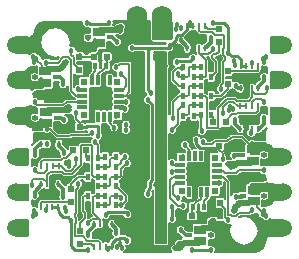
<source format=gtl>
G04 #@! TF.GenerationSoftware,KiCad,Pcbnew,(2018-02-05 revision d1a45d147)-makepkg*
G04 #@! TF.CreationDate,2019-01-14T08:16:45-05:00*
G04 #@! TF.ProjectId,6s4in1,367334696E312E6B696361645F706362,rev?*
G04 #@! TF.SameCoordinates,Original*
G04 #@! TF.FileFunction,Copper,L1,Top,Signal*
G04 #@! TF.FilePolarity,Positive*
%FSLAX46Y46*%
G04 Gerber Fmt 4.6, Leading zero omitted, Abs format (unit mm)*
G04 Created by KiCad (PCBNEW (2018-02-05 revision d1a45d147)-makepkg) date 01/14/19 08:16:45*
%MOMM*%
%LPD*%
G01*
G04 APERTURE LIST*
%ADD10C,0.508000*%
%ADD11C,0.100000*%
%ADD12C,1.750000*%
%ADD13R,0.600000X0.500000*%
%ADD14R,0.600000X0.600000*%
%ADD15R,0.300000X0.900000*%
%ADD16R,1.800000X1.800000*%
%ADD17R,0.900000X0.300000*%
%ADD18C,1.100000*%
%ADD19C,1.500000*%
%ADD20C,0.500000*%
%ADD21R,0.500000X0.600000*%
%ADD22R,1.050000X0.770000*%
%ADD23R,0.470000X0.350000*%
%ADD24R,0.400000X0.600000*%
%ADD25R,1.000000X1.250000*%
%ADD26R,0.250000X0.500000*%
%ADD27R,1.600000X0.480000*%
%ADD28C,0.457200*%
%ADD29C,0.127000*%
%ADD30C,0.470000*%
%ADD31C,0.250000*%
%ADD32C,0.375000*%
%ADD33C,0.254000*%
G04 APERTURE END LIST*
D10*
X29470000Y-21000000D03*
X28920000Y-21000000D03*
X28370000Y-21000000D03*
X28920000Y-21550000D03*
D11*
G36*
X29637153Y-20125843D02*
X29654141Y-20128363D01*
X29670800Y-20132535D01*
X29686970Y-20138321D01*
X29702494Y-20145664D01*
X29717225Y-20154493D01*
X29731019Y-20164723D01*
X29743744Y-20176256D01*
X29755277Y-20188981D01*
X29765507Y-20202775D01*
X29774336Y-20217506D01*
X29781679Y-20233030D01*
X29787465Y-20249200D01*
X29791637Y-20265859D01*
X29794157Y-20282847D01*
X29795000Y-20300000D01*
X29795000Y-21700000D01*
X29794157Y-21717153D01*
X29791637Y-21734141D01*
X29787465Y-21750800D01*
X29781679Y-21766970D01*
X29774336Y-21782494D01*
X29765507Y-21797225D01*
X29755277Y-21811019D01*
X29743744Y-21823744D01*
X29731019Y-21835277D01*
X29717225Y-21845507D01*
X29702494Y-21854336D01*
X29686970Y-21861679D01*
X29670800Y-21867465D01*
X29654141Y-21871637D01*
X29637153Y-21874157D01*
X29620000Y-21875000D01*
X28220000Y-21875000D01*
X28202847Y-21874157D01*
X28185859Y-21871637D01*
X28169200Y-21867465D01*
X28153030Y-21861679D01*
X28137506Y-21854336D01*
X28122775Y-21845507D01*
X28108981Y-21835277D01*
X28096256Y-21823744D01*
X28084723Y-21811019D01*
X28074493Y-21797225D01*
X28065664Y-21782494D01*
X28058321Y-21766970D01*
X28052535Y-21750800D01*
X28048363Y-21734141D01*
X28045843Y-21717153D01*
X28045000Y-21700000D01*
X28045000Y-20300000D01*
X28045843Y-20282847D01*
X28048363Y-20265859D01*
X28052535Y-20249200D01*
X28058321Y-20233030D01*
X28065664Y-20217506D01*
X28074493Y-20202775D01*
X28084723Y-20188981D01*
X28096256Y-20176256D01*
X28108981Y-20164723D01*
X28122775Y-20154493D01*
X28137506Y-20145664D01*
X28153030Y-20138321D01*
X28169200Y-20132535D01*
X28185859Y-20128363D01*
X28202847Y-20125843D01*
X28220000Y-20125000D01*
X29620000Y-20125000D01*
X29637153Y-20125843D01*
X29637153Y-20125843D01*
G37*
D12*
X28920000Y-21000000D03*
D10*
X28370000Y-20450000D03*
X29470000Y-20450000D03*
X28370000Y-21550000D03*
X29470000Y-21550000D03*
D12*
X28920000Y-19800000D03*
D10*
X31630000Y-21000000D03*
X31080000Y-21000000D03*
X30530000Y-21000000D03*
X31080000Y-21550000D03*
D11*
G36*
X31797153Y-20125843D02*
X31814141Y-20128363D01*
X31830800Y-20132535D01*
X31846970Y-20138321D01*
X31862494Y-20145664D01*
X31877225Y-20154493D01*
X31891019Y-20164723D01*
X31903744Y-20176256D01*
X31915277Y-20188981D01*
X31925507Y-20202775D01*
X31934336Y-20217506D01*
X31941679Y-20233030D01*
X31947465Y-20249200D01*
X31951637Y-20265859D01*
X31954157Y-20282847D01*
X31955000Y-20300000D01*
X31955000Y-21700000D01*
X31954157Y-21717153D01*
X31951637Y-21734141D01*
X31947465Y-21750800D01*
X31941679Y-21766970D01*
X31934336Y-21782494D01*
X31925507Y-21797225D01*
X31915277Y-21811019D01*
X31903744Y-21823744D01*
X31891019Y-21835277D01*
X31877225Y-21845507D01*
X31862494Y-21854336D01*
X31846970Y-21861679D01*
X31830800Y-21867465D01*
X31814141Y-21871637D01*
X31797153Y-21874157D01*
X31780000Y-21875000D01*
X30380000Y-21875000D01*
X30362847Y-21874157D01*
X30345859Y-21871637D01*
X30329200Y-21867465D01*
X30313030Y-21861679D01*
X30297506Y-21854336D01*
X30282775Y-21845507D01*
X30268981Y-21835277D01*
X30256256Y-21823744D01*
X30244723Y-21811019D01*
X30234493Y-21797225D01*
X30225664Y-21782494D01*
X30218321Y-21766970D01*
X30212535Y-21750800D01*
X30208363Y-21734141D01*
X30205843Y-21717153D01*
X30205000Y-21700000D01*
X30205000Y-20300000D01*
X30205843Y-20282847D01*
X30208363Y-20265859D01*
X30212535Y-20249200D01*
X30218321Y-20233030D01*
X30225664Y-20217506D01*
X30234493Y-20202775D01*
X30244723Y-20188981D01*
X30256256Y-20176256D01*
X30268981Y-20164723D01*
X30282775Y-20154493D01*
X30297506Y-20145664D01*
X30313030Y-20138321D01*
X30329200Y-20132535D01*
X30345859Y-20128363D01*
X30362847Y-20125843D01*
X30380000Y-20125000D01*
X31780000Y-20125000D01*
X31797153Y-20125843D01*
X31797153Y-20125843D01*
G37*
D12*
X31080000Y-21000000D03*
D10*
X30530000Y-20450000D03*
X31630000Y-20450000D03*
X30530000Y-21550000D03*
X31630000Y-21550000D03*
D12*
X31080000Y-19800000D03*
D13*
X35920000Y-30790000D03*
X37020000Y-30790000D03*
D14*
X32730000Y-34600000D03*
D15*
X33380000Y-34750000D03*
D16*
X34130000Y-33200000D03*
D17*
X32580000Y-33950000D03*
X32580000Y-33450000D03*
X32580000Y-32950000D03*
X32580000Y-32450000D03*
X35680000Y-33950000D03*
X35680000Y-33450000D03*
X35680000Y-32950000D03*
X35680000Y-32450000D03*
D15*
X33380000Y-31650000D03*
X33880000Y-34750000D03*
X33880000Y-31650000D03*
X34380000Y-34750000D03*
X34380000Y-31650000D03*
X34880000Y-34750000D03*
X34880000Y-31650000D03*
D14*
X32730000Y-31800000D03*
X35530000Y-34600000D03*
X35530000Y-31800000D03*
D11*
G36*
X19651173Y-37000795D02*
X19667190Y-37003170D01*
X19682897Y-37007105D01*
X19698143Y-37012560D01*
X19712780Y-37019483D01*
X19726669Y-37027808D01*
X19739675Y-37037453D01*
X19751673Y-37048327D01*
X19762547Y-37060325D01*
X19772192Y-37073331D01*
X19780517Y-37087220D01*
X19787440Y-37101857D01*
X19792895Y-37117103D01*
X19796830Y-37132810D01*
X19799205Y-37148827D01*
X19800000Y-37165000D01*
X19800000Y-38335000D01*
X19799205Y-38351173D01*
X19796830Y-38367190D01*
X19792895Y-38382897D01*
X19787440Y-38398143D01*
X19780517Y-38412780D01*
X19772192Y-38426669D01*
X19762547Y-38439675D01*
X19751673Y-38451673D01*
X19739675Y-38462547D01*
X19726669Y-38472192D01*
X19712780Y-38480517D01*
X19698143Y-38487440D01*
X19682897Y-38492895D01*
X19667190Y-38496830D01*
X19651173Y-38499205D01*
X19635000Y-38500000D01*
X18865000Y-38500000D01*
X18848827Y-38499205D01*
X18832810Y-38496830D01*
X18817103Y-38492895D01*
X18801857Y-38487440D01*
X18787220Y-38480517D01*
X18773331Y-38472192D01*
X18760325Y-38462547D01*
X18748327Y-38451673D01*
X18737453Y-38439675D01*
X18727808Y-38426669D01*
X18719483Y-38412780D01*
X18712560Y-38398143D01*
X18707105Y-38382897D01*
X18703170Y-38367190D01*
X18700795Y-38351173D01*
X18700000Y-38335000D01*
X18700000Y-37165000D01*
X18700795Y-37148827D01*
X18703170Y-37132810D01*
X18707105Y-37117103D01*
X18712560Y-37101857D01*
X18719483Y-37087220D01*
X18727808Y-37073331D01*
X18737453Y-37060325D01*
X18748327Y-37048327D01*
X18760325Y-37037453D01*
X18773331Y-37027808D01*
X18787220Y-37019483D01*
X18801857Y-37012560D01*
X18817103Y-37007105D01*
X18832810Y-37003170D01*
X18848827Y-37000795D01*
X18865000Y-37000000D01*
X19635000Y-37000000D01*
X19651173Y-37000795D01*
X19651173Y-37000795D01*
G37*
D18*
X19250000Y-37750000D03*
D19*
X18700000Y-37750000D03*
D20*
X19550000Y-37250000D03*
X19550000Y-38250000D03*
D11*
G36*
X41151173Y-37000795D02*
X41167190Y-37003170D01*
X41182897Y-37007105D01*
X41198143Y-37012560D01*
X41212780Y-37019483D01*
X41226669Y-37027808D01*
X41239675Y-37037453D01*
X41251673Y-37048327D01*
X41262547Y-37060325D01*
X41272192Y-37073331D01*
X41280517Y-37087220D01*
X41287440Y-37101857D01*
X41292895Y-37117103D01*
X41296830Y-37132810D01*
X41299205Y-37148827D01*
X41300000Y-37165000D01*
X41300000Y-38335000D01*
X41299205Y-38351173D01*
X41296830Y-38367190D01*
X41292895Y-38382897D01*
X41287440Y-38398143D01*
X41280517Y-38412780D01*
X41272192Y-38426669D01*
X41262547Y-38439675D01*
X41251673Y-38451673D01*
X41239675Y-38462547D01*
X41226669Y-38472192D01*
X41212780Y-38480517D01*
X41198143Y-38487440D01*
X41182897Y-38492895D01*
X41167190Y-38496830D01*
X41151173Y-38499205D01*
X41135000Y-38500000D01*
X40365000Y-38500000D01*
X40348827Y-38499205D01*
X40332810Y-38496830D01*
X40317103Y-38492895D01*
X40301857Y-38487440D01*
X40287220Y-38480517D01*
X40273331Y-38472192D01*
X40260325Y-38462547D01*
X40248327Y-38451673D01*
X40237453Y-38439675D01*
X40227808Y-38426669D01*
X40219483Y-38412780D01*
X40212560Y-38398143D01*
X40207105Y-38382897D01*
X40203170Y-38367190D01*
X40200795Y-38351173D01*
X40200000Y-38335000D01*
X40200000Y-37165000D01*
X40200795Y-37148827D01*
X40203170Y-37132810D01*
X40207105Y-37117103D01*
X40212560Y-37101857D01*
X40219483Y-37087220D01*
X40227808Y-37073331D01*
X40237453Y-37060325D01*
X40248327Y-37048327D01*
X40260325Y-37037453D01*
X40273331Y-37027808D01*
X40287220Y-37019483D01*
X40301857Y-37012560D01*
X40317103Y-37007105D01*
X40332810Y-37003170D01*
X40348827Y-37000795D01*
X40365000Y-37000000D01*
X41135000Y-37000000D01*
X41151173Y-37000795D01*
X41151173Y-37000795D01*
G37*
D18*
X40750000Y-37750000D03*
D19*
X41300000Y-37750000D03*
D20*
X40450000Y-37250000D03*
X40450000Y-38250000D03*
D11*
G36*
X19651173Y-34000795D02*
X19667190Y-34003170D01*
X19682897Y-34007105D01*
X19698143Y-34012560D01*
X19712780Y-34019483D01*
X19726669Y-34027808D01*
X19739675Y-34037453D01*
X19751673Y-34048327D01*
X19762547Y-34060325D01*
X19772192Y-34073331D01*
X19780517Y-34087220D01*
X19787440Y-34101857D01*
X19792895Y-34117103D01*
X19796830Y-34132810D01*
X19799205Y-34148827D01*
X19800000Y-34165000D01*
X19800000Y-35335000D01*
X19799205Y-35351173D01*
X19796830Y-35367190D01*
X19792895Y-35382897D01*
X19787440Y-35398143D01*
X19780517Y-35412780D01*
X19772192Y-35426669D01*
X19762547Y-35439675D01*
X19751673Y-35451673D01*
X19739675Y-35462547D01*
X19726669Y-35472192D01*
X19712780Y-35480517D01*
X19698143Y-35487440D01*
X19682897Y-35492895D01*
X19667190Y-35496830D01*
X19651173Y-35499205D01*
X19635000Y-35500000D01*
X18865000Y-35500000D01*
X18848827Y-35499205D01*
X18832810Y-35496830D01*
X18817103Y-35492895D01*
X18801857Y-35487440D01*
X18787220Y-35480517D01*
X18773331Y-35472192D01*
X18760325Y-35462547D01*
X18748327Y-35451673D01*
X18737453Y-35439675D01*
X18727808Y-35426669D01*
X18719483Y-35412780D01*
X18712560Y-35398143D01*
X18707105Y-35382897D01*
X18703170Y-35367190D01*
X18700795Y-35351173D01*
X18700000Y-35335000D01*
X18700000Y-34165000D01*
X18700795Y-34148827D01*
X18703170Y-34132810D01*
X18707105Y-34117103D01*
X18712560Y-34101857D01*
X18719483Y-34087220D01*
X18727808Y-34073331D01*
X18737453Y-34060325D01*
X18748327Y-34048327D01*
X18760325Y-34037453D01*
X18773331Y-34027808D01*
X18787220Y-34019483D01*
X18801857Y-34012560D01*
X18817103Y-34007105D01*
X18832810Y-34003170D01*
X18848827Y-34000795D01*
X18865000Y-34000000D01*
X19635000Y-34000000D01*
X19651173Y-34000795D01*
X19651173Y-34000795D01*
G37*
D18*
X19250000Y-34750000D03*
D19*
X18700000Y-34750000D03*
D20*
X19550000Y-34250000D03*
X19550000Y-35250000D03*
D11*
G36*
X19651173Y-21500795D02*
X19667190Y-21503170D01*
X19682897Y-21507105D01*
X19698143Y-21512560D01*
X19712780Y-21519483D01*
X19726669Y-21527808D01*
X19739675Y-21537453D01*
X19751673Y-21548327D01*
X19762547Y-21560325D01*
X19772192Y-21573331D01*
X19780517Y-21587220D01*
X19787440Y-21601857D01*
X19792895Y-21617103D01*
X19796830Y-21632810D01*
X19799205Y-21648827D01*
X19800000Y-21665000D01*
X19800000Y-22835000D01*
X19799205Y-22851173D01*
X19796830Y-22867190D01*
X19792895Y-22882897D01*
X19787440Y-22898143D01*
X19780517Y-22912780D01*
X19772192Y-22926669D01*
X19762547Y-22939675D01*
X19751673Y-22951673D01*
X19739675Y-22962547D01*
X19726669Y-22972192D01*
X19712780Y-22980517D01*
X19698143Y-22987440D01*
X19682897Y-22992895D01*
X19667190Y-22996830D01*
X19651173Y-22999205D01*
X19635000Y-23000000D01*
X18865000Y-23000000D01*
X18848827Y-22999205D01*
X18832810Y-22996830D01*
X18817103Y-22992895D01*
X18801857Y-22987440D01*
X18787220Y-22980517D01*
X18773331Y-22972192D01*
X18760325Y-22962547D01*
X18748327Y-22951673D01*
X18737453Y-22939675D01*
X18727808Y-22926669D01*
X18719483Y-22912780D01*
X18712560Y-22898143D01*
X18707105Y-22882897D01*
X18703170Y-22867190D01*
X18700795Y-22851173D01*
X18700000Y-22835000D01*
X18700000Y-21665000D01*
X18700795Y-21648827D01*
X18703170Y-21632810D01*
X18707105Y-21617103D01*
X18712560Y-21601857D01*
X18719483Y-21587220D01*
X18727808Y-21573331D01*
X18737453Y-21560325D01*
X18748327Y-21548327D01*
X18760325Y-21537453D01*
X18773331Y-21527808D01*
X18787220Y-21519483D01*
X18801857Y-21512560D01*
X18817103Y-21507105D01*
X18832810Y-21503170D01*
X18848827Y-21500795D01*
X18865000Y-21500000D01*
X19635000Y-21500000D01*
X19651173Y-21500795D01*
X19651173Y-21500795D01*
G37*
D18*
X19250000Y-22250000D03*
D19*
X18700000Y-22250000D03*
D20*
X19550000Y-22750000D03*
X19550000Y-21750000D03*
D21*
X24030000Y-24360000D03*
X24030000Y-23260000D03*
D13*
X24080000Y-29210000D03*
X22980000Y-29210000D03*
D22*
X25705000Y-21125000D03*
X25705000Y-22095000D03*
D23*
X26620000Y-20960000D03*
X26620000Y-21610000D03*
X26620000Y-22260000D03*
X24790000Y-20960000D03*
X24790000Y-21610000D03*
X24790000Y-22260000D03*
D22*
X21190000Y-24500000D03*
X21190000Y-25470000D03*
D23*
X22105000Y-24335000D03*
X22105000Y-24985000D03*
X22105000Y-25635000D03*
X20275000Y-24335000D03*
X20275000Y-24985000D03*
X20275000Y-25635000D03*
D22*
X21240000Y-27930000D03*
X21240000Y-28900000D03*
D23*
X22155000Y-27765000D03*
X22155000Y-28415000D03*
X22155000Y-29065000D03*
X20325000Y-27765000D03*
X20325000Y-28415000D03*
X20325000Y-29065000D03*
D11*
G36*
X19651173Y-31000795D02*
X19667190Y-31003170D01*
X19682897Y-31007105D01*
X19698143Y-31012560D01*
X19712780Y-31019483D01*
X19726669Y-31027808D01*
X19739675Y-31037453D01*
X19751673Y-31048327D01*
X19762547Y-31060325D01*
X19772192Y-31073331D01*
X19780517Y-31087220D01*
X19787440Y-31101857D01*
X19792895Y-31117103D01*
X19796830Y-31132810D01*
X19799205Y-31148827D01*
X19800000Y-31165000D01*
X19800000Y-32335000D01*
X19799205Y-32351173D01*
X19796830Y-32367190D01*
X19792895Y-32382897D01*
X19787440Y-32398143D01*
X19780517Y-32412780D01*
X19772192Y-32426669D01*
X19762547Y-32439675D01*
X19751673Y-32451673D01*
X19739675Y-32462547D01*
X19726669Y-32472192D01*
X19712780Y-32480517D01*
X19698143Y-32487440D01*
X19682897Y-32492895D01*
X19667190Y-32496830D01*
X19651173Y-32499205D01*
X19635000Y-32500000D01*
X18865000Y-32500000D01*
X18848827Y-32499205D01*
X18832810Y-32496830D01*
X18817103Y-32492895D01*
X18801857Y-32487440D01*
X18787220Y-32480517D01*
X18773331Y-32472192D01*
X18760325Y-32462547D01*
X18748327Y-32451673D01*
X18737453Y-32439675D01*
X18727808Y-32426669D01*
X18719483Y-32412780D01*
X18712560Y-32398143D01*
X18707105Y-32382897D01*
X18703170Y-32367190D01*
X18700795Y-32351173D01*
X18700000Y-32335000D01*
X18700000Y-31165000D01*
X18700795Y-31148827D01*
X18703170Y-31132810D01*
X18707105Y-31117103D01*
X18712560Y-31101857D01*
X18719483Y-31087220D01*
X18727808Y-31073331D01*
X18737453Y-31060325D01*
X18748327Y-31048327D01*
X18760325Y-31037453D01*
X18773331Y-31027808D01*
X18787220Y-31019483D01*
X18801857Y-31012560D01*
X18817103Y-31007105D01*
X18832810Y-31003170D01*
X18848827Y-31000795D01*
X18865000Y-31000000D01*
X19635000Y-31000000D01*
X19651173Y-31000795D01*
X19651173Y-31000795D01*
G37*
D18*
X19250000Y-31750000D03*
D19*
X18700000Y-31750000D03*
D20*
X19550000Y-31250000D03*
X19550000Y-32250000D03*
D11*
G36*
X41151173Y-34000795D02*
X41167190Y-34003170D01*
X41182897Y-34007105D01*
X41198143Y-34012560D01*
X41212780Y-34019483D01*
X41226669Y-34027808D01*
X41239675Y-34037453D01*
X41251673Y-34048327D01*
X41262547Y-34060325D01*
X41272192Y-34073331D01*
X41280517Y-34087220D01*
X41287440Y-34101857D01*
X41292895Y-34117103D01*
X41296830Y-34132810D01*
X41299205Y-34148827D01*
X41300000Y-34165000D01*
X41300000Y-35335000D01*
X41299205Y-35351173D01*
X41296830Y-35367190D01*
X41292895Y-35382897D01*
X41287440Y-35398143D01*
X41280517Y-35412780D01*
X41272192Y-35426669D01*
X41262547Y-35439675D01*
X41251673Y-35451673D01*
X41239675Y-35462547D01*
X41226669Y-35472192D01*
X41212780Y-35480517D01*
X41198143Y-35487440D01*
X41182897Y-35492895D01*
X41167190Y-35496830D01*
X41151173Y-35499205D01*
X41135000Y-35500000D01*
X40365000Y-35500000D01*
X40348827Y-35499205D01*
X40332810Y-35496830D01*
X40317103Y-35492895D01*
X40301857Y-35487440D01*
X40287220Y-35480517D01*
X40273331Y-35472192D01*
X40260325Y-35462547D01*
X40248327Y-35451673D01*
X40237453Y-35439675D01*
X40227808Y-35426669D01*
X40219483Y-35412780D01*
X40212560Y-35398143D01*
X40207105Y-35382897D01*
X40203170Y-35367190D01*
X40200795Y-35351173D01*
X40200000Y-35335000D01*
X40200000Y-34165000D01*
X40200795Y-34148827D01*
X40203170Y-34132810D01*
X40207105Y-34117103D01*
X40212560Y-34101857D01*
X40219483Y-34087220D01*
X40227808Y-34073331D01*
X40237453Y-34060325D01*
X40248327Y-34048327D01*
X40260325Y-34037453D01*
X40273331Y-34027808D01*
X40287220Y-34019483D01*
X40301857Y-34012560D01*
X40317103Y-34007105D01*
X40332810Y-34003170D01*
X40348827Y-34000795D01*
X40365000Y-34000000D01*
X41135000Y-34000000D01*
X41151173Y-34000795D01*
X41151173Y-34000795D01*
G37*
D18*
X40750000Y-34750000D03*
D19*
X41300000Y-34750000D03*
D20*
X40450000Y-34250000D03*
X40450000Y-35250000D03*
D11*
G36*
X41151173Y-31000795D02*
X41167190Y-31003170D01*
X41182897Y-31007105D01*
X41198143Y-31012560D01*
X41212780Y-31019483D01*
X41226669Y-31027808D01*
X41239675Y-31037453D01*
X41251673Y-31048327D01*
X41262547Y-31060325D01*
X41272192Y-31073331D01*
X41280517Y-31087220D01*
X41287440Y-31101857D01*
X41292895Y-31117103D01*
X41296830Y-31132810D01*
X41299205Y-31148827D01*
X41300000Y-31165000D01*
X41300000Y-32335000D01*
X41299205Y-32351173D01*
X41296830Y-32367190D01*
X41292895Y-32382897D01*
X41287440Y-32398143D01*
X41280517Y-32412780D01*
X41272192Y-32426669D01*
X41262547Y-32439675D01*
X41251673Y-32451673D01*
X41239675Y-32462547D01*
X41226669Y-32472192D01*
X41212780Y-32480517D01*
X41198143Y-32487440D01*
X41182897Y-32492895D01*
X41167190Y-32496830D01*
X41151173Y-32499205D01*
X41135000Y-32500000D01*
X40365000Y-32500000D01*
X40348827Y-32499205D01*
X40332810Y-32496830D01*
X40317103Y-32492895D01*
X40301857Y-32487440D01*
X40287220Y-32480517D01*
X40273331Y-32472192D01*
X40260325Y-32462547D01*
X40248327Y-32451673D01*
X40237453Y-32439675D01*
X40227808Y-32426669D01*
X40219483Y-32412780D01*
X40212560Y-32398143D01*
X40207105Y-32382897D01*
X40203170Y-32367190D01*
X40200795Y-32351173D01*
X40200000Y-32335000D01*
X40200000Y-31165000D01*
X40200795Y-31148827D01*
X40203170Y-31132810D01*
X40207105Y-31117103D01*
X40212560Y-31101857D01*
X40219483Y-31087220D01*
X40227808Y-31073331D01*
X40237453Y-31060325D01*
X40248327Y-31048327D01*
X40260325Y-31037453D01*
X40273331Y-31027808D01*
X40287220Y-31019483D01*
X40301857Y-31012560D01*
X40317103Y-31007105D01*
X40332810Y-31003170D01*
X40348827Y-31000795D01*
X40365000Y-31000000D01*
X41135000Y-31000000D01*
X41151173Y-31000795D01*
X41151173Y-31000795D01*
G37*
D18*
X40750000Y-31750000D03*
D19*
X41300000Y-31750000D03*
D20*
X40450000Y-31250000D03*
X40450000Y-32250000D03*
D11*
G36*
X19651173Y-24500795D02*
X19667190Y-24503170D01*
X19682897Y-24507105D01*
X19698143Y-24512560D01*
X19712780Y-24519483D01*
X19726669Y-24527808D01*
X19739675Y-24537453D01*
X19751673Y-24548327D01*
X19762547Y-24560325D01*
X19772192Y-24573331D01*
X19780517Y-24587220D01*
X19787440Y-24601857D01*
X19792895Y-24617103D01*
X19796830Y-24632810D01*
X19799205Y-24648827D01*
X19800000Y-24665000D01*
X19800000Y-25835000D01*
X19799205Y-25851173D01*
X19796830Y-25867190D01*
X19792895Y-25882897D01*
X19787440Y-25898143D01*
X19780517Y-25912780D01*
X19772192Y-25926669D01*
X19762547Y-25939675D01*
X19751673Y-25951673D01*
X19739675Y-25962547D01*
X19726669Y-25972192D01*
X19712780Y-25980517D01*
X19698143Y-25987440D01*
X19682897Y-25992895D01*
X19667190Y-25996830D01*
X19651173Y-25999205D01*
X19635000Y-26000000D01*
X18865000Y-26000000D01*
X18848827Y-25999205D01*
X18832810Y-25996830D01*
X18817103Y-25992895D01*
X18801857Y-25987440D01*
X18787220Y-25980517D01*
X18773331Y-25972192D01*
X18760325Y-25962547D01*
X18748327Y-25951673D01*
X18737453Y-25939675D01*
X18727808Y-25926669D01*
X18719483Y-25912780D01*
X18712560Y-25898143D01*
X18707105Y-25882897D01*
X18703170Y-25867190D01*
X18700795Y-25851173D01*
X18700000Y-25835000D01*
X18700000Y-24665000D01*
X18700795Y-24648827D01*
X18703170Y-24632810D01*
X18707105Y-24617103D01*
X18712560Y-24601857D01*
X18719483Y-24587220D01*
X18727808Y-24573331D01*
X18737453Y-24560325D01*
X18748327Y-24548327D01*
X18760325Y-24537453D01*
X18773331Y-24527808D01*
X18787220Y-24519483D01*
X18801857Y-24512560D01*
X18817103Y-24507105D01*
X18832810Y-24503170D01*
X18848827Y-24500795D01*
X18865000Y-24500000D01*
X19635000Y-24500000D01*
X19651173Y-24500795D01*
X19651173Y-24500795D01*
G37*
D18*
X19250000Y-25250000D03*
D19*
X18700000Y-25250000D03*
D20*
X19550000Y-25750000D03*
X19550000Y-24750000D03*
D11*
G36*
X19651173Y-27500795D02*
X19667190Y-27503170D01*
X19682897Y-27507105D01*
X19698143Y-27512560D01*
X19712780Y-27519483D01*
X19726669Y-27527808D01*
X19739675Y-27537453D01*
X19751673Y-27548327D01*
X19762547Y-27560325D01*
X19772192Y-27573331D01*
X19780517Y-27587220D01*
X19787440Y-27601857D01*
X19792895Y-27617103D01*
X19796830Y-27632810D01*
X19799205Y-27648827D01*
X19800000Y-27665000D01*
X19800000Y-28835000D01*
X19799205Y-28851173D01*
X19796830Y-28867190D01*
X19792895Y-28882897D01*
X19787440Y-28898143D01*
X19780517Y-28912780D01*
X19772192Y-28926669D01*
X19762547Y-28939675D01*
X19751673Y-28951673D01*
X19739675Y-28962547D01*
X19726669Y-28972192D01*
X19712780Y-28980517D01*
X19698143Y-28987440D01*
X19682897Y-28992895D01*
X19667190Y-28996830D01*
X19651173Y-28999205D01*
X19635000Y-29000000D01*
X18865000Y-29000000D01*
X18848827Y-28999205D01*
X18832810Y-28996830D01*
X18817103Y-28992895D01*
X18801857Y-28987440D01*
X18787220Y-28980517D01*
X18773331Y-28972192D01*
X18760325Y-28962547D01*
X18748327Y-28951673D01*
X18737453Y-28939675D01*
X18727808Y-28926669D01*
X18719483Y-28912780D01*
X18712560Y-28898143D01*
X18707105Y-28882897D01*
X18703170Y-28867190D01*
X18700795Y-28851173D01*
X18700000Y-28835000D01*
X18700000Y-27665000D01*
X18700795Y-27648827D01*
X18703170Y-27632810D01*
X18707105Y-27617103D01*
X18712560Y-27601857D01*
X18719483Y-27587220D01*
X18727808Y-27573331D01*
X18737453Y-27560325D01*
X18748327Y-27548327D01*
X18760325Y-27537453D01*
X18773331Y-27527808D01*
X18787220Y-27519483D01*
X18801857Y-27512560D01*
X18817103Y-27507105D01*
X18832810Y-27503170D01*
X18848827Y-27500795D01*
X18865000Y-27500000D01*
X19635000Y-27500000D01*
X19651173Y-27500795D01*
X19651173Y-27500795D01*
G37*
D18*
X19250000Y-28250000D03*
D19*
X18700000Y-28250000D03*
D20*
X19550000Y-28750000D03*
X19550000Y-27750000D03*
D11*
G36*
X41151173Y-21500795D02*
X41167190Y-21503170D01*
X41182897Y-21507105D01*
X41198143Y-21512560D01*
X41212780Y-21519483D01*
X41226669Y-21527808D01*
X41239675Y-21537453D01*
X41251673Y-21548327D01*
X41262547Y-21560325D01*
X41272192Y-21573331D01*
X41280517Y-21587220D01*
X41287440Y-21601857D01*
X41292895Y-21617103D01*
X41296830Y-21632810D01*
X41299205Y-21648827D01*
X41300000Y-21665000D01*
X41300000Y-22835000D01*
X41299205Y-22851173D01*
X41296830Y-22867190D01*
X41292895Y-22882897D01*
X41287440Y-22898143D01*
X41280517Y-22912780D01*
X41272192Y-22926669D01*
X41262547Y-22939675D01*
X41251673Y-22951673D01*
X41239675Y-22962547D01*
X41226669Y-22972192D01*
X41212780Y-22980517D01*
X41198143Y-22987440D01*
X41182897Y-22992895D01*
X41167190Y-22996830D01*
X41151173Y-22999205D01*
X41135000Y-23000000D01*
X40365000Y-23000000D01*
X40348827Y-22999205D01*
X40332810Y-22996830D01*
X40317103Y-22992895D01*
X40301857Y-22987440D01*
X40287220Y-22980517D01*
X40273331Y-22972192D01*
X40260325Y-22962547D01*
X40248327Y-22951673D01*
X40237453Y-22939675D01*
X40227808Y-22926669D01*
X40219483Y-22912780D01*
X40212560Y-22898143D01*
X40207105Y-22882897D01*
X40203170Y-22867190D01*
X40200795Y-22851173D01*
X40200000Y-22835000D01*
X40200000Y-21665000D01*
X40200795Y-21648827D01*
X40203170Y-21632810D01*
X40207105Y-21617103D01*
X40212560Y-21601857D01*
X40219483Y-21587220D01*
X40227808Y-21573331D01*
X40237453Y-21560325D01*
X40248327Y-21548327D01*
X40260325Y-21537453D01*
X40273331Y-21527808D01*
X40287220Y-21519483D01*
X40301857Y-21512560D01*
X40317103Y-21507105D01*
X40332810Y-21503170D01*
X40348827Y-21500795D01*
X40365000Y-21500000D01*
X41135000Y-21500000D01*
X41151173Y-21500795D01*
X41151173Y-21500795D01*
G37*
D18*
X40750000Y-22250000D03*
D19*
X41300000Y-22250000D03*
D20*
X40450000Y-22750000D03*
X40450000Y-21750000D03*
D11*
G36*
X41151173Y-24500795D02*
X41167190Y-24503170D01*
X41182897Y-24507105D01*
X41198143Y-24512560D01*
X41212780Y-24519483D01*
X41226669Y-24527808D01*
X41239675Y-24537453D01*
X41251673Y-24548327D01*
X41262547Y-24560325D01*
X41272192Y-24573331D01*
X41280517Y-24587220D01*
X41287440Y-24601857D01*
X41292895Y-24617103D01*
X41296830Y-24632810D01*
X41299205Y-24648827D01*
X41300000Y-24665000D01*
X41300000Y-25835000D01*
X41299205Y-25851173D01*
X41296830Y-25867190D01*
X41292895Y-25882897D01*
X41287440Y-25898143D01*
X41280517Y-25912780D01*
X41272192Y-25926669D01*
X41262547Y-25939675D01*
X41251673Y-25951673D01*
X41239675Y-25962547D01*
X41226669Y-25972192D01*
X41212780Y-25980517D01*
X41198143Y-25987440D01*
X41182897Y-25992895D01*
X41167190Y-25996830D01*
X41151173Y-25999205D01*
X41135000Y-26000000D01*
X40365000Y-26000000D01*
X40348827Y-25999205D01*
X40332810Y-25996830D01*
X40317103Y-25992895D01*
X40301857Y-25987440D01*
X40287220Y-25980517D01*
X40273331Y-25972192D01*
X40260325Y-25962547D01*
X40248327Y-25951673D01*
X40237453Y-25939675D01*
X40227808Y-25926669D01*
X40219483Y-25912780D01*
X40212560Y-25898143D01*
X40207105Y-25882897D01*
X40203170Y-25867190D01*
X40200795Y-25851173D01*
X40200000Y-25835000D01*
X40200000Y-24665000D01*
X40200795Y-24648827D01*
X40203170Y-24632810D01*
X40207105Y-24617103D01*
X40212560Y-24601857D01*
X40219483Y-24587220D01*
X40227808Y-24573331D01*
X40237453Y-24560325D01*
X40248327Y-24548327D01*
X40260325Y-24537453D01*
X40273331Y-24527808D01*
X40287220Y-24519483D01*
X40301857Y-24512560D01*
X40317103Y-24507105D01*
X40332810Y-24503170D01*
X40348827Y-24500795D01*
X40365000Y-24500000D01*
X41135000Y-24500000D01*
X41151173Y-24500795D01*
X41151173Y-24500795D01*
G37*
D18*
X40750000Y-25250000D03*
D19*
X41300000Y-25250000D03*
D20*
X40450000Y-25750000D03*
X40450000Y-24750000D03*
D11*
G36*
X41151173Y-27500795D02*
X41167190Y-27503170D01*
X41182897Y-27507105D01*
X41198143Y-27512560D01*
X41212780Y-27519483D01*
X41226669Y-27527808D01*
X41239675Y-27537453D01*
X41251673Y-27548327D01*
X41262547Y-27560325D01*
X41272192Y-27573331D01*
X41280517Y-27587220D01*
X41287440Y-27601857D01*
X41292895Y-27617103D01*
X41296830Y-27632810D01*
X41299205Y-27648827D01*
X41300000Y-27665000D01*
X41300000Y-28835000D01*
X41299205Y-28851173D01*
X41296830Y-28867190D01*
X41292895Y-28882897D01*
X41287440Y-28898143D01*
X41280517Y-28912780D01*
X41272192Y-28926669D01*
X41262547Y-28939675D01*
X41251673Y-28951673D01*
X41239675Y-28962547D01*
X41226669Y-28972192D01*
X41212780Y-28980517D01*
X41198143Y-28987440D01*
X41182897Y-28992895D01*
X41167190Y-28996830D01*
X41151173Y-28999205D01*
X41135000Y-29000000D01*
X40365000Y-29000000D01*
X40348827Y-28999205D01*
X40332810Y-28996830D01*
X40317103Y-28992895D01*
X40301857Y-28987440D01*
X40287220Y-28980517D01*
X40273331Y-28972192D01*
X40260325Y-28962547D01*
X40248327Y-28951673D01*
X40237453Y-28939675D01*
X40227808Y-28926669D01*
X40219483Y-28912780D01*
X40212560Y-28898143D01*
X40207105Y-28882897D01*
X40203170Y-28867190D01*
X40200795Y-28851173D01*
X40200000Y-28835000D01*
X40200000Y-27665000D01*
X40200795Y-27648827D01*
X40203170Y-27632810D01*
X40207105Y-27617103D01*
X40212560Y-27601857D01*
X40219483Y-27587220D01*
X40227808Y-27573331D01*
X40237453Y-27560325D01*
X40248327Y-27548327D01*
X40260325Y-27537453D01*
X40273331Y-27527808D01*
X40287220Y-27519483D01*
X40301857Y-27512560D01*
X40317103Y-27507105D01*
X40332810Y-27503170D01*
X40348827Y-27500795D01*
X40365000Y-27500000D01*
X41135000Y-27500000D01*
X41151173Y-27500795D01*
X41151173Y-27500795D01*
G37*
D18*
X40750000Y-28250000D03*
D19*
X41300000Y-28250000D03*
D20*
X40450000Y-28750000D03*
X40450000Y-27750000D03*
D14*
X27270000Y-25400000D03*
D15*
X26620000Y-25250000D03*
D16*
X25870000Y-26800000D03*
D17*
X27420000Y-26050000D03*
X27420000Y-26550000D03*
X27420000Y-27050000D03*
X27420000Y-27550000D03*
X24320000Y-26050000D03*
X24320000Y-26550000D03*
X24320000Y-27050000D03*
X24320000Y-27550000D03*
D15*
X26620000Y-28350000D03*
X26120000Y-25250000D03*
X26120000Y-28350000D03*
X25620000Y-25250000D03*
X25620000Y-28350000D03*
X25120000Y-25250000D03*
X25120000Y-28350000D03*
D14*
X27270000Y-28200000D03*
X24470000Y-25400000D03*
X24470000Y-28200000D03*
D13*
X26390000Y-23250000D03*
X25290000Y-23250000D03*
D24*
X26310000Y-24040000D03*
X25410000Y-24040000D03*
D25*
X31000000Y-29500000D03*
X29000000Y-29500000D03*
X31000000Y-25000000D03*
X29000000Y-25000000D03*
X31000000Y-37000000D03*
X29000000Y-37000000D03*
X31000000Y-31000000D03*
X29000000Y-31000000D03*
X31000000Y-28000000D03*
X29000000Y-28000000D03*
X31000000Y-35500000D03*
X29000000Y-35500000D03*
X31000000Y-23500000D03*
X29000000Y-23500000D03*
X31000000Y-32500000D03*
X29000000Y-32500000D03*
X31000000Y-34000000D03*
X29000000Y-34000000D03*
X31000000Y-26500000D03*
X29000000Y-26500000D03*
X31000000Y-38500000D03*
X29000000Y-38500000D03*
D13*
X36440000Y-28825000D03*
X35340000Y-28825000D03*
D21*
X36670000Y-24450000D03*
X36670000Y-25550000D03*
X35880000Y-20925000D03*
X35880000Y-22025000D03*
D13*
X33610000Y-36750000D03*
X34710000Y-36750000D03*
D21*
X35970000Y-35640000D03*
X35970000Y-36740000D03*
D13*
X23560000Y-31175000D03*
X24660000Y-31175000D03*
D21*
X23330000Y-35550000D03*
X23330000Y-34450000D03*
X24120000Y-39075000D03*
X24120000Y-37975000D03*
D22*
X38760000Y-32070000D03*
X38760000Y-31100000D03*
D23*
X37845000Y-32235000D03*
X37845000Y-31585000D03*
X37845000Y-30935000D03*
X39675000Y-32235000D03*
X39675000Y-31585000D03*
X39675000Y-30935000D03*
D22*
X38810000Y-35500000D03*
X38810000Y-34530000D03*
D23*
X37895000Y-35665000D03*
X37895000Y-35015000D03*
X37895000Y-34365000D03*
X39725000Y-35665000D03*
X39725000Y-35015000D03*
X39725000Y-34365000D03*
D22*
X34295000Y-38875000D03*
X34295000Y-37905000D03*
D23*
X33380000Y-39040000D03*
X33380000Y-38390000D03*
X33380000Y-37740000D03*
X35210000Y-39040000D03*
X35210000Y-38390000D03*
X35210000Y-37740000D03*
D24*
X35240000Y-28190000D03*
X34340000Y-28190000D03*
X35240000Y-26580000D03*
X34340000Y-26580000D03*
X35240000Y-24970000D03*
X34340000Y-24970000D03*
X32839336Y-27383864D03*
X33739336Y-27383864D03*
X32839336Y-25773864D03*
X33739336Y-25773864D03*
X32839336Y-24163864D03*
X33739336Y-24163864D03*
X32840000Y-28250000D03*
X33740000Y-28250000D03*
X32840000Y-26580000D03*
X33740000Y-26580000D03*
X32840000Y-24970000D03*
X33740000Y-24970000D03*
X33690000Y-35960000D03*
X34590000Y-35960000D03*
X24760000Y-31810000D03*
X25660000Y-31810000D03*
X24760000Y-33420000D03*
X25660000Y-33420000D03*
X24760000Y-35030000D03*
X25660000Y-35030000D03*
X27160664Y-32616136D03*
X26260664Y-32616136D03*
X27160664Y-34226136D03*
X26260664Y-34226136D03*
X27160664Y-35836136D03*
X26260664Y-35836136D03*
X27160000Y-31750000D03*
X26260000Y-31750000D03*
X27160000Y-33420000D03*
X26260000Y-33420000D03*
X27160000Y-35030000D03*
X26260000Y-35030000D03*
X35239336Y-27383864D03*
X34339336Y-27383864D03*
X35239336Y-25773864D03*
X34339336Y-25773864D03*
X35239336Y-24163864D03*
X34339336Y-24163864D03*
X24760664Y-32616136D03*
X25660664Y-32616136D03*
X24760664Y-34226136D03*
X25660664Y-34226136D03*
X24760664Y-35836136D03*
X25660664Y-35836136D03*
D26*
X37665000Y-29365000D03*
X37665000Y-27465000D03*
X38165000Y-29365000D03*
X38165000Y-27465000D03*
X38665000Y-29365000D03*
X38665000Y-27465000D03*
X39165000Y-29365000D03*
X39165000Y-27465000D03*
D27*
X38415000Y-28415000D03*
D26*
X37715000Y-25935000D03*
X37715000Y-24035000D03*
X38215000Y-25935000D03*
X38215000Y-24035000D03*
X38715000Y-25935000D03*
X38715000Y-24035000D03*
X39215000Y-25935000D03*
X39215000Y-24035000D03*
D27*
X38465000Y-24985000D03*
D26*
X33200000Y-22560000D03*
X33200000Y-20660000D03*
X33700000Y-22560000D03*
X33700000Y-20660000D03*
X34200000Y-22560000D03*
X34200000Y-20660000D03*
X34700000Y-22560000D03*
X34700000Y-20660000D03*
D27*
X33950000Y-21610000D03*
D26*
X22335000Y-30635000D03*
X22335000Y-32535000D03*
X21835000Y-30635000D03*
X21835000Y-32535000D03*
X21335000Y-30635000D03*
X21335000Y-32535000D03*
X20835000Y-30635000D03*
X20835000Y-32535000D03*
D27*
X21585000Y-31585000D03*
D26*
X22285000Y-34065000D03*
X22285000Y-35965000D03*
X21785000Y-34065000D03*
X21785000Y-35965000D03*
X21285000Y-34065000D03*
X21285000Y-35965000D03*
X20785000Y-34065000D03*
X20785000Y-35965000D03*
D27*
X21535000Y-35015000D03*
D26*
X26800000Y-37440000D03*
X26800000Y-39340000D03*
X26300000Y-37440000D03*
X26300000Y-39340000D03*
X25800000Y-37440000D03*
X25800000Y-39340000D03*
X25300000Y-37440000D03*
X25300000Y-39340000D03*
D27*
X26050000Y-38390000D03*
D28*
X23050001Y-29579999D03*
X23465810Y-30359079D03*
X22880000Y-30600000D03*
X23415259Y-29437241D03*
X35944185Y-23385664D03*
X27610000Y-22970000D03*
X24153742Y-23236724D03*
X22994531Y-29311613D03*
X27540000Y-37250000D03*
X27890000Y-37360000D03*
X32619998Y-37290000D03*
X35888750Y-36693773D03*
X38018915Y-33507674D03*
X38018914Y-33507673D03*
X37095169Y-30907242D03*
X36560000Y-29660000D03*
X36190000Y-29830000D03*
X35800000Y-29830000D03*
X36907347Y-30611225D03*
X37184388Y-30470000D03*
X32490000Y-22810000D03*
X32220000Y-22990000D03*
X32600000Y-23131253D03*
X23182857Y-30577855D03*
X29409728Y-29940907D03*
X29730000Y-27670000D03*
X29713863Y-28176464D03*
X29000000Y-23500000D03*
X29314343Y-24685657D03*
X28414684Y-31304357D03*
X29000000Y-34000000D03*
X28794398Y-35500000D03*
X29000000Y-37000000D03*
X29000000Y-38329400D03*
X32720000Y-36970000D03*
X24160583Y-36714056D03*
X29170000Y-30260000D03*
X30144398Y-35940000D03*
X32305599Y-23741064D03*
X29855602Y-34880000D03*
X29870000Y-26940000D03*
X28144388Y-36600000D03*
X36680000Y-22920000D03*
X33637929Y-39590177D03*
X31700000Y-22340000D03*
X33980000Y-30290000D03*
X25641223Y-29930567D03*
X30110000Y-26320000D03*
X23373709Y-22764013D03*
X26553639Y-20373140D03*
X24725602Y-20369400D03*
X33470000Y-20429398D03*
X35369790Y-20369400D03*
X36680000Y-37100000D03*
X35178366Y-39629812D03*
X23381811Y-37130380D03*
X28140000Y-38830000D03*
X26450000Y-39570602D03*
X24821634Y-39629812D03*
X28560000Y-22519398D03*
X31950000Y-36003781D03*
X31948173Y-36996591D03*
X31000000Y-23500000D03*
X30580000Y-23150000D03*
X30700000Y-24130000D03*
X27280620Y-39390000D03*
X27640000Y-39410000D03*
X31303135Y-24063855D03*
X27528089Y-39142975D03*
X37184388Y-32470000D03*
X36610000Y-32360000D03*
X36871817Y-32618174D03*
X27980000Y-29480000D03*
X27990000Y-29000000D03*
X30820157Y-29679843D03*
X30952881Y-25000000D03*
X31205602Y-31000000D03*
X30517198Y-34096870D03*
X31259892Y-35993345D03*
X30877399Y-37252601D03*
X30880155Y-38329400D03*
X22900000Y-23730000D03*
X22765612Y-23983826D03*
X37190000Y-23650000D03*
X37234398Y-23983826D03*
X32650000Y-20790000D03*
X32290000Y-20940000D03*
X32300000Y-20600000D03*
X22904538Y-36344852D03*
X37130000Y-36290000D03*
X37234398Y-36016172D03*
X32470000Y-39090000D03*
X32550000Y-39430000D03*
X32179741Y-39478708D03*
X22814213Y-36086255D03*
X27000000Y-29250000D03*
X24680000Y-22570000D03*
X25111309Y-29684611D03*
X21335000Y-29365000D03*
X35410000Y-22620000D03*
X34420000Y-29532611D03*
X38636230Y-29696148D03*
X33000000Y-30750000D03*
X35397701Y-37405744D03*
X34557392Y-30467389D03*
X24783811Y-37303811D03*
X25371056Y-30458626D03*
X21335000Y-30635000D03*
X27200760Y-24155142D03*
X31940000Y-29430000D03*
X32720000Y-24210000D03*
X32880389Y-35870000D03*
X27925601Y-31729407D03*
X27250098Y-22026556D03*
X24823985Y-21643985D03*
X20275000Y-24985000D03*
X22700000Y-25600000D03*
X22740602Y-28604398D03*
X20325000Y-28415000D03*
X32688029Y-21880600D03*
X35176698Y-21643302D03*
X39725000Y-24985000D03*
X37304398Y-25710000D03*
X37250000Y-28604398D03*
X39675000Y-28415000D03*
X35175887Y-38355887D03*
X32641935Y-37943403D03*
X37309398Y-35105399D03*
X39725000Y-35015000D03*
X39675000Y-31585000D03*
X37183146Y-31631789D03*
X24826349Y-38353651D03*
X27205612Y-38190610D03*
X22690602Y-35105399D03*
X20275000Y-35015000D03*
X20325000Y-31585000D03*
X22740602Y-31441790D03*
X27579058Y-24744502D03*
X27931030Y-27649699D03*
X27155005Y-28268125D03*
X32420948Y-24744504D03*
X31970000Y-28410000D03*
X21283702Y-23748719D03*
X38700000Y-23759344D03*
X35918597Y-33955612D03*
X38694607Y-36241720D03*
X21283702Y-36251281D03*
X20290000Y-32876400D03*
X23963305Y-34010625D03*
X27579062Y-35255488D03*
X27604629Y-35839129D03*
X20078750Y-34088750D03*
X20267208Y-36319335D03*
X20170000Y-36730000D03*
X20424102Y-36572309D03*
X23230000Y-32210000D03*
X22920000Y-32290000D03*
X23160000Y-32490000D03*
X23814376Y-31944388D03*
X26284700Y-36644700D03*
X24770632Y-35836136D03*
X21813609Y-33734588D03*
X22106926Y-33463381D03*
X22400000Y-33459386D03*
X27241808Y-37028490D03*
X27987479Y-27064354D03*
X27162681Y-31733898D03*
X28090000Y-32290000D03*
X39710000Y-27123600D03*
X36036695Y-25989375D03*
X39921250Y-25911250D03*
X39732792Y-23680665D03*
X39830000Y-23270000D03*
X39575898Y-23427691D03*
X36770000Y-27790000D03*
X37080000Y-27710000D03*
X36840000Y-27510000D03*
X36185624Y-28055612D03*
X33715300Y-23355300D03*
X35229368Y-24163864D03*
X38186391Y-26265412D03*
X37893074Y-26536619D03*
X37600000Y-26540614D03*
X32837319Y-28266102D03*
X20290000Y-27123600D03*
X23963305Y-25989375D03*
X20078750Y-25911250D03*
X20267208Y-23680665D03*
X20170000Y-23270000D03*
X20424102Y-23427691D03*
X27280602Y-20825000D03*
X27502020Y-21047980D03*
X27578044Y-20699307D03*
X23230000Y-27790000D03*
X22920000Y-27710000D03*
X23160000Y-27510000D03*
X23814376Y-28055612D03*
X26284700Y-23355300D03*
X24770632Y-24163864D03*
X21813609Y-26265412D03*
X22106926Y-26536619D03*
X22400000Y-26540614D03*
X27650000Y-22570000D03*
X27241808Y-22971510D03*
X31910000Y-32290000D03*
X32837319Y-31733898D03*
X31900297Y-33003929D03*
X32350000Y-37430000D03*
X38186391Y-33734588D03*
X35229368Y-35836136D03*
X33715300Y-36644700D03*
X36185624Y-31944388D03*
X39575898Y-36572309D03*
X39830000Y-36730000D03*
X39732792Y-36319335D03*
X39921250Y-34088750D03*
X38665000Y-30635000D03*
X32420938Y-35255488D03*
X39710000Y-32876400D03*
D29*
X22651401Y-30280898D02*
X22651401Y-30371401D01*
X22563616Y-30193113D02*
X22651401Y-30280898D01*
X22651401Y-30371401D02*
X22880000Y-30600000D01*
D30*
X22994531Y-29524529D02*
X23050001Y-29579999D01*
X22994531Y-29311613D02*
X22994531Y-29524529D01*
X23050001Y-29479210D02*
X23050001Y-29579999D01*
X23415259Y-29437241D02*
X23091970Y-29437241D01*
D29*
X21835000Y-30635000D02*
X21835000Y-30258000D01*
X21899887Y-30193113D02*
X22563616Y-30193113D01*
X21835000Y-30258000D02*
X21899887Y-30193113D01*
D30*
X23091970Y-29437241D02*
X23050001Y-29479210D01*
D29*
X35944185Y-23708953D02*
X35944185Y-23385664D01*
X35239336Y-25773864D02*
X35566336Y-25773864D01*
X35944185Y-25396015D02*
X35944185Y-23708953D01*
X35566336Y-25773864D02*
X35944185Y-25396015D01*
D30*
X27650000Y-22570000D02*
X27650000Y-22930000D01*
X27650000Y-22930000D02*
X27610000Y-22970000D01*
X27381401Y-22741401D02*
X27610000Y-22970000D01*
X27101401Y-22741401D02*
X27381401Y-22741401D01*
X26620000Y-22260000D02*
X27101401Y-22741401D01*
D29*
X25290000Y-23250000D02*
X24167018Y-23250000D01*
X24030000Y-23260000D02*
X24053276Y-23236724D01*
X24053276Y-23236724D02*
X24153742Y-23236724D01*
X24167018Y-23250000D02*
X24153742Y-23236724D01*
D30*
X22401613Y-29311613D02*
X22671242Y-29311613D01*
X22671242Y-29311613D02*
X22994531Y-29311613D01*
X22155000Y-29065000D02*
X22401613Y-29311613D01*
X33380000Y-37726713D02*
X32943287Y-37290000D01*
X32943287Y-37290000D02*
X32619998Y-37290000D01*
X33380000Y-37740000D02*
X33380000Y-37726713D01*
X32490000Y-37290000D02*
X32619998Y-37290000D01*
X32350000Y-37430000D02*
X32490000Y-37290000D01*
D29*
X35934977Y-36740000D02*
X35888750Y-36693773D01*
X35832523Y-36750000D02*
X35888750Y-36693773D01*
X34710000Y-36750000D02*
X35832523Y-36750000D01*
X35970000Y-36740000D02*
X35934977Y-36740000D01*
D30*
X37895000Y-33631587D02*
X38018914Y-33507673D01*
X38186391Y-33734588D02*
X38018915Y-33567112D01*
X38018915Y-33567112D02*
X38018915Y-33507674D01*
X37895000Y-34365000D02*
X37895000Y-33631587D01*
X36907347Y-30611225D02*
X37135946Y-30839824D01*
X37135946Y-30839824D02*
X37135946Y-30866465D01*
X37845000Y-30935000D02*
X37122927Y-30935000D01*
X37135946Y-30866465D02*
X37095169Y-30907242D01*
X37122927Y-30935000D02*
X37095169Y-30907242D01*
D29*
X36552809Y-29790480D02*
X36513289Y-29830000D01*
X36513289Y-29830000D02*
X36190000Y-29830000D01*
X37480875Y-29805501D02*
X37465853Y-29790480D01*
X37465853Y-29790480D02*
X36552809Y-29790480D01*
X38101499Y-29805501D02*
X37480875Y-29805501D01*
X38165000Y-29365000D02*
X38165000Y-29742000D01*
X38165000Y-29742000D02*
X38101499Y-29805501D01*
D30*
X37043163Y-30611225D02*
X36907347Y-30611225D01*
X37184388Y-30470000D02*
X37043163Y-30611225D01*
D29*
X33700000Y-22560000D02*
X33700000Y-22777902D01*
X33346649Y-23131253D02*
X32923289Y-23131253D01*
X32923289Y-23131253D02*
X32600000Y-23131253D01*
X33700000Y-22777902D02*
X33346649Y-23131253D01*
D30*
X29000000Y-28000000D02*
X29000000Y-29531179D01*
X29000000Y-29531179D02*
X29181129Y-29712308D01*
X29181129Y-29712308D02*
X29409728Y-29940907D01*
X29409728Y-30590272D02*
X29409728Y-30264196D01*
X29000000Y-31000000D02*
X29409728Y-30590272D01*
X29409728Y-30264196D02*
X29409728Y-29940907D01*
X29400000Y-28000000D02*
X29730000Y-27670000D01*
X29000000Y-28000000D02*
X29400000Y-28000000D01*
X29000000Y-28890327D02*
X29713863Y-28176464D01*
X29000000Y-29500000D02*
X29000000Y-28890327D01*
X29000000Y-38329400D02*
X29000000Y-37000000D01*
X29000000Y-37000000D02*
X29000000Y-35500000D01*
X29000000Y-34000000D02*
X29000000Y-35500000D01*
X29000000Y-32500000D02*
X29000000Y-34000000D01*
X29000000Y-26500000D02*
X29000000Y-28000000D01*
X29000000Y-23500000D02*
X29000000Y-25000000D01*
X29000000Y-25000000D02*
X29314343Y-24685657D01*
X29000000Y-26500000D02*
X29000000Y-25000000D01*
X28719041Y-31000000D02*
X28414684Y-31304357D01*
X29000000Y-31000000D02*
X28719041Y-31000000D01*
X29000000Y-32500000D02*
X29000000Y-31000000D01*
X29000000Y-35500000D02*
X28794398Y-35500000D01*
X29000000Y-38500000D02*
X29000000Y-38329400D01*
X32720000Y-37060000D02*
X32720000Y-36970000D01*
D29*
X33880000Y-34750000D02*
X33880000Y-35192902D01*
X33880000Y-35192902D02*
X33603403Y-35469499D01*
X33603403Y-35469499D02*
X33337599Y-35469499D01*
X33337599Y-35469499D02*
X33299499Y-35507599D01*
D30*
X32350000Y-37430000D02*
X32720000Y-37060000D01*
D29*
X32720000Y-36646711D02*
X32720000Y-36970000D01*
X33299499Y-36067212D02*
X32720000Y-36646711D01*
X33299499Y-35507599D02*
X33299499Y-36067212D01*
X24034021Y-36587494D02*
X24160583Y-36714056D01*
X24034021Y-34625779D02*
X24034021Y-36587494D01*
X24433664Y-34226136D02*
X24034021Y-34625779D01*
X24760664Y-34226136D02*
X24433664Y-34226136D01*
X26781659Y-23754948D02*
X27241808Y-23294799D01*
X26396597Y-24530501D02*
X26607469Y-24530501D01*
X27241808Y-23294799D02*
X27241808Y-22971510D01*
X26120000Y-25250000D02*
X26120000Y-24807098D01*
X26120000Y-24807098D02*
X26396597Y-24530501D01*
X26607469Y-24530501D02*
X26781659Y-24356311D01*
X26781659Y-24356311D02*
X26781659Y-23754948D01*
D31*
X33458737Y-23611863D02*
X32434800Y-23611863D01*
X33715300Y-23355300D02*
X33458737Y-23611863D01*
X32434800Y-23611863D02*
X32305599Y-23741064D01*
X30030189Y-34298597D02*
X30030189Y-33895143D01*
X30036597Y-34305005D02*
X30030189Y-34298597D01*
X30030189Y-33895143D02*
X30036597Y-33888735D01*
X30036597Y-34327559D02*
X30036597Y-34305005D01*
X30060676Y-34351638D02*
X30036597Y-34327559D01*
X29855602Y-34880000D02*
X29855602Y-34556711D01*
X30244242Y-28294154D02*
X30247999Y-28290397D01*
X29855602Y-34556711D02*
X30060676Y-34351638D01*
X30036597Y-33888735D02*
X30036597Y-33866181D01*
X30247999Y-27317999D02*
X29870000Y-26940000D01*
X30036597Y-33866181D02*
X30247999Y-33654779D01*
X30247999Y-33654779D02*
X30247999Y-28759289D01*
X30247999Y-28759289D02*
X30244242Y-28755532D01*
X30244242Y-28755532D02*
X30244242Y-28294154D01*
X30247999Y-28290397D02*
X30247999Y-27317999D01*
X26513299Y-36416101D02*
X27960489Y-36416101D01*
X26284700Y-36644700D02*
X26513299Y-36416101D01*
X27960489Y-36416101D02*
X28144388Y-36600000D01*
X30070000Y-22519398D02*
X29872989Y-22716409D01*
X29872989Y-26082989D02*
X29881401Y-26091401D01*
X29872989Y-22716409D02*
X29872989Y-26082989D01*
X29881401Y-26091401D02*
X30110000Y-26320000D01*
X33200000Y-20951290D02*
X33200000Y-20660000D01*
X32541290Y-21400000D02*
X32751290Y-21400000D01*
X32751290Y-21400000D02*
X33200000Y-20951290D01*
X32379399Y-21420601D02*
X32520689Y-21420601D01*
X31740602Y-22519398D02*
X31740602Y-22343284D01*
X32207010Y-21592990D02*
X32379399Y-21420601D01*
X32520689Y-21420601D02*
X32541290Y-21400000D01*
X32207010Y-21876876D02*
X32207010Y-21592990D01*
X30070000Y-22519398D02*
X31740602Y-22519398D01*
X31740602Y-22343284D02*
X32207010Y-21876876D01*
X37420689Y-23169399D02*
X36929399Y-23169399D01*
X36328002Y-20369400D02*
X36680000Y-20721398D01*
X35369790Y-20369400D02*
X36328002Y-20369400D01*
X36680000Y-22596711D02*
X36680000Y-22920000D01*
X37715000Y-24035000D02*
X37715000Y-23463710D01*
X36680000Y-20721398D02*
X36680000Y-22596711D01*
X36908599Y-23148599D02*
X36680000Y-22920000D01*
X36929399Y-23169399D02*
X36908599Y-23148599D01*
X37715000Y-23463710D02*
X37420689Y-23169399D01*
X27177499Y-38671211D02*
X27436301Y-38671211D01*
X27436301Y-38671211D02*
X27538113Y-38569399D01*
X26800000Y-39340000D02*
X26800000Y-39048710D01*
X26800000Y-39048710D02*
X27177499Y-38671211D01*
X27879399Y-38569399D02*
X28140000Y-38830000D01*
X27538113Y-38569399D02*
X27879399Y-38569399D01*
X35178366Y-39629812D02*
X33677564Y-39629812D01*
X33677564Y-39629812D02*
X33637929Y-39590177D01*
X33980000Y-30613289D02*
X33980000Y-30290000D01*
X34314710Y-30947999D02*
X33980000Y-30613289D01*
X35920000Y-30790000D02*
X35762001Y-30947999D01*
X35762001Y-30947999D02*
X34314710Y-30947999D01*
X24080000Y-29210000D02*
X24630000Y-29210000D01*
X25632157Y-29088357D02*
X25641223Y-29097423D01*
X25641223Y-29097423D02*
X25641223Y-29607278D01*
X24630000Y-29210000D02*
X24751643Y-29088357D01*
X25641223Y-29607278D02*
X25641223Y-29930567D01*
X24751643Y-29088357D02*
X25632157Y-29088357D01*
X28560000Y-22519398D02*
X30070000Y-22519398D01*
D29*
X23589499Y-23869499D02*
X23589499Y-23303092D01*
X23373709Y-23087302D02*
X23373709Y-22764013D01*
X24030000Y-24360000D02*
X24030000Y-24310000D01*
X23589499Y-23303092D02*
X23373709Y-23087302D01*
X24030000Y-24310000D02*
X23589499Y-23869499D01*
D31*
X26438780Y-20487999D02*
X26553639Y-20373140D01*
X26403265Y-20487999D02*
X26438780Y-20487999D01*
X25006735Y-20487999D02*
X26403265Y-20487999D01*
X24725602Y-20369400D02*
X24888136Y-20369400D01*
X24888136Y-20369400D02*
X25006735Y-20487999D01*
X38215000Y-24035000D02*
X37715000Y-24035000D01*
X33200000Y-20660000D02*
X33700000Y-20660000D01*
X33470000Y-20429398D02*
X33430602Y-20429398D01*
X33430602Y-20429398D02*
X33200000Y-20660000D01*
X23381811Y-37130380D02*
X23081431Y-36830000D01*
X23081431Y-36830000D02*
X22710000Y-36830000D01*
X22370000Y-36353332D02*
X22285000Y-36268332D01*
X22710000Y-36830000D02*
X22370000Y-36490000D01*
X22370000Y-36490000D02*
X22370000Y-36353332D01*
X22285000Y-36268332D02*
X22285000Y-35965000D01*
D29*
X35970000Y-35640000D02*
X35970000Y-35690000D01*
X35970000Y-35690000D02*
X36410501Y-36130501D01*
X36410501Y-36130501D02*
X36410501Y-36830501D01*
X36451401Y-36871401D02*
X36680000Y-37100000D01*
X36410501Y-36830501D02*
X36451401Y-36871401D01*
D31*
X22285000Y-35965000D02*
X21785000Y-35965000D01*
X24821634Y-39629812D02*
X23671210Y-39629812D01*
X23671210Y-39629812D02*
X23363411Y-39322013D01*
X23363411Y-39322013D02*
X23363411Y-37148780D01*
X23363411Y-37148780D02*
X23381811Y-37130380D01*
X26450000Y-39570602D02*
X26450000Y-39490000D01*
X26450000Y-39490000D02*
X26300000Y-39340000D01*
X26800000Y-39340000D02*
X26300000Y-39340000D01*
X31948173Y-36005608D02*
X31950000Y-36003781D01*
X31948173Y-36996591D02*
X31948173Y-36005608D01*
D30*
X30650000Y-23150000D02*
X31000000Y-23500000D01*
X30580000Y-23150000D02*
X30650000Y-23150000D01*
X31000000Y-25000000D02*
X31000000Y-23790000D01*
X31000000Y-23790000D02*
X30688599Y-23478599D01*
X30700000Y-23490000D02*
X30688599Y-23478599D01*
X30580000Y-23340720D02*
X30580000Y-23150000D01*
X30580000Y-23473289D02*
X30580000Y-23150000D01*
X31303135Y-24063855D02*
X30580000Y-23340720D01*
X30585310Y-23478599D02*
X30580000Y-23473289D01*
X30688599Y-23478599D02*
X30585310Y-23478599D01*
X30700000Y-24130000D02*
X30700000Y-23490000D01*
X26620000Y-20960000D02*
X26604991Y-20975009D01*
X26604991Y-20975009D02*
X25854991Y-20975009D01*
X25854991Y-20975009D02*
X25705000Y-21125000D01*
X34170424Y-38999576D02*
X34295000Y-38875000D01*
X32980424Y-38999576D02*
X34170424Y-38999576D01*
X32967397Y-39012603D02*
X32980424Y-38999576D01*
X33380000Y-39040000D02*
X32994794Y-39040000D01*
X32994794Y-39040000D02*
X32967397Y-39012603D01*
X32550000Y-39430000D02*
X32967397Y-39012603D01*
X36610000Y-32360000D02*
X37074388Y-32360000D01*
X37845000Y-32235000D02*
X37419388Y-32235000D01*
X37100416Y-32389575D02*
X37103963Y-32389575D01*
X36871817Y-32618174D02*
X37100416Y-32389575D01*
X37419388Y-32235000D02*
X37412987Y-32241401D01*
X37074388Y-32360000D02*
X37184388Y-32470000D01*
X37103963Y-32389575D02*
X37184388Y-32470000D01*
X37412987Y-32241401D02*
X37184388Y-32470000D01*
X31000000Y-28000000D02*
X31000000Y-29500000D01*
X31000000Y-29500000D02*
X30820157Y-29679843D01*
X31000000Y-29859686D02*
X30820157Y-29679843D01*
X31000000Y-31000000D02*
X31000000Y-29859686D01*
X30880155Y-38329400D02*
X30880155Y-37119845D01*
X30880155Y-37119845D02*
X31000000Y-37000000D01*
X31000000Y-35500000D02*
X31000000Y-37000000D01*
X31000000Y-34000000D02*
X31000000Y-35500000D01*
X31000000Y-32500000D02*
X31000000Y-34000000D01*
X31000000Y-26500000D02*
X31000000Y-28000000D01*
X30952881Y-25000000D02*
X30952881Y-26452881D01*
X30952881Y-26452881D02*
X31000000Y-26500000D01*
X31000000Y-25000000D02*
X30952881Y-25000000D01*
X31000000Y-31000000D02*
X31205602Y-31000000D01*
X31000000Y-32500000D02*
X31000000Y-31000000D01*
X30614068Y-34000000D02*
X30517198Y-34096870D01*
X31000000Y-34000000D02*
X30614068Y-34000000D01*
X31000000Y-37130000D02*
X30877399Y-37252601D01*
X31000000Y-37000000D02*
X31000000Y-37130000D01*
X31000000Y-38449245D02*
X30880155Y-38329400D01*
X31000000Y-38500000D02*
X31000000Y-38449245D01*
X22765612Y-23983826D02*
X22765612Y-23864388D01*
X22765612Y-23864388D02*
X22900000Y-23730000D01*
X22414438Y-24335000D02*
X22537013Y-24212425D01*
X22537013Y-24212425D02*
X22765612Y-23983826D01*
X22105000Y-24335000D02*
X22414438Y-24335000D01*
X25705000Y-21125000D02*
X25757001Y-21072999D01*
X38561527Y-35500000D02*
X38396527Y-35665000D01*
X38396527Y-35665000D02*
X37895000Y-35665000D01*
X38810000Y-35500000D02*
X38561527Y-35500000D01*
X37234398Y-36016172D02*
X37234398Y-36185602D01*
X37234398Y-36185602D02*
X37130000Y-36290000D01*
X37585570Y-35665000D02*
X37462997Y-35787573D01*
X37462997Y-35787573D02*
X37234398Y-36016172D01*
X37895000Y-35665000D02*
X37585570Y-35665000D01*
X32550000Y-39106711D02*
X32533289Y-39090000D01*
X32533289Y-39090000D02*
X32470000Y-39090000D01*
X32550000Y-39430000D02*
X32550000Y-39106711D01*
X32550000Y-39431738D02*
X32550000Y-39430000D01*
X32503030Y-39478708D02*
X32550000Y-39431738D01*
X32179741Y-39478708D02*
X32503030Y-39478708D01*
X33904601Y-38927001D02*
X33956602Y-38875000D01*
X33956602Y-38875000D02*
X34295000Y-38875000D01*
D29*
X26620000Y-28870000D02*
X27000000Y-29250000D01*
X26620000Y-28350000D02*
X26620000Y-28870000D01*
X24790000Y-22562000D02*
X24782000Y-22570000D01*
X24782000Y-22570000D02*
X24680000Y-22570000D01*
X24790000Y-22260000D02*
X24790000Y-22562000D01*
D30*
X24192906Y-21145492D02*
X24179398Y-21159000D01*
X24179398Y-21159000D02*
X24179398Y-22181254D01*
X24258144Y-22260000D02*
X24790000Y-22260000D01*
X24179398Y-22181254D02*
X24258144Y-22260000D01*
X20275000Y-24335000D02*
X19965000Y-24335000D01*
X19965000Y-24335000D02*
X19550000Y-24750000D01*
D29*
X23318552Y-29913210D02*
X24882710Y-29913210D01*
X21587000Y-29365000D02*
X22161102Y-29939102D01*
X23226253Y-30005509D02*
X23318552Y-29913210D01*
X21335000Y-29365000D02*
X21587000Y-29365000D01*
X22873747Y-30005509D02*
X23226253Y-30005509D01*
X24882710Y-29913210D02*
X25111309Y-29684611D01*
X22161102Y-29939102D02*
X22807340Y-29939102D01*
X22807340Y-29939102D02*
X22873747Y-30005509D01*
X21335000Y-29365000D02*
X21335000Y-28995000D01*
X21335000Y-28995000D02*
X21240000Y-28900000D01*
X34276201Y-23038601D02*
X34991399Y-23038601D01*
X35181401Y-22848599D02*
X35410000Y-22620000D01*
X34991399Y-23038601D02*
X35181401Y-22848599D01*
X35766523Y-27603983D02*
X36533617Y-26836889D01*
X34667000Y-26580000D02*
X34848835Y-26761835D01*
X34848835Y-26761835D02*
X34848835Y-29226737D01*
X34340000Y-26580000D02*
X34667000Y-26580000D01*
X34848835Y-29226737D02*
X34887599Y-29265501D01*
X35792401Y-29265501D02*
X35830501Y-29227401D01*
X35830501Y-28320759D02*
X35766523Y-28256781D01*
X37204225Y-26836889D02*
X37391835Y-27024499D01*
X37391835Y-27024499D02*
X38397536Y-27024499D01*
X35766523Y-28256781D02*
X35766523Y-27603983D01*
X35830501Y-29227401D02*
X35830501Y-28320759D01*
X36533617Y-26836889D02*
X37204225Y-26836889D01*
X38715000Y-26707035D02*
X38715000Y-26400000D01*
X38397536Y-27024499D02*
X38715000Y-26707035D01*
X34887599Y-29265501D02*
X35792401Y-29265501D01*
X34340000Y-29452611D02*
X34420000Y-29532611D01*
X34340000Y-28190000D02*
X34340000Y-29452611D01*
X38636230Y-29696148D02*
X38636230Y-29393770D01*
X38636230Y-29393770D02*
X38665000Y-29365000D01*
X33380000Y-31130000D02*
X33000000Y-30750000D01*
X33380000Y-31650000D02*
X33380000Y-31130000D01*
X35210000Y-37438000D02*
X35242256Y-37405744D01*
X35210000Y-37740000D02*
X35210000Y-37438000D01*
X35242256Y-37405744D02*
X35397701Y-37405744D01*
D30*
X35860602Y-37858746D02*
X35741856Y-37740000D01*
X35860602Y-38801000D02*
X35860602Y-37858746D01*
X35807094Y-38854508D02*
X35860602Y-38801000D01*
X35741856Y-37740000D02*
X35210000Y-37740000D01*
D29*
X36955779Y-30044491D02*
X36801169Y-30199101D01*
X36567311Y-30349499D02*
X35538581Y-30349499D01*
X37375661Y-30059512D02*
X37360640Y-30044491D01*
X37837512Y-30059512D02*
X37375661Y-30059512D01*
X36717709Y-30199101D02*
X36567311Y-30349499D01*
X35255591Y-30632489D02*
X34722492Y-30632489D01*
X35538581Y-30349499D02*
X35255591Y-30632489D01*
X38413000Y-30635000D02*
X37837512Y-30059512D01*
X37360640Y-30044491D02*
X36955779Y-30044491D01*
X36801169Y-30199101D02*
X36717709Y-30199101D01*
X38665000Y-30635000D02*
X38413000Y-30635000D01*
X34722492Y-30632489D02*
X34557392Y-30467389D01*
X25126223Y-36961399D02*
X25012410Y-37075212D01*
X25723799Y-36961399D02*
X25126223Y-36961399D01*
X25012410Y-37075212D02*
X24783811Y-37303811D01*
X25151165Y-33238165D02*
X25151165Y-30839157D01*
X25333000Y-33420000D02*
X25151165Y-33238165D01*
X24233477Y-32396017D02*
X23466383Y-33163111D01*
X25151165Y-30839157D02*
X25046507Y-30734499D01*
X22608165Y-32975501D02*
X21602464Y-32975501D01*
X21602464Y-32975501D02*
X21285000Y-33292965D01*
X22795775Y-33163111D02*
X22608165Y-32975501D01*
X24169499Y-31679241D02*
X24233477Y-31743219D01*
X24233477Y-31743219D02*
X24233477Y-32396017D01*
X24169499Y-30772599D02*
X24169499Y-31679241D01*
X25660000Y-33420000D02*
X25333000Y-33420000D01*
X24207599Y-30734499D02*
X24169499Y-30772599D01*
X23466383Y-33163111D02*
X22795775Y-33163111D01*
X25046507Y-30734499D02*
X24207599Y-30734499D01*
X21285000Y-33292965D02*
X21285000Y-33600000D01*
X25599655Y-30687225D02*
X25371056Y-30458626D01*
X25660000Y-31810000D02*
X25660000Y-30747570D01*
X25660000Y-30747570D02*
X25599655Y-30687225D01*
X27420000Y-26550000D02*
X27997000Y-26550000D01*
X28309499Y-26237501D02*
X28309499Y-23883223D01*
X27472679Y-23883223D02*
X27200760Y-24155142D01*
X27997000Y-26550000D02*
X28309499Y-26237501D01*
X28309499Y-23883223D02*
X27472679Y-23883223D01*
X32839336Y-27383864D02*
X32418218Y-27804982D01*
X32418218Y-28951782D02*
X32168599Y-29201401D01*
X32418218Y-27804982D02*
X32418218Y-28951782D01*
X32168599Y-29201401D02*
X31940000Y-29430000D01*
X32839336Y-25773864D02*
X32512336Y-25773864D01*
X32839336Y-24163864D02*
X32766136Y-24163864D01*
X32766136Y-24163864D02*
X32720000Y-24210000D01*
X32396711Y-24210000D02*
X32720000Y-24210000D01*
X32001837Y-24564874D02*
X32356711Y-24210000D01*
X32512336Y-25773864D02*
X32001837Y-25263365D01*
X32001837Y-25263365D02*
X32001837Y-24564874D01*
X32356711Y-24210000D02*
X32396711Y-24210000D01*
X32417701Y-35870000D02*
X32557100Y-35870000D01*
X32557100Y-35870000D02*
X32880389Y-35870000D01*
X31748991Y-35201290D02*
X32417701Y-35870000D01*
X32580000Y-33450000D02*
X32003000Y-33450000D01*
X31748991Y-33704009D02*
X31748991Y-35201290D01*
X32003000Y-33450000D02*
X31748991Y-33704009D01*
X27550501Y-32226299D02*
X27550501Y-32104507D01*
X27160664Y-32616136D02*
X27550501Y-32226299D01*
X27550501Y-32104507D02*
X27925601Y-31729407D01*
D32*
X26833542Y-21610000D02*
X27250098Y-22026556D01*
X26620000Y-21610000D02*
X26833542Y-21610000D01*
X24790000Y-21610000D02*
X24823985Y-21643985D01*
X22431102Y-24985000D02*
X22700000Y-25253898D01*
X22105000Y-24985000D02*
X22431102Y-24985000D01*
X22700000Y-25253898D02*
X22700000Y-25600000D01*
X22740602Y-28604398D02*
X22551204Y-28415000D01*
X22551204Y-28415000D02*
X22155000Y-28415000D01*
X33200000Y-22392571D02*
X32688029Y-21880600D01*
X33200000Y-22560000D02*
X33200000Y-22392571D01*
X35176698Y-22083302D02*
X35176698Y-21643302D01*
X34700000Y-22560000D02*
X35176698Y-22083302D01*
X39215000Y-25935000D02*
X39215000Y-25810000D01*
X39215000Y-25810000D02*
X39725000Y-25300000D01*
X39725000Y-25300000D02*
X39725000Y-24985000D01*
X37529398Y-25935000D02*
X37304398Y-25710000D01*
X37715000Y-25935000D02*
X37529398Y-25935000D01*
X37665000Y-29365000D02*
X37250000Y-28950000D01*
X37250000Y-28950000D02*
X37250000Y-28604398D01*
X39675000Y-28415000D02*
X39675000Y-28985000D01*
X39675000Y-28985000D02*
X39290000Y-29370000D01*
X35210000Y-38390000D02*
X35175887Y-38355887D01*
X33088532Y-38390000D02*
X32641935Y-37943403D01*
X33380000Y-38390000D02*
X33088532Y-38390000D01*
X37309398Y-35105399D02*
X37804601Y-35105399D01*
X37804601Y-35105399D02*
X37895000Y-35015000D01*
X37845000Y-31585000D02*
X37229935Y-31585000D01*
X37229935Y-31585000D02*
X37183146Y-31631789D01*
X24826349Y-38353651D02*
X24826349Y-38065063D01*
X24826349Y-38065063D02*
X25326912Y-37564500D01*
X25326912Y-37564500D02*
X25326912Y-37440000D01*
X27205612Y-38190610D02*
X27205612Y-37845612D01*
X27205612Y-37845612D02*
X26800000Y-37440000D01*
X22690602Y-34470602D02*
X22690602Y-35105399D01*
X22285000Y-34065000D02*
X22690602Y-34470602D01*
X20275000Y-35015000D02*
X20275000Y-34668898D01*
X20275000Y-34668898D02*
X20785000Y-34158898D01*
X20785000Y-34158898D02*
X20785000Y-34065000D01*
X20325000Y-31585000D02*
X20325000Y-31035000D01*
X20325000Y-31035000D02*
X20725000Y-30635000D01*
X20725000Y-30635000D02*
X20791899Y-30635000D01*
X22740602Y-31244392D02*
X22740602Y-31441790D01*
X22335000Y-30635000D02*
X22335000Y-30838790D01*
X22335000Y-30838790D02*
X22740602Y-31244392D01*
D29*
X35410806Y-20925489D02*
X35411295Y-20925000D01*
X35411295Y-20925000D02*
X35880000Y-20925000D01*
X34700000Y-20680000D02*
X34945489Y-20925489D01*
X34700000Y-20660000D02*
X34700000Y-20680000D01*
X34945489Y-20925489D02*
X35410806Y-20925489D01*
X24120000Y-39075000D02*
X25035000Y-39075000D01*
X25035000Y-39075000D02*
X25300000Y-39340000D01*
X27807657Y-24973101D02*
X27579058Y-24744502D01*
X27997000Y-25773000D02*
X27997000Y-25162444D01*
X27720000Y-26050000D02*
X27997000Y-25773000D01*
X27997000Y-25162444D02*
X27807657Y-24973101D01*
X27420000Y-26050000D02*
X27720000Y-26050000D01*
X27519699Y-27649699D02*
X27607741Y-27649699D01*
X27607741Y-27649699D02*
X27931030Y-27649699D01*
X27420000Y-27550000D02*
X27519699Y-27649699D01*
X32840000Y-24970000D02*
X32513000Y-24970000D01*
X32513000Y-24970000D02*
X32420948Y-24877948D01*
X32420948Y-24877948D02*
X32420948Y-24744504D01*
X32840000Y-26580000D02*
X32513000Y-26580000D01*
X31970000Y-28086711D02*
X31970000Y-28410000D01*
X31970000Y-27123000D02*
X31970000Y-28086711D01*
X32513000Y-26580000D02*
X31970000Y-27123000D01*
X27892194Y-32445093D02*
X27934907Y-32445093D01*
X27934907Y-32445093D02*
X28090000Y-32290000D01*
X27487000Y-33420000D02*
X27550000Y-33357000D01*
X27160000Y-33420000D02*
X27487000Y-33420000D01*
X27550000Y-33357000D02*
X27550000Y-33069702D01*
X27550000Y-33069702D02*
X27551165Y-33068537D01*
X27551165Y-33068537D02*
X27551165Y-32786122D01*
X27551165Y-32786122D02*
X27892194Y-32445093D01*
X23335489Y-26142489D02*
X23743000Y-26550000D01*
X23335489Y-23545489D02*
X23335489Y-26142489D01*
X23080000Y-23290000D02*
X23335489Y-23545489D01*
X22720000Y-23290000D02*
X23080000Y-23290000D01*
X21283702Y-23748719D02*
X22261281Y-23748719D01*
X22261281Y-23748719D02*
X22720000Y-23290000D01*
X23743000Y-26550000D02*
X24320000Y-26550000D01*
X36320501Y-22477401D02*
X36260898Y-22537004D01*
X36217454Y-21436953D02*
X36320501Y-21540000D01*
X34200000Y-21037000D02*
X34342499Y-21179499D01*
X34342499Y-21179499D02*
X35305592Y-21179499D01*
X35305592Y-21179499D02*
X35563046Y-21436953D01*
X36410940Y-23539487D02*
X36227971Y-23722456D01*
X36260898Y-23111170D02*
X36410940Y-23261212D01*
X36260898Y-22537004D02*
X36260898Y-23111170D01*
X36320501Y-21540000D02*
X36320501Y-22477401D01*
X35563046Y-21436953D02*
X36217454Y-21436953D01*
X34200000Y-20660000D02*
X34200000Y-21037000D01*
X36227971Y-23722456D02*
X36227971Y-25474810D01*
X36227971Y-25474810D02*
X36036695Y-25666086D01*
X36036695Y-25666086D02*
X36036695Y-25989375D01*
X36410940Y-23261212D02*
X36410940Y-23539487D01*
X38715000Y-23774344D02*
X38700000Y-23759344D01*
X38715000Y-24035000D02*
X38715000Y-23774344D01*
X35680000Y-33950000D02*
X35912985Y-33950000D01*
X35912985Y-33950000D02*
X35918597Y-33955612D01*
X37001170Y-36720898D02*
X37319102Y-36720898D01*
X36961170Y-36680898D02*
X37001170Y-36720898D01*
X36664512Y-36680898D02*
X36961170Y-36680898D01*
X38466008Y-36470319D02*
X38694607Y-36241720D01*
X36664512Y-33857512D02*
X36664512Y-36680898D01*
X35680000Y-33450000D02*
X36257000Y-33450000D01*
X36257000Y-33450000D02*
X36664512Y-33857512D01*
X37319102Y-36720898D02*
X37569681Y-36470319D01*
X37569681Y-36470319D02*
X38466008Y-36470319D01*
X39386711Y-32876400D02*
X39710000Y-32876400D01*
X36257000Y-32950000D02*
X36433036Y-33126036D01*
X37609266Y-32876400D02*
X39386711Y-32876400D01*
X36433036Y-33126036D02*
X37359630Y-33126036D01*
X35680000Y-32950000D02*
X36257000Y-32950000D01*
X37359630Y-33126036D02*
X37609266Y-32876400D01*
X23800913Y-36929210D02*
X23724930Y-36853227D01*
X23679499Y-37452964D02*
X23800913Y-37331550D01*
X25800000Y-39340000D02*
X25800000Y-38963000D01*
X25800000Y-38963000D02*
X25657501Y-38820501D01*
X25657501Y-38820501D02*
X24700501Y-38820501D01*
X23717599Y-38465501D02*
X23679499Y-38427401D01*
X23679499Y-38427401D02*
X23679499Y-37452964D01*
X23800913Y-37331550D02*
X23800913Y-36929210D01*
X23724930Y-36853227D02*
X23724930Y-36521813D01*
X23772029Y-36474714D02*
X23772029Y-34525190D01*
X23963305Y-34333914D02*
X23963305Y-34010625D01*
X23772029Y-34525190D02*
X23963305Y-34333914D01*
X24700501Y-38820501D02*
X24345501Y-38465501D01*
X23724930Y-36521813D02*
X23772029Y-36474714D01*
X24345501Y-38465501D02*
X23717599Y-38465501D01*
X21285000Y-36249983D02*
X21283702Y-36251281D01*
X21285000Y-35965000D02*
X21285000Y-36249983D01*
X35892164Y-21792164D02*
X35880000Y-21780000D01*
X35674232Y-23063211D02*
X35892164Y-22845279D01*
X35318279Y-23354752D02*
X35318279Y-23158117D01*
X35318279Y-23158117D02*
X35413185Y-23063211D01*
X35892164Y-22845279D02*
X35892164Y-21792164D01*
X35413185Y-23063211D02*
X35674232Y-23063211D01*
X35648468Y-23684941D02*
X35318279Y-23354752D01*
X35648468Y-24561532D02*
X35648468Y-23684941D01*
X35240000Y-24970000D02*
X35648468Y-24561532D01*
X23933000Y-33420000D02*
X23330000Y-34023000D01*
X23330000Y-34023000D02*
X23330000Y-34450000D01*
X24760000Y-33420000D02*
X23933000Y-33420000D01*
X24660000Y-31710000D02*
X24760000Y-31810000D01*
X24660000Y-31120000D02*
X24660000Y-31710000D01*
X21335000Y-32535000D02*
X21335000Y-32883741D01*
X21335000Y-32883741D02*
X21088342Y-33130399D01*
X21088342Y-33130399D02*
X20543999Y-33130399D01*
X20543999Y-33130399D02*
X20290000Y-32876400D01*
X26613064Y-32616136D02*
X26260664Y-32616136D01*
X26688601Y-32540599D02*
X26613064Y-32616136D01*
X26688601Y-31928999D02*
X26688601Y-32540599D01*
X26807600Y-31810000D02*
X26688601Y-31928999D01*
X27160000Y-31810000D02*
X26807600Y-31810000D01*
X26260664Y-32616136D02*
X25660664Y-32616136D01*
X26613064Y-34226136D02*
X26260664Y-34226136D01*
X26688601Y-34150599D02*
X26613064Y-34226136D01*
X26688601Y-33538999D02*
X26688601Y-34150599D01*
X26807600Y-33420000D02*
X26688601Y-33538999D01*
X27160000Y-33420000D02*
X26807600Y-33420000D01*
X25660664Y-34226136D02*
X26260664Y-34226136D01*
X26613064Y-35836136D02*
X26260664Y-35836136D01*
X26688601Y-35760599D02*
X26613064Y-35836136D01*
X26688601Y-35148999D02*
X26688601Y-35760599D01*
X26807600Y-35030000D02*
X26688601Y-35148999D01*
X27160000Y-35030000D02*
X26807600Y-35030000D01*
X25660664Y-35836136D02*
X26260664Y-35836136D01*
X27160000Y-35030000D02*
X27487000Y-35030000D01*
X27579062Y-35122062D02*
X27579062Y-35255488D01*
X27487000Y-35030000D02*
X27579062Y-35122062D01*
X27160664Y-35836136D02*
X27604629Y-35839129D01*
X27833228Y-35610530D02*
X27604629Y-35839129D01*
X27998163Y-35445595D02*
X27833228Y-35610530D01*
X27998163Y-35054319D02*
X27998163Y-35445595D01*
X27169980Y-34226136D02*
X27998163Y-35054319D01*
X27160664Y-34226136D02*
X27169980Y-34226136D01*
X26260000Y-31810000D02*
X25660000Y-31810000D01*
X25660000Y-33420000D02*
X26260000Y-33420000D01*
X20078750Y-34088750D02*
X20078750Y-33729540D01*
X20221891Y-33586399D02*
X21024799Y-33586399D01*
X21024799Y-33586399D02*
X21285000Y-33846600D01*
X21285000Y-33846600D02*
X21285000Y-34065000D01*
X20078750Y-33729540D02*
X20221891Y-33586399D01*
X21285000Y-33600000D02*
X21285000Y-34065000D01*
X21285000Y-33475851D02*
X21285000Y-33600000D01*
X25660000Y-35030000D02*
X26260000Y-35030000D01*
X25800000Y-37440000D02*
X25800000Y-37037600D01*
X25800000Y-37037600D02*
X25723799Y-36961399D01*
X25723799Y-36961399D02*
X25232063Y-36469663D01*
X25232063Y-35105537D02*
X25307600Y-35030000D01*
X25307600Y-35030000D02*
X25660000Y-35030000D01*
X25232063Y-36469663D02*
X25232063Y-35105537D01*
X20785000Y-35588000D02*
X20785000Y-35965000D01*
X20848501Y-35524499D02*
X20785000Y-35588000D01*
X22927499Y-35524499D02*
X20848501Y-35524499D01*
X22953000Y-35550000D02*
X22927499Y-35524499D01*
X23330000Y-35550000D02*
X22953000Y-35550000D01*
X23560000Y-31276400D02*
X23560000Y-31175000D01*
X20977499Y-32015501D02*
X22484229Y-32015501D01*
X22484229Y-32015501D02*
X22638840Y-31860890D01*
X22975510Y-31860890D02*
X23560000Y-31276400D01*
X22638840Y-31860890D02*
X22975510Y-31860890D01*
X20835000Y-32535000D02*
X20835000Y-32158000D01*
X20835000Y-32158000D02*
X20977499Y-32015501D01*
X21835000Y-32535000D02*
X22335000Y-32535000D01*
X23814376Y-32455894D02*
X23814376Y-32267677D01*
X23361170Y-32909100D02*
X23814376Y-32455894D01*
X22526889Y-32535000D02*
X22900989Y-32909100D01*
X22335000Y-32535000D02*
X22526889Y-32535000D01*
X22900989Y-32909100D02*
X23361170Y-32909100D01*
X23814376Y-32267677D02*
X23814376Y-31944388D01*
X26300000Y-38140000D02*
X26050000Y-38390000D01*
X26300000Y-37440000D02*
X26300000Y-38140000D01*
X24760664Y-35747629D02*
X24749447Y-35736412D01*
X24760664Y-35836136D02*
X24760664Y-35747629D01*
X21785000Y-34765000D02*
X21785000Y-34065000D01*
X21535000Y-35015000D02*
X21785000Y-34765000D01*
X21835000Y-31335000D02*
X21585000Y-31585000D01*
X21835000Y-30635000D02*
X21835000Y-31335000D01*
X24760664Y-35836136D02*
X24770632Y-35836136D01*
X22373671Y-33417119D02*
X22186063Y-33229511D01*
X23571596Y-33417120D02*
X22373671Y-33417119D01*
X24760664Y-32616136D02*
X24372582Y-32616136D01*
X24372582Y-32616136D02*
X23571596Y-33417120D01*
X22186063Y-33229511D02*
X21840489Y-33229511D01*
X21785000Y-33285000D02*
X21785000Y-34065000D01*
X21840489Y-33229511D02*
X21785000Y-33285000D01*
X27013209Y-36799891D02*
X27241808Y-37028490D01*
X26722207Y-36799891D02*
X27013209Y-36799891D01*
X26300000Y-37222098D02*
X26722207Y-36799891D01*
X26300000Y-37440000D02*
X26300000Y-37222098D01*
X24120000Y-37374909D02*
X24120000Y-37548000D01*
X24120000Y-37548000D02*
X24120000Y-37975000D01*
X24760000Y-35030000D02*
X24433000Y-35030000D01*
X24579684Y-36915225D02*
X24120000Y-37374909D01*
X24351532Y-36284735D02*
X24579684Y-36512887D01*
X24579684Y-36512887D02*
X24579684Y-36915225D01*
X24351532Y-35111468D02*
X24351532Y-36284735D01*
X24433000Y-35030000D02*
X24351532Y-35111468D01*
X27664190Y-27064354D02*
X27987479Y-27064354D01*
X27434354Y-27064354D02*
X27664190Y-27064354D01*
X27420000Y-27050000D02*
X27434354Y-27064354D01*
X36067000Y-26580000D02*
X36670000Y-25977000D01*
X36670000Y-25977000D02*
X36670000Y-25550000D01*
X35240000Y-26580000D02*
X36067000Y-26580000D01*
X35340000Y-28290000D02*
X35240000Y-28190000D01*
X35340000Y-28880000D02*
X35340000Y-28290000D01*
X38665000Y-27465000D02*
X38665000Y-27116259D01*
X38665000Y-27116259D02*
X38911658Y-26869601D01*
X38911658Y-26869601D02*
X39456001Y-26869601D01*
X39456001Y-26869601D02*
X39710000Y-27123600D01*
X33386936Y-27383864D02*
X33739336Y-27383864D01*
X33311399Y-27459401D02*
X33386936Y-27383864D01*
X33311399Y-28071001D02*
X33311399Y-27459401D01*
X33192400Y-28190000D02*
X33311399Y-28071001D01*
X32840000Y-28190000D02*
X33192400Y-28190000D01*
X33739336Y-27383864D02*
X34339336Y-27383864D01*
X33386936Y-25773864D02*
X33739336Y-25773864D01*
X33311399Y-25849401D02*
X33386936Y-25773864D01*
X33311399Y-26461001D02*
X33311399Y-25849401D01*
X33192400Y-26580000D02*
X33311399Y-26461001D01*
X32840000Y-26580000D02*
X33192400Y-26580000D01*
X34339336Y-25773864D02*
X33739336Y-25773864D01*
X33386936Y-24163864D02*
X33739336Y-24163864D01*
X33311399Y-24239401D02*
X33386936Y-24163864D01*
X33311399Y-24851001D02*
X33311399Y-24239401D01*
X33192400Y-24970000D02*
X33311399Y-24851001D01*
X32840000Y-24970000D02*
X33192400Y-24970000D01*
X34339336Y-24163864D02*
X33739336Y-24163864D01*
X33740000Y-28190000D02*
X34340000Y-28190000D01*
X34340000Y-26580000D02*
X33740000Y-26580000D01*
X39921250Y-25911250D02*
X39921250Y-26270460D01*
X39778109Y-26413601D02*
X38975201Y-26413601D01*
X38975201Y-26413601D02*
X38715000Y-26153400D01*
X38715000Y-26153400D02*
X38715000Y-25935000D01*
X39921250Y-26270460D02*
X39778109Y-26413601D01*
X38715000Y-26400000D02*
X38715000Y-25935000D01*
X38715000Y-26524149D02*
X38715000Y-26400000D01*
X34340000Y-24970000D02*
X33740000Y-24970000D01*
X34200000Y-22560000D02*
X34200000Y-22962400D01*
X34200000Y-22962400D02*
X34276201Y-23038601D01*
X34276201Y-23038601D02*
X34767937Y-23530337D01*
X34767937Y-24894463D02*
X34692400Y-24970000D01*
X34692400Y-24970000D02*
X34340000Y-24970000D01*
X34767937Y-23530337D02*
X34767937Y-24894463D01*
X39215000Y-24412000D02*
X39215000Y-24035000D01*
X39151499Y-24475501D02*
X39215000Y-24412000D01*
X37072501Y-24475501D02*
X39151499Y-24475501D01*
X37047000Y-24450000D02*
X37072501Y-24475501D01*
X36670000Y-24450000D02*
X37047000Y-24450000D01*
X36440000Y-28723600D02*
X36440000Y-28825000D01*
X39022501Y-27984499D02*
X37515771Y-27984499D01*
X37515771Y-27984499D02*
X37361160Y-28139110D01*
X37024490Y-28139110D02*
X36440000Y-28723600D01*
X37361160Y-28139110D02*
X37024490Y-28139110D01*
X39165000Y-27465000D02*
X39165000Y-27842000D01*
X39165000Y-27842000D02*
X39022501Y-27984499D01*
X38165000Y-27465000D02*
X37665000Y-27465000D01*
X31860000Y-21220000D02*
X31860000Y-21170000D01*
X36185624Y-27544106D02*
X36185624Y-27732323D01*
X36638830Y-27090900D02*
X36185624Y-27544106D01*
X37473111Y-27465000D02*
X37099011Y-27090900D01*
X37665000Y-27465000D02*
X37473111Y-27465000D01*
X37099011Y-27090900D02*
X36638830Y-27090900D01*
X36185624Y-27732323D02*
X36185624Y-28055612D01*
X33700000Y-21860000D02*
X33950000Y-21610000D01*
X33700000Y-22560000D02*
X33700000Y-21860000D01*
X35239336Y-24252371D02*
X35250553Y-24263588D01*
X35239336Y-24163864D02*
X35239336Y-24252371D01*
X38215000Y-25235000D02*
X38215000Y-25935000D01*
X38465000Y-24985000D02*
X38215000Y-25235000D01*
X38165000Y-28665000D02*
X38415000Y-28415000D01*
X38165000Y-29365000D02*
X38165000Y-28665000D01*
X35239336Y-24163864D02*
X35229368Y-24163864D01*
X37626329Y-26582881D02*
X37813937Y-26770489D01*
X36428404Y-26582880D02*
X37626329Y-26582881D01*
X35239336Y-27383864D02*
X35627418Y-27383864D01*
X35627418Y-27383864D02*
X36428404Y-26582880D01*
X37813937Y-26770489D02*
X38159511Y-26770489D01*
X38215000Y-26715000D02*
X38215000Y-25935000D01*
X38159511Y-26770489D02*
X38215000Y-26715000D01*
X20501252Y-27334852D02*
X20290000Y-27123600D01*
X20501252Y-27339490D02*
X20501252Y-27334852D01*
X22688748Y-27339490D02*
X20501252Y-27339490D01*
X24320000Y-27050000D02*
X22978238Y-27050000D01*
X22978238Y-27050000D02*
X22688748Y-27339490D01*
X24320000Y-26022781D02*
X24286594Y-25989375D01*
X24286594Y-25989375D02*
X23963305Y-25989375D01*
X24320000Y-26050000D02*
X24320000Y-26022781D01*
X25120000Y-24782400D02*
X25120000Y-25250000D01*
X25410000Y-24492400D02*
X25120000Y-24782400D01*
X25410000Y-24040000D02*
X25410000Y-24492400D01*
D30*
X19913398Y-29065000D02*
X20325000Y-29065000D01*
X19727999Y-28879601D02*
X19913398Y-29065000D01*
X19727999Y-27950399D02*
X19727999Y-28879601D01*
X19913398Y-27765000D02*
X19727999Y-27950399D01*
X20325000Y-27765000D02*
X19913398Y-27765000D01*
X21075000Y-29065000D02*
X20325000Y-29065000D01*
X21240000Y-28900000D02*
X21075000Y-29065000D01*
D29*
X20275000Y-25635000D02*
X20275000Y-25715000D01*
X20275000Y-25715000D02*
X20078750Y-25911250D01*
D30*
X21025000Y-25635000D02*
X20275000Y-25635000D01*
X21190000Y-25470000D02*
X21025000Y-25635000D01*
X19863398Y-25635000D02*
X19677999Y-25449601D01*
X20275000Y-25635000D02*
X19863398Y-25635000D01*
X25540000Y-22260000D02*
X24790000Y-22260000D01*
X25705000Y-22095000D02*
X25540000Y-22260000D01*
X24378398Y-20960000D02*
X24192906Y-21145492D01*
X24790000Y-20960000D02*
X24378398Y-20960000D01*
D29*
X20424102Y-23523771D02*
X20424102Y-23427691D01*
X20170000Y-23270000D02*
X20266411Y-23270000D01*
X20267208Y-23680665D02*
X20424102Y-23523771D01*
X20266411Y-23270000D02*
X20424102Y-23427691D01*
X20897410Y-24207410D02*
X20897410Y-23997410D01*
X21190000Y-24500000D02*
X20897410Y-24207410D01*
X20423999Y-23523999D02*
X20170000Y-23270000D01*
X20897410Y-23997410D02*
X20423999Y-23523999D01*
D30*
X26620000Y-20960000D02*
X27145602Y-20960000D01*
X27145602Y-20960000D02*
X27280602Y-20825000D01*
X27280602Y-20825000D02*
X27280602Y-20826562D01*
X27280602Y-20826562D02*
X27502020Y-21047980D01*
X27280602Y-20825000D02*
X27452351Y-20825000D01*
X27452351Y-20825000D02*
X27578044Y-20699307D01*
X21355000Y-24335000D02*
X22105000Y-24335000D01*
X21190000Y-24500000D02*
X21355000Y-24335000D01*
X21405000Y-27765000D02*
X21240000Y-27930000D01*
X22155000Y-27765000D02*
X21405000Y-27765000D01*
X22155000Y-27765000D02*
X22865000Y-27765000D01*
X22865000Y-27765000D02*
X22920000Y-27710000D01*
X23230000Y-27790000D02*
X23000000Y-27790000D01*
X23000000Y-27790000D02*
X22920000Y-27710000D01*
X22920000Y-27710000D02*
X23120000Y-27510000D01*
X23120000Y-27510000D02*
X23160000Y-27510000D01*
D29*
X24080000Y-29210000D02*
X24080000Y-28833000D01*
X23814376Y-28567376D02*
X23814376Y-28055612D01*
X24080000Y-28833000D02*
X23814376Y-28567376D01*
X25620000Y-24730000D02*
X25620000Y-25250000D01*
X25857600Y-24492400D02*
X25620000Y-24730000D01*
X25957600Y-24492400D02*
X25857600Y-24492400D01*
X26310000Y-24140000D02*
X25957600Y-24492400D01*
X26310000Y-24040000D02*
X26310000Y-24140000D01*
X26390000Y-23960000D02*
X26310000Y-24040000D01*
X26390000Y-23250000D02*
X26390000Y-23960000D01*
X26390000Y-23250000D02*
X26284700Y-23355300D01*
X25120000Y-27550000D02*
X25870000Y-26800000D01*
X25120000Y-28350000D02*
X25120000Y-27550000D01*
X26120000Y-26550000D02*
X25870000Y-26800000D01*
X26120000Y-25250000D02*
X26120000Y-26550000D01*
X26620000Y-22562000D02*
X26620000Y-22260000D01*
X26511499Y-22670501D02*
X26620000Y-22562000D01*
X25919499Y-22670501D02*
X26511499Y-22670501D01*
X25340000Y-23250000D02*
X25919499Y-22670501D01*
X25290000Y-23250000D02*
X25340000Y-23250000D01*
D30*
X21956190Y-26265412D02*
X21813609Y-26265412D01*
X22105000Y-25635000D02*
X22105000Y-26116602D01*
X22105000Y-26116602D02*
X21956190Y-26265412D01*
X21813609Y-26265412D02*
X21835719Y-26265412D01*
X21835719Y-26265412D02*
X22106926Y-26536619D01*
X22365614Y-26540614D02*
X22400000Y-26540614D01*
X22105000Y-26280000D02*
X22365614Y-26540614D01*
X22105000Y-25635000D02*
X22105000Y-26280000D01*
X27650000Y-22570000D02*
X27643318Y-22570000D01*
X27643318Y-22570000D02*
X27241808Y-22971510D01*
D29*
X27420000Y-27550000D02*
X27424907Y-27554907D01*
X32070000Y-32450000D02*
X31910000Y-32290000D01*
X32580000Y-32450000D02*
X32070000Y-32450000D01*
X32580000Y-32450000D02*
X32575093Y-32445093D01*
X32580000Y-32950000D02*
X31954226Y-32950000D01*
X31954226Y-32950000D02*
X31900297Y-33003929D01*
D30*
X37895000Y-33883398D02*
X38043810Y-33734588D01*
X37895000Y-34365000D02*
X37895000Y-33883398D01*
X38043810Y-33734588D02*
X38186391Y-33734588D01*
D29*
X34710000Y-36750000D02*
X34660000Y-36750000D01*
X34660000Y-36750000D02*
X34080501Y-37329499D01*
X34080501Y-37329499D02*
X33488501Y-37329499D01*
X33488501Y-37329499D02*
X33380000Y-37438000D01*
X33380000Y-37438000D02*
X33380000Y-37740000D01*
X33880000Y-34750000D02*
X33880000Y-33450000D01*
X33880000Y-33450000D02*
X34130000Y-33200000D01*
X34880000Y-31650000D02*
X34880000Y-32450000D01*
X34880000Y-32450000D02*
X34130000Y-33200000D01*
X33610000Y-36750000D02*
X33715300Y-36644700D01*
X33610000Y-36750000D02*
X33610000Y-36040000D01*
X33610000Y-36040000D02*
X33690000Y-35960000D01*
X33690000Y-35960000D02*
X33690000Y-35860000D01*
X33690000Y-35860000D02*
X34042400Y-35507600D01*
X34042400Y-35507600D02*
X34142400Y-35507600D01*
X34142400Y-35507600D02*
X34380000Y-35270000D01*
X34380000Y-35270000D02*
X34380000Y-34750000D01*
X35920000Y-31167000D02*
X36185624Y-31432624D01*
X36185624Y-31432624D02*
X36185624Y-31944388D01*
X35920000Y-30790000D02*
X35920000Y-31167000D01*
D30*
X37845000Y-32235000D02*
X38595000Y-32235000D01*
X38595000Y-32235000D02*
X38760000Y-32070000D01*
D29*
X39102590Y-36002590D02*
X39576001Y-36476001D01*
X39576001Y-36476001D02*
X39830000Y-36730000D01*
X38810000Y-35500000D02*
X39102590Y-35792590D01*
X39102590Y-35792590D02*
X39102590Y-36002590D01*
X39733589Y-36730000D02*
X39575898Y-36572309D01*
X39732792Y-36319335D02*
X39575898Y-36476229D01*
X39830000Y-36730000D02*
X39733589Y-36730000D01*
X39575898Y-36476229D02*
X39575898Y-36572309D01*
D30*
X35210000Y-39040000D02*
X35621602Y-39040000D01*
X35621602Y-39040000D02*
X35807094Y-38854508D01*
X34295000Y-37905000D02*
X34460000Y-37740000D01*
X34460000Y-37740000D02*
X35210000Y-37740000D01*
X39725000Y-34365000D02*
X40136602Y-34365000D01*
X40136602Y-34365000D02*
X40322001Y-34550399D01*
X40322001Y-34550399D02*
X40322001Y-35479601D01*
X40322001Y-35479601D02*
X40136602Y-35665000D01*
X40136602Y-35665000D02*
X39725000Y-35665000D01*
X38810000Y-34530000D02*
X38975000Y-34365000D01*
X38975000Y-34365000D02*
X39725000Y-34365000D01*
D29*
X39725000Y-34285000D02*
X39921250Y-34088750D01*
X39725000Y-34365000D02*
X39725000Y-34285000D01*
X38665000Y-30635000D02*
X38665000Y-31005000D01*
X38665000Y-31005000D02*
X38760000Y-31100000D01*
D30*
X38760000Y-31100000D02*
X38925000Y-30935000D01*
X38925000Y-30935000D02*
X39675000Y-30935000D01*
X39675000Y-32235000D02*
X40086602Y-32235000D01*
X40086602Y-32235000D02*
X40272001Y-32049601D01*
X40272001Y-32049601D02*
X40272001Y-31120399D01*
X40272001Y-31120399D02*
X40086602Y-30935000D01*
X40086602Y-30935000D02*
X39675000Y-30935000D01*
D29*
X34590000Y-35960000D02*
X34590000Y-35507600D01*
X34590000Y-35507600D02*
X34880000Y-35217600D01*
X34880000Y-35217600D02*
X34880000Y-34750000D01*
X32003000Y-34227000D02*
X32003000Y-34837550D01*
X32580000Y-33950000D02*
X32280000Y-33950000D01*
X32192339Y-35026889D02*
X32420938Y-35255488D01*
X32280000Y-33950000D02*
X32003000Y-34227000D01*
X32003000Y-34837550D02*
X32192339Y-35026889D01*
D33*
G36*
X24218002Y-20470368D02*
X24295280Y-20656932D01*
X24438070Y-20799722D01*
X24624634Y-20877000D01*
X24826570Y-20877000D01*
X24848279Y-20868008D01*
X24849102Y-20868558D01*
X24895535Y-20877794D01*
X24895535Y-21136385D01*
X24800175Y-21136385D01*
X24790000Y-21134361D01*
X24779825Y-21136385D01*
X24723017Y-21136385D01*
X24688856Y-21150535D01*
X24555000Y-21150535D01*
X24446140Y-21172189D01*
X24353853Y-21233853D01*
X24292189Y-21326140D01*
X24270535Y-21435000D01*
X24270535Y-21785000D01*
X24292189Y-21893860D01*
X24353853Y-21986147D01*
X24446140Y-22047811D01*
X24525803Y-22063657D01*
X24536453Y-22074307D01*
X24723017Y-22151585D01*
X24924953Y-22151585D01*
X25111517Y-22074307D01*
X25146376Y-22039448D01*
X25226147Y-21986147D01*
X25287811Y-21893860D01*
X25304354Y-21810694D01*
X25311076Y-21794465D01*
X25373000Y-21794465D01*
X25373000Y-22715535D01*
X24990000Y-22715535D01*
X24881140Y-22737189D01*
X24788853Y-22798853D01*
X24727189Y-22891140D01*
X24723935Y-22907500D01*
X24554022Y-22907500D01*
X24542811Y-22851140D01*
X24481147Y-22758853D01*
X24388860Y-22697189D01*
X24280000Y-22675535D01*
X23881309Y-22675535D01*
X23881309Y-22663045D01*
X23804031Y-22476481D01*
X23661241Y-22333691D01*
X23474677Y-22256413D01*
X23278170Y-22256413D01*
X23279000Y-22254409D01*
X23279000Y-22251367D01*
X23329000Y-22000000D01*
X23279000Y-21748633D01*
X23279000Y-21745591D01*
X23277836Y-21742781D01*
X23227836Y-21491414D01*
X23085448Y-21278315D01*
X23084284Y-21275505D01*
X23082133Y-21273354D01*
X22939745Y-21060255D01*
X22726646Y-20917867D01*
X22724495Y-20915716D01*
X22721685Y-20914552D01*
X22508586Y-20772164D01*
X22257219Y-20722164D01*
X22254409Y-20721000D01*
X22251367Y-20721000D01*
X22000000Y-20671000D01*
X21748633Y-20721000D01*
X21745591Y-20721000D01*
X21742781Y-20722164D01*
X21491414Y-20772164D01*
X21278315Y-20914552D01*
X21275505Y-20915716D01*
X21273354Y-20917867D01*
X21060255Y-21060255D01*
X20917867Y-21273354D01*
X20915716Y-21275505D01*
X20914552Y-21278315D01*
X20772164Y-21491414D01*
X20722164Y-21742781D01*
X20721000Y-21745591D01*
X20721000Y-21748633D01*
X20671000Y-22000000D01*
X20721000Y-22251367D01*
X20721000Y-22254409D01*
X20722164Y-22257219D01*
X20772164Y-22508586D01*
X20914552Y-22721685D01*
X20915716Y-22724495D01*
X20917867Y-22726646D01*
X21060255Y-22939745D01*
X21273354Y-23082133D01*
X21275505Y-23084284D01*
X21278315Y-23085448D01*
X21491414Y-23227836D01*
X21742781Y-23277836D01*
X21745591Y-23279000D01*
X21748633Y-23279000D01*
X22000000Y-23329000D01*
X22245457Y-23280176D01*
X22152633Y-23373000D01*
X21625837Y-23373000D01*
X21571234Y-23318397D01*
X21384670Y-23241119D01*
X21182734Y-23241119D01*
X20996170Y-23318397D01*
X20941567Y-23373000D01*
X20931702Y-23373000D01*
X20931702Y-23326723D01*
X20854424Y-23140159D01*
X20711634Y-22997369D01*
X20547049Y-22929195D01*
X20457532Y-22839678D01*
X20270968Y-22762400D01*
X20069032Y-22762400D01*
X19882468Y-22839678D01*
X19803649Y-22918497D01*
X19693795Y-22872994D01*
X19693794Y-22872994D01*
X19528369Y-22840089D01*
X19432401Y-22821000D01*
X19127000Y-22821000D01*
X19127000Y-21679000D01*
X19682401Y-21679000D01*
X19778369Y-21659911D01*
X19848123Y-21646036D01*
X19848125Y-21646036D01*
X19966723Y-21596911D01*
X20080270Y-21521040D01*
X20122941Y-21478369D01*
X20171040Y-21430271D01*
X20246911Y-21316723D01*
X20296036Y-21198125D01*
X20296036Y-21198123D01*
X20322678Y-21064184D01*
X20386031Y-20745687D01*
X20530088Y-20530089D01*
X20745687Y-20386031D01*
X21032401Y-20329000D01*
X24218002Y-20329000D01*
X24218002Y-20470368D01*
X24218002Y-20470368D01*
G37*
X24218002Y-20470368D02*
X24295280Y-20656932D01*
X24438070Y-20799722D01*
X24624634Y-20877000D01*
X24826570Y-20877000D01*
X24848279Y-20868008D01*
X24849102Y-20868558D01*
X24895535Y-20877794D01*
X24895535Y-21136385D01*
X24800175Y-21136385D01*
X24790000Y-21134361D01*
X24779825Y-21136385D01*
X24723017Y-21136385D01*
X24688856Y-21150535D01*
X24555000Y-21150535D01*
X24446140Y-21172189D01*
X24353853Y-21233853D01*
X24292189Y-21326140D01*
X24270535Y-21435000D01*
X24270535Y-21785000D01*
X24292189Y-21893860D01*
X24353853Y-21986147D01*
X24446140Y-22047811D01*
X24525803Y-22063657D01*
X24536453Y-22074307D01*
X24723017Y-22151585D01*
X24924953Y-22151585D01*
X25111517Y-22074307D01*
X25146376Y-22039448D01*
X25226147Y-21986147D01*
X25287811Y-21893860D01*
X25304354Y-21810694D01*
X25311076Y-21794465D01*
X25373000Y-21794465D01*
X25373000Y-22715535D01*
X24990000Y-22715535D01*
X24881140Y-22737189D01*
X24788853Y-22798853D01*
X24727189Y-22891140D01*
X24723935Y-22907500D01*
X24554022Y-22907500D01*
X24542811Y-22851140D01*
X24481147Y-22758853D01*
X24388860Y-22697189D01*
X24280000Y-22675535D01*
X23881309Y-22675535D01*
X23881309Y-22663045D01*
X23804031Y-22476481D01*
X23661241Y-22333691D01*
X23474677Y-22256413D01*
X23278170Y-22256413D01*
X23279000Y-22254409D01*
X23279000Y-22251367D01*
X23329000Y-22000000D01*
X23279000Y-21748633D01*
X23279000Y-21745591D01*
X23277836Y-21742781D01*
X23227836Y-21491414D01*
X23085448Y-21278315D01*
X23084284Y-21275505D01*
X23082133Y-21273354D01*
X22939745Y-21060255D01*
X22726646Y-20917867D01*
X22724495Y-20915716D01*
X22721685Y-20914552D01*
X22508586Y-20772164D01*
X22257219Y-20722164D01*
X22254409Y-20721000D01*
X22251367Y-20721000D01*
X22000000Y-20671000D01*
X21748633Y-20721000D01*
X21745591Y-20721000D01*
X21742781Y-20722164D01*
X21491414Y-20772164D01*
X21278315Y-20914552D01*
X21275505Y-20915716D01*
X21273354Y-20917867D01*
X21060255Y-21060255D01*
X20917867Y-21273354D01*
X20915716Y-21275505D01*
X20914552Y-21278315D01*
X20772164Y-21491414D01*
X20722164Y-21742781D01*
X20721000Y-21745591D01*
X20721000Y-21748633D01*
X20671000Y-22000000D01*
X20721000Y-22251367D01*
X20721000Y-22254409D01*
X20722164Y-22257219D01*
X20772164Y-22508586D01*
X20914552Y-22721685D01*
X20915716Y-22724495D01*
X20917867Y-22726646D01*
X21060255Y-22939745D01*
X21273354Y-23082133D01*
X21275505Y-23084284D01*
X21278315Y-23085448D01*
X21491414Y-23227836D01*
X21742781Y-23277836D01*
X21745591Y-23279000D01*
X21748633Y-23279000D01*
X22000000Y-23329000D01*
X22245457Y-23280176D01*
X22152633Y-23373000D01*
X21625837Y-23373000D01*
X21571234Y-23318397D01*
X21384670Y-23241119D01*
X21182734Y-23241119D01*
X20996170Y-23318397D01*
X20941567Y-23373000D01*
X20931702Y-23373000D01*
X20931702Y-23326723D01*
X20854424Y-23140159D01*
X20711634Y-22997369D01*
X20547049Y-22929195D01*
X20457532Y-22839678D01*
X20270968Y-22762400D01*
X20069032Y-22762400D01*
X19882468Y-22839678D01*
X19803649Y-22918497D01*
X19693795Y-22872994D01*
X19693794Y-22872994D01*
X19528369Y-22840089D01*
X19432401Y-22821000D01*
X19127000Y-22821000D01*
X19127000Y-21679000D01*
X19682401Y-21679000D01*
X19778369Y-21659911D01*
X19848123Y-21646036D01*
X19848125Y-21646036D01*
X19966723Y-21596911D01*
X20080270Y-21521040D01*
X20122941Y-21478369D01*
X20171040Y-21430271D01*
X20246911Y-21316723D01*
X20296036Y-21198125D01*
X20296036Y-21198123D01*
X20322678Y-21064184D01*
X20386031Y-20745687D01*
X20530088Y-20530089D01*
X20745687Y-20386031D01*
X21032401Y-20329000D01*
X24218002Y-20329000D01*
X24218002Y-20470368D01*
D29*
G36*
X39156798Y-36655673D02*
X39220602Y-36809710D01*
X39338497Y-36927605D01*
X39492534Y-36991409D01*
X39498712Y-36991409D01*
X39592599Y-37085296D01*
X39746636Y-37149100D01*
X39913364Y-37149100D01*
X40067401Y-37085296D01*
X40183798Y-36968899D01*
X40236775Y-37004297D01*
X40323471Y-37040207D01*
X40553081Y-37085879D01*
X40553086Y-37085879D01*
X40576317Y-37090500D01*
X40936500Y-37090500D01*
X40936500Y-38409500D01*
X40326317Y-38409500D01*
X40303086Y-38414121D01*
X40303081Y-38414121D01*
X40169142Y-38440763D01*
X40082447Y-38476673D01*
X40082445Y-38476674D01*
X39968898Y-38552545D01*
X39902545Y-38618898D01*
X39826675Y-38732445D01*
X39826673Y-38732447D01*
X39790763Y-38819142D01*
X39764121Y-38953081D01*
X39697334Y-39288845D01*
X39551635Y-39506899D01*
X39370208Y-39642969D01*
X39288845Y-39697334D01*
X38976312Y-39759500D01*
X35578278Y-39759500D01*
X35597466Y-39713176D01*
X35597466Y-39546448D01*
X35533662Y-39392411D01*
X35415767Y-39274516D01*
X35261730Y-39210712D01*
X35095002Y-39210712D01*
X35063500Y-39223761D01*
X35063500Y-38762965D01*
X35092523Y-38774987D01*
X35207903Y-38774987D01*
X35209999Y-38775404D01*
X35212095Y-38774987D01*
X35259251Y-38774987D01*
X35297287Y-38759232D01*
X35445000Y-38759232D01*
X35519329Y-38744447D01*
X35582343Y-38702343D01*
X35624447Y-38639329D01*
X35639232Y-38565000D01*
X35639232Y-38215000D01*
X35624447Y-38140671D01*
X35582343Y-38077657D01*
X35519329Y-38035553D01*
X35445000Y-38020768D01*
X35433465Y-38020768D01*
X35413288Y-38000591D01*
X35259251Y-37936787D01*
X35092523Y-37936787D01*
X35063500Y-37948809D01*
X35063500Y-37183590D01*
X35084329Y-37179447D01*
X35147343Y-37137343D01*
X35189447Y-37074329D01*
X35199278Y-37024902D01*
X35303790Y-37004000D01*
X35525768Y-37004000D01*
X35525768Y-37040000D01*
X35540553Y-37114329D01*
X35582657Y-37177343D01*
X35645671Y-37219447D01*
X35720000Y-37234232D01*
X36220000Y-37234232D01*
X36277253Y-37222844D01*
X36324704Y-37337401D01*
X36442599Y-37455296D01*
X36596636Y-37519100D01*
X36763364Y-37519100D01*
X36894294Y-37464867D01*
X36853927Y-37525281D01*
X36759500Y-38000000D01*
X36853927Y-38474719D01*
X37122834Y-38877166D01*
X37525281Y-39146073D01*
X38000000Y-39240500D01*
X38474719Y-39146073D01*
X38877166Y-38877166D01*
X39146073Y-38474719D01*
X39240500Y-38000000D01*
X39146073Y-37525281D01*
X38877166Y-37122834D01*
X38474719Y-36853927D01*
X38000000Y-36759500D01*
X37550249Y-36848961D01*
X37674891Y-36724319D01*
X38440992Y-36724319D01*
X38466008Y-36729295D01*
X38491024Y-36724319D01*
X38491025Y-36724319D01*
X38565114Y-36709582D01*
X38638092Y-36660820D01*
X38777971Y-36660820D01*
X38932008Y-36597016D01*
X38965524Y-36563500D01*
X39156798Y-36563500D01*
X39156798Y-36655673D01*
X39156798Y-36655673D01*
G37*
X39156798Y-36655673D02*
X39220602Y-36809710D01*
X39338497Y-36927605D01*
X39492534Y-36991409D01*
X39498712Y-36991409D01*
X39592599Y-37085296D01*
X39746636Y-37149100D01*
X39913364Y-37149100D01*
X40067401Y-37085296D01*
X40183798Y-36968899D01*
X40236775Y-37004297D01*
X40323471Y-37040207D01*
X40553081Y-37085879D01*
X40553086Y-37085879D01*
X40576317Y-37090500D01*
X40936500Y-37090500D01*
X40936500Y-38409500D01*
X40326317Y-38409500D01*
X40303086Y-38414121D01*
X40303081Y-38414121D01*
X40169142Y-38440763D01*
X40082447Y-38476673D01*
X40082445Y-38476674D01*
X39968898Y-38552545D01*
X39902545Y-38618898D01*
X39826675Y-38732445D01*
X39826673Y-38732447D01*
X39790763Y-38819142D01*
X39764121Y-38953081D01*
X39697334Y-39288845D01*
X39551635Y-39506899D01*
X39370208Y-39642969D01*
X39288845Y-39697334D01*
X38976312Y-39759500D01*
X35578278Y-39759500D01*
X35597466Y-39713176D01*
X35597466Y-39546448D01*
X35533662Y-39392411D01*
X35415767Y-39274516D01*
X35261730Y-39210712D01*
X35095002Y-39210712D01*
X35063500Y-39223761D01*
X35063500Y-38762965D01*
X35092523Y-38774987D01*
X35207903Y-38774987D01*
X35209999Y-38775404D01*
X35212095Y-38774987D01*
X35259251Y-38774987D01*
X35297287Y-38759232D01*
X35445000Y-38759232D01*
X35519329Y-38744447D01*
X35582343Y-38702343D01*
X35624447Y-38639329D01*
X35639232Y-38565000D01*
X35639232Y-38215000D01*
X35624447Y-38140671D01*
X35582343Y-38077657D01*
X35519329Y-38035553D01*
X35445000Y-38020768D01*
X35433465Y-38020768D01*
X35413288Y-38000591D01*
X35259251Y-37936787D01*
X35092523Y-37936787D01*
X35063500Y-37948809D01*
X35063500Y-37183590D01*
X35084329Y-37179447D01*
X35147343Y-37137343D01*
X35189447Y-37074329D01*
X35199278Y-37024902D01*
X35303790Y-37004000D01*
X35525768Y-37004000D01*
X35525768Y-37040000D01*
X35540553Y-37114329D01*
X35582657Y-37177343D01*
X35645671Y-37219447D01*
X35720000Y-37234232D01*
X36220000Y-37234232D01*
X36277253Y-37222844D01*
X36324704Y-37337401D01*
X36442599Y-37455296D01*
X36596636Y-37519100D01*
X36763364Y-37519100D01*
X36894294Y-37464867D01*
X36853927Y-37525281D01*
X36759500Y-38000000D01*
X36853927Y-38474719D01*
X37122834Y-38877166D01*
X37525281Y-39146073D01*
X38000000Y-39240500D01*
X38474719Y-39146073D01*
X38877166Y-38877166D01*
X39146073Y-38474719D01*
X39240500Y-38000000D01*
X39146073Y-37525281D01*
X38877166Y-37122834D01*
X38474719Y-36853927D01*
X38000000Y-36759500D01*
X37550249Y-36848961D01*
X37674891Y-36724319D01*
X38440992Y-36724319D01*
X38466008Y-36729295D01*
X38491024Y-36724319D01*
X38491025Y-36724319D01*
X38565114Y-36709582D01*
X38638092Y-36660820D01*
X38777971Y-36660820D01*
X38932008Y-36597016D01*
X38965524Y-36563500D01*
X39156798Y-36563500D01*
X39156798Y-36655673D01*
G36*
X20470768Y-24115000D02*
X20470768Y-24612459D01*
X20358364Y-24565900D01*
X20191636Y-24565900D01*
X20071244Y-24615768D01*
X20040000Y-24615768D01*
X19965671Y-24630553D01*
X19902657Y-24672657D01*
X19860553Y-24735671D01*
X19845768Y-24810000D01*
X19845768Y-25160000D01*
X19860553Y-25234329D01*
X19902657Y-25297343D01*
X19965671Y-25339447D01*
X20040000Y-25354232D01*
X20071244Y-25354232D01*
X20191636Y-25404100D01*
X20358364Y-25404100D01*
X20478756Y-25354232D01*
X20510000Y-25354232D01*
X20584329Y-25339447D01*
X20647343Y-25297343D01*
X20689447Y-25234329D01*
X20704232Y-25160000D01*
X20704232Y-25079232D01*
X20936500Y-25079232D01*
X20936500Y-25936500D01*
X19559426Y-25936500D01*
X19446919Y-25914121D01*
X19446914Y-25914121D01*
X19423683Y-25909500D01*
X19063500Y-25909500D01*
X19063500Y-24590500D01*
X19423683Y-24590500D01*
X19446914Y-24585879D01*
X19446919Y-24585879D01*
X19676529Y-24540207D01*
X19676530Y-24540207D01*
X19717129Y-24523390D01*
X19763224Y-24504297D01*
X19763225Y-24504296D01*
X19957879Y-24374232D01*
X20024234Y-24307877D01*
X20154297Y-24113225D01*
X20163383Y-24091290D01*
X20183844Y-24099765D01*
X20350572Y-24099765D01*
X20438124Y-24063500D01*
X20481012Y-24063500D01*
X20470768Y-24115000D01*
X20470768Y-24115000D01*
G37*
X20470768Y-24115000D02*
X20470768Y-24612459D01*
X20358364Y-24565900D01*
X20191636Y-24565900D01*
X20071244Y-24615768D01*
X20040000Y-24615768D01*
X19965671Y-24630553D01*
X19902657Y-24672657D01*
X19860553Y-24735671D01*
X19845768Y-24810000D01*
X19845768Y-25160000D01*
X19860553Y-25234329D01*
X19902657Y-25297343D01*
X19965671Y-25339447D01*
X20040000Y-25354232D01*
X20071244Y-25354232D01*
X20191636Y-25404100D01*
X20358364Y-25404100D01*
X20478756Y-25354232D01*
X20510000Y-25354232D01*
X20584329Y-25339447D01*
X20647343Y-25297343D01*
X20689447Y-25234329D01*
X20704232Y-25160000D01*
X20704232Y-25079232D01*
X20936500Y-25079232D01*
X20936500Y-25936500D01*
X19559426Y-25936500D01*
X19446919Y-25914121D01*
X19446914Y-25914121D01*
X19423683Y-25909500D01*
X19063500Y-25909500D01*
X19063500Y-24590500D01*
X19423683Y-24590500D01*
X19446914Y-24585879D01*
X19446919Y-24585879D01*
X19676529Y-24540207D01*
X19676530Y-24540207D01*
X19717129Y-24523390D01*
X19763224Y-24504297D01*
X19763225Y-24504296D01*
X19957879Y-24374232D01*
X20024234Y-24307877D01*
X20154297Y-24113225D01*
X20163383Y-24091290D01*
X20183844Y-24099765D01*
X20350572Y-24099765D01*
X20438124Y-24063500D01*
X20481012Y-24063500D01*
X20470768Y-24115000D01*
G36*
X20052599Y-27478896D02*
X20206636Y-27542700D01*
X20348189Y-27542700D01*
X20402146Y-27578753D01*
X20437972Y-27585879D01*
X20501252Y-27598466D01*
X20520768Y-27594584D01*
X20520768Y-28042459D01*
X20408364Y-27995900D01*
X20241636Y-27995900D01*
X20121244Y-28045768D01*
X20090000Y-28045768D01*
X20015671Y-28060553D01*
X19952657Y-28102657D01*
X19910553Y-28165671D01*
X19895768Y-28240000D01*
X19895768Y-28590000D01*
X19910553Y-28664329D01*
X19952657Y-28727343D01*
X20015671Y-28769447D01*
X20090000Y-28784232D01*
X20121244Y-28784232D01*
X20241636Y-28834100D01*
X20408364Y-28834100D01*
X20528756Y-28784232D01*
X20560000Y-28784232D01*
X20634329Y-28769447D01*
X20697343Y-28727343D01*
X20739447Y-28664329D01*
X20754232Y-28590000D01*
X20754232Y-28509232D01*
X20936500Y-28509232D01*
X20936500Y-29436500D01*
X20174893Y-29436500D01*
X20154297Y-29386776D01*
X20154297Y-29386775D01*
X20024232Y-29192121D01*
X19957879Y-29125768D01*
X19763225Y-28995704D01*
X19763224Y-28995703D01*
X19712440Y-28974668D01*
X19676530Y-28959793D01*
X19676529Y-28959793D01*
X19446919Y-28914121D01*
X19446914Y-28914121D01*
X19423683Y-28909500D01*
X19063500Y-28909500D01*
X19063500Y-27590500D01*
X19423683Y-27590500D01*
X19446914Y-27585879D01*
X19446919Y-27585879D01*
X19676529Y-27540207D01*
X19676530Y-27540207D01*
X19717129Y-27523390D01*
X19763224Y-27504297D01*
X19763225Y-27504296D01*
X19951918Y-27378215D01*
X20052599Y-27478896D01*
X20052599Y-27478896D01*
G37*
X20052599Y-27478896D02*
X20206636Y-27542700D01*
X20348189Y-27542700D01*
X20402146Y-27578753D01*
X20437972Y-27585879D01*
X20501252Y-27598466D01*
X20520768Y-27594584D01*
X20520768Y-28042459D01*
X20408364Y-27995900D01*
X20241636Y-27995900D01*
X20121244Y-28045768D01*
X20090000Y-28045768D01*
X20015671Y-28060553D01*
X19952657Y-28102657D01*
X19910553Y-28165671D01*
X19895768Y-28240000D01*
X19895768Y-28590000D01*
X19910553Y-28664329D01*
X19952657Y-28727343D01*
X20015671Y-28769447D01*
X20090000Y-28784232D01*
X20121244Y-28784232D01*
X20241636Y-28834100D01*
X20408364Y-28834100D01*
X20528756Y-28784232D01*
X20560000Y-28784232D01*
X20634329Y-28769447D01*
X20697343Y-28727343D01*
X20739447Y-28664329D01*
X20754232Y-28590000D01*
X20754232Y-28509232D01*
X20936500Y-28509232D01*
X20936500Y-29436500D01*
X20174893Y-29436500D01*
X20154297Y-29386776D01*
X20154297Y-29386775D01*
X20024232Y-29192121D01*
X19957879Y-29125768D01*
X19763225Y-28995704D01*
X19763224Y-28995703D01*
X19712440Y-28974668D01*
X19676530Y-28959793D01*
X19676529Y-28959793D01*
X19446919Y-28914121D01*
X19446914Y-28914121D01*
X19423683Y-28909500D01*
X19063500Y-28909500D01*
X19063500Y-27590500D01*
X19423683Y-27590500D01*
X19446914Y-27585879D01*
X19446919Y-27585879D01*
X19676529Y-27540207D01*
X19676530Y-27540207D01*
X19717129Y-27523390D01*
X19763224Y-27504297D01*
X19763225Y-27504296D01*
X19951918Y-27378215D01*
X20052599Y-27478896D01*
G36*
X39845703Y-30613224D02*
X39845704Y-30613225D01*
X39975768Y-30807879D01*
X40042121Y-30874232D01*
X40236775Y-31004297D01*
X40323471Y-31040207D01*
X40553081Y-31085879D01*
X40553086Y-31085879D01*
X40576317Y-31090500D01*
X40936500Y-31090500D01*
X40936500Y-32409500D01*
X40576317Y-32409500D01*
X40553086Y-32414121D01*
X40553081Y-32414121D01*
X40440574Y-32436500D01*
X39479232Y-32436500D01*
X39479232Y-31957541D01*
X39591636Y-32004100D01*
X39758364Y-32004100D01*
X39878756Y-31954232D01*
X39910000Y-31954232D01*
X39984329Y-31939447D01*
X40047343Y-31897343D01*
X40089447Y-31834329D01*
X40104232Y-31760000D01*
X40104232Y-31410000D01*
X40089447Y-31335671D01*
X40047343Y-31272657D01*
X39984329Y-31230553D01*
X39910000Y-31215768D01*
X39878756Y-31215768D01*
X39758364Y-31165900D01*
X39591636Y-31165900D01*
X39471244Y-31215768D01*
X39440000Y-31215768D01*
X39365671Y-31230553D01*
X39302657Y-31272657D01*
X39260553Y-31335671D01*
X39245768Y-31410000D01*
X39245768Y-31490768D01*
X38563500Y-31490768D01*
X38563500Y-30563500D01*
X39825107Y-30563500D01*
X39845703Y-30613224D01*
X39845703Y-30613224D01*
G37*
X39845703Y-30613224D02*
X39845704Y-30613225D01*
X39975768Y-30807879D01*
X40042121Y-30874232D01*
X40236775Y-31004297D01*
X40323471Y-31040207D01*
X40553081Y-31085879D01*
X40553086Y-31085879D01*
X40576317Y-31090500D01*
X40936500Y-31090500D01*
X40936500Y-32409500D01*
X40576317Y-32409500D01*
X40553086Y-32414121D01*
X40553081Y-32414121D01*
X40440574Y-32436500D01*
X39479232Y-32436500D01*
X39479232Y-31957541D01*
X39591636Y-32004100D01*
X39758364Y-32004100D01*
X39878756Y-31954232D01*
X39910000Y-31954232D01*
X39984329Y-31939447D01*
X40047343Y-31897343D01*
X40089447Y-31834329D01*
X40104232Y-31760000D01*
X40104232Y-31410000D01*
X40089447Y-31335671D01*
X40047343Y-31272657D01*
X39984329Y-31230553D01*
X39910000Y-31215768D01*
X39878756Y-31215768D01*
X39758364Y-31165900D01*
X39591636Y-31165900D01*
X39471244Y-31215768D01*
X39440000Y-31215768D01*
X39365671Y-31230553D01*
X39302657Y-31272657D01*
X39260553Y-31335671D01*
X39245768Y-31410000D01*
X39245768Y-31490768D01*
X38563500Y-31490768D01*
X38563500Y-30563500D01*
X39825107Y-30563500D01*
X39845703Y-30613224D01*
G36*
X40553081Y-34085879D02*
X40553086Y-34085879D01*
X40576317Y-34090500D01*
X40936500Y-34090500D01*
X40936500Y-35409500D01*
X40576317Y-35409500D01*
X40553086Y-35414121D01*
X40553081Y-35414121D01*
X40323471Y-35459793D01*
X40236775Y-35495703D01*
X40042123Y-35625766D01*
X39975768Y-35692121D01*
X39845704Y-35886775D01*
X39845703Y-35886776D01*
X39836618Y-35908710D01*
X39816156Y-35900235D01*
X39649428Y-35900235D01*
X39561876Y-35936500D01*
X39518988Y-35936500D01*
X39529232Y-35885000D01*
X39529232Y-35387541D01*
X39641636Y-35434100D01*
X39808364Y-35434100D01*
X39928756Y-35384232D01*
X39960000Y-35384232D01*
X40034329Y-35369447D01*
X40097343Y-35327343D01*
X40139447Y-35264329D01*
X40154232Y-35190000D01*
X40154232Y-34840000D01*
X40139447Y-34765671D01*
X40097343Y-34702657D01*
X40034329Y-34660553D01*
X39960000Y-34645768D01*
X39928756Y-34645768D01*
X39808364Y-34595900D01*
X39641636Y-34595900D01*
X39521244Y-34645768D01*
X39490000Y-34645768D01*
X39415671Y-34660553D01*
X39352657Y-34702657D01*
X39310553Y-34765671D01*
X39295768Y-34840000D01*
X39295768Y-34920768D01*
X38563500Y-34920768D01*
X38563500Y-34063500D01*
X40440574Y-34063500D01*
X40553081Y-34085879D01*
X40553081Y-34085879D01*
G37*
X40553081Y-34085879D02*
X40553086Y-34085879D01*
X40576317Y-34090500D01*
X40936500Y-34090500D01*
X40936500Y-35409500D01*
X40576317Y-35409500D01*
X40553086Y-35414121D01*
X40553081Y-35414121D01*
X40323471Y-35459793D01*
X40236775Y-35495703D01*
X40042123Y-35625766D01*
X39975768Y-35692121D01*
X39845704Y-35886775D01*
X39845703Y-35886776D01*
X39836618Y-35908710D01*
X39816156Y-35900235D01*
X39649428Y-35900235D01*
X39561876Y-35936500D01*
X39518988Y-35936500D01*
X39529232Y-35885000D01*
X39529232Y-35387541D01*
X39641636Y-35434100D01*
X39808364Y-35434100D01*
X39928756Y-35384232D01*
X39960000Y-35384232D01*
X40034329Y-35369447D01*
X40097343Y-35327343D01*
X40139447Y-35264329D01*
X40154232Y-35190000D01*
X40154232Y-34840000D01*
X40139447Y-34765671D01*
X40097343Y-34702657D01*
X40034329Y-34660553D01*
X39960000Y-34645768D01*
X39928756Y-34645768D01*
X39808364Y-34595900D01*
X39641636Y-34595900D01*
X39521244Y-34645768D01*
X39490000Y-34645768D01*
X39415671Y-34660553D01*
X39352657Y-34702657D01*
X39310553Y-34765671D01*
X39295768Y-34840000D01*
X39295768Y-34920768D01*
X38563500Y-34920768D01*
X38563500Y-34063500D01*
X40440574Y-34063500D01*
X40553081Y-34085879D01*
G36*
X30010768Y-20300000D02*
X30010768Y-21700000D01*
X30038874Y-21841299D01*
X30118914Y-21961086D01*
X30238701Y-22041126D01*
X30380000Y-22069232D01*
X31378071Y-22069232D01*
X31344704Y-22102599D01*
X31302745Y-22203898D01*
X30101073Y-22203898D01*
X30070000Y-22197717D01*
X30038927Y-22203898D01*
X28837197Y-22203898D01*
X28797401Y-22164102D01*
X28643364Y-22100298D01*
X28476636Y-22100298D01*
X28322599Y-22164102D01*
X28204704Y-22281997D01*
X28140900Y-22436034D01*
X28140900Y-22602762D01*
X28204704Y-22756799D01*
X28322599Y-22874694D01*
X28476636Y-22938498D01*
X28643364Y-22938498D01*
X28797401Y-22874694D01*
X28837197Y-22834898D01*
X29557489Y-22834898D01*
X29557490Y-26051911D01*
X29551308Y-26082989D01*
X29575795Y-26206090D01*
X29627595Y-26283614D01*
X29645527Y-26310452D01*
X29671868Y-26328053D01*
X29690900Y-26347084D01*
X29690900Y-26403364D01*
X29746475Y-26537535D01*
X29632599Y-26584704D01*
X29514704Y-26702599D01*
X29450900Y-26856636D01*
X29450900Y-27023364D01*
X29514704Y-27177401D01*
X29632599Y-27295296D01*
X29786636Y-27359100D01*
X29842916Y-27359100D01*
X29932500Y-27448684D01*
X29932499Y-28244193D01*
X29922561Y-28294154D01*
X29928743Y-28325232D01*
X29928742Y-28724458D01*
X29922561Y-28755532D01*
X29932500Y-28805497D01*
X29932499Y-33524095D01*
X29835477Y-33621117D01*
X29809135Y-33638718D01*
X29791533Y-33665061D01*
X29787756Y-33670714D01*
X29739403Y-33743079D01*
X29733916Y-33770664D01*
X29732995Y-33772042D01*
X29708508Y-33895143D01*
X29714689Y-33926216D01*
X29714689Y-34251441D01*
X29654485Y-34311645D01*
X29628140Y-34329248D01*
X29558408Y-34433609D01*
X29543066Y-34510737D01*
X29533921Y-34556711D01*
X29540102Y-34587784D01*
X29540102Y-34602803D01*
X29500306Y-34642599D01*
X29436502Y-34796636D01*
X29436502Y-34963364D01*
X29500306Y-35117401D01*
X29618201Y-35235296D01*
X29772238Y-35299100D01*
X29938966Y-35299100D01*
X30093003Y-35235296D01*
X30210898Y-35117401D01*
X30274702Y-34963364D01*
X30274702Y-34796636D01*
X30212363Y-34646135D01*
X30261797Y-34596700D01*
X30288138Y-34579100D01*
X30305768Y-34552715D01*
X30305768Y-34625000D01*
X30309500Y-34643762D01*
X30309500Y-34856238D01*
X30305768Y-34875000D01*
X30305768Y-36125000D01*
X30309500Y-36143762D01*
X30309500Y-36356238D01*
X30305768Y-36375000D01*
X30305768Y-37625000D01*
X30309500Y-37643762D01*
X30309500Y-37856238D01*
X30305768Y-37875000D01*
X30305768Y-39125000D01*
X30320553Y-39199329D01*
X30362657Y-39262343D01*
X30425671Y-39304447D01*
X30500000Y-39319232D01*
X31500000Y-39319232D01*
X31574329Y-39304447D01*
X31637343Y-39262343D01*
X31679447Y-39199329D01*
X31694232Y-39125000D01*
X31694232Y-37875000D01*
X31690500Y-37856238D01*
X31690500Y-37643762D01*
X31694232Y-37625000D01*
X31694232Y-37335347D01*
X31710772Y-37351887D01*
X31864809Y-37415691D01*
X32031537Y-37415691D01*
X32185574Y-37351887D01*
X32303469Y-37233992D01*
X32367273Y-37079955D01*
X32367273Y-36913227D01*
X32303469Y-36759190D01*
X32263673Y-36719394D01*
X32263673Y-36282805D01*
X32305296Y-36241182D01*
X32356791Y-36116861D01*
X32392579Y-36123979D01*
X32417701Y-36128976D01*
X32442718Y-36124000D01*
X32541692Y-36124000D01*
X32642988Y-36225296D01*
X32797025Y-36289100D01*
X32963753Y-36289100D01*
X33117790Y-36225296D01*
X33235685Y-36107401D01*
X33295768Y-35962347D01*
X33295768Y-36260000D01*
X33305067Y-36306749D01*
X33235671Y-36320553D01*
X33172657Y-36362657D01*
X33130553Y-36425671D01*
X33115768Y-36500000D01*
X33115768Y-37000000D01*
X33130553Y-37074329D01*
X33172657Y-37137343D01*
X33235671Y-37179447D01*
X33310000Y-37194232D01*
X33910000Y-37194232D01*
X33984329Y-37179447D01*
X34047343Y-37137343D01*
X34089447Y-37074329D01*
X34104232Y-37000000D01*
X34104232Y-36800896D01*
X34134400Y-36728064D01*
X34134400Y-36561336D01*
X34099833Y-36477882D01*
X34089447Y-36425671D01*
X34048931Y-36365034D01*
X34069447Y-36334329D01*
X34084232Y-36260000D01*
X34084232Y-35824978D01*
X34142692Y-35766518D01*
X34167416Y-35761600D01*
X34167417Y-35761600D01*
X34195768Y-35755961D01*
X34195768Y-36260000D01*
X34210553Y-36334329D01*
X34252657Y-36397343D01*
X34315671Y-36439447D01*
X34390000Y-36454232D01*
X34790000Y-36454232D01*
X34864329Y-36439447D01*
X34927343Y-36397343D01*
X34969447Y-36334329D01*
X34984232Y-36260000D01*
X34984232Y-35660000D01*
X34969447Y-35585671D01*
X34930070Y-35526739D01*
X35041914Y-35414896D01*
X35063124Y-35400724D01*
X35073204Y-35385638D01*
X35104329Y-35379447D01*
X35167343Y-35337343D01*
X35209447Y-35274329D01*
X35224232Y-35200000D01*
X35224232Y-35093085D01*
X35230000Y-35094232D01*
X35830000Y-35094232D01*
X35904329Y-35079447D01*
X35967343Y-35037343D01*
X36009447Y-34974329D01*
X36024232Y-34900000D01*
X36024232Y-34365487D01*
X36155998Y-34310908D01*
X36183270Y-34283636D01*
X36204329Y-34279447D01*
X36267343Y-34237343D01*
X36309447Y-34174329D01*
X36324232Y-34100000D01*
X36324232Y-34071483D01*
X36337697Y-34038976D01*
X36337697Y-33889907D01*
X36410512Y-33962722D01*
X36410513Y-35321301D01*
X36399447Y-35265671D01*
X36357343Y-35202657D01*
X36294329Y-35160553D01*
X36220000Y-35145768D01*
X35720000Y-35145768D01*
X35645671Y-35160553D01*
X35582657Y-35202657D01*
X35540553Y-35265671D01*
X35525768Y-35340000D01*
X35525768Y-35940000D01*
X35540553Y-36014329D01*
X35582657Y-36077343D01*
X35645671Y-36119447D01*
X35720000Y-36134232D01*
X36055022Y-36134232D01*
X36156501Y-36235711D01*
X36156502Y-36574427D01*
X34962640Y-36813199D01*
X34865296Y-36865296D01*
X34824001Y-36927099D01*
X34809500Y-37000000D01*
X34809500Y-37314500D01*
X34501902Y-37314500D01*
X34459999Y-37306165D01*
X34418097Y-37314500D01*
X34418092Y-37314500D01*
X34361444Y-37325768D01*
X33770000Y-37325768D01*
X33695671Y-37340553D01*
X33632657Y-37382657D01*
X33590553Y-37445671D01*
X33575768Y-37520000D01*
X33575768Y-38020768D01*
X33461308Y-38020768D01*
X33417228Y-38012000D01*
X33245104Y-38012000D01*
X33038331Y-37805227D01*
X32997231Y-37706002D01*
X32879336Y-37588107D01*
X32725299Y-37524303D01*
X32558571Y-37524303D01*
X32404534Y-37588107D01*
X32286639Y-37706002D01*
X32222835Y-37860039D01*
X32222835Y-38026767D01*
X32286639Y-38180804D01*
X32404534Y-38298699D01*
X32503759Y-38339799D01*
X32783423Y-38619463D01*
X32683716Y-38686086D01*
X32575197Y-38664500D01*
X32575193Y-38664500D01*
X32533289Y-38656165D01*
X32491385Y-38664500D01*
X32428092Y-38664500D01*
X32395917Y-38670900D01*
X32386636Y-38670900D01*
X32378061Y-38674452D01*
X32303978Y-38689188D01*
X32241176Y-38731151D01*
X32232599Y-38734704D01*
X32226035Y-38741268D01*
X32163232Y-38783232D01*
X32121268Y-38846035D01*
X32114704Y-38852599D01*
X32111151Y-38861176D01*
X32069188Y-38923978D01*
X32054452Y-38998061D01*
X32050900Y-39006636D01*
X32050900Y-39015918D01*
X32039595Y-39072749D01*
X32013719Y-39077896D01*
X31950917Y-39119859D01*
X31942340Y-39123412D01*
X31935776Y-39129976D01*
X31872973Y-39171940D01*
X31831009Y-39234743D01*
X31824445Y-39241307D01*
X31820892Y-39249884D01*
X31778929Y-39312686D01*
X31764193Y-39386769D01*
X31760641Y-39395344D01*
X31760641Y-39404626D01*
X31745905Y-39478708D01*
X31760641Y-39552790D01*
X31760641Y-39562072D01*
X31764193Y-39570647D01*
X31778929Y-39644730D01*
X31820892Y-39707532D01*
X31824445Y-39716109D01*
X31831009Y-39722673D01*
X31855616Y-39759500D01*
X27883197Y-39759500D01*
X27995296Y-39647401D01*
X28059100Y-39493364D01*
X28059100Y-39326636D01*
X28020842Y-39234274D01*
X28056636Y-39249100D01*
X28223364Y-39249100D01*
X28377401Y-39185296D01*
X28495296Y-39067401D01*
X28559100Y-38913364D01*
X28559100Y-38746636D01*
X28495296Y-38592599D01*
X28377401Y-38474704D01*
X28223364Y-38410900D01*
X28167084Y-38410900D01*
X28124465Y-38368281D01*
X28106862Y-38341936D01*
X28002501Y-38272205D01*
X27910472Y-38253899D01*
X27879399Y-38247718D01*
X27848326Y-38253899D01*
X27624712Y-38253899D01*
X27624712Y-38107246D01*
X27583612Y-38008021D01*
X27583612Y-37882835D01*
X27591016Y-37845612D01*
X27583612Y-37808389D01*
X27583612Y-37808384D01*
X27561680Y-37698124D01*
X27529386Y-37649793D01*
X27499222Y-37604649D01*
X27499220Y-37604647D01*
X27478134Y-37573090D01*
X27446577Y-37552004D01*
X27119232Y-37224660D01*
X27119232Y-37190000D01*
X27104447Y-37115671D01*
X27062343Y-37052657D01*
X26999329Y-37010553D01*
X26925000Y-36995768D01*
X26675000Y-36995768D01*
X26600671Y-37010553D01*
X26537657Y-37052657D01*
X26495553Y-37115671D01*
X26480768Y-37190000D01*
X26480768Y-37237384D01*
X26443933Y-37292512D01*
X26414596Y-37440000D01*
X26443933Y-37587488D01*
X26480768Y-37642616D01*
X26480768Y-37690000D01*
X26495553Y-37764329D01*
X26537657Y-37827343D01*
X26600671Y-37869447D01*
X26675000Y-37884232D01*
X26709660Y-37884232D01*
X26827612Y-38002185D01*
X26827612Y-38008021D01*
X26786512Y-38107246D01*
X26786512Y-38273974D01*
X26850316Y-38428011D01*
X26912416Y-38490111D01*
X26598880Y-38803646D01*
X26572538Y-38821247D01*
X26554936Y-38847590D01*
X26553288Y-38850056D01*
X26508687Y-38916806D01*
X26499329Y-38910553D01*
X26425000Y-38895768D01*
X26175000Y-38895768D01*
X26100671Y-38910553D01*
X26054659Y-38941297D01*
X26039263Y-38863894D01*
X26031716Y-38852599D01*
X25983124Y-38779876D01*
X25961911Y-38765702D01*
X25854799Y-38658590D01*
X25840625Y-38637377D01*
X25756607Y-38581238D01*
X25682518Y-38566501D01*
X25682517Y-38566501D01*
X25657501Y-38561525D01*
X25632485Y-38566501D01*
X25191814Y-38566501D01*
X25245449Y-38437015D01*
X25245449Y-38270287D01*
X25219161Y-38206823D01*
X25567877Y-37858108D01*
X25575789Y-37852821D01*
X25600671Y-37869447D01*
X25675000Y-37884232D01*
X25925000Y-37884232D01*
X25999329Y-37869447D01*
X26062343Y-37827343D01*
X26104447Y-37764329D01*
X26119232Y-37690000D01*
X26119232Y-37190000D01*
X26104447Y-37115671D01*
X26062343Y-37052657D01*
X26056727Y-37048905D01*
X26058976Y-37037599D01*
X26053596Y-37010553D01*
X26051873Y-37001891D01*
X26201336Y-37063800D01*
X26368064Y-37063800D01*
X26522101Y-36999996D01*
X26639996Y-36882101D01*
X26702335Y-36731601D01*
X27745268Y-36731601D01*
X27789092Y-36837401D01*
X27906987Y-36955296D01*
X28061024Y-37019100D01*
X28227752Y-37019100D01*
X28381789Y-36955296D01*
X28499684Y-36837401D01*
X28563488Y-36683364D01*
X28563488Y-36516636D01*
X28499684Y-36362599D01*
X28381789Y-36244704D01*
X28227752Y-36180900D01*
X28176371Y-36180900D01*
X28083591Y-36118907D01*
X27991562Y-36100601D01*
X27960489Y-36094420D01*
X27937453Y-36099002D01*
X27959925Y-36076530D01*
X28023729Y-35922493D01*
X28023729Y-35779239D01*
X28160076Y-35642892D01*
X28181287Y-35628719D01*
X28237426Y-35544701D01*
X28252163Y-35470612D01*
X28252163Y-35470611D01*
X28257139Y-35445596D01*
X28252163Y-35420581D01*
X28252163Y-35079336D01*
X28257139Y-35054319D01*
X28250718Y-35022035D01*
X28237426Y-34955213D01*
X28181287Y-34871195D01*
X28160080Y-34857025D01*
X27554896Y-34251842D01*
X27554896Y-33926136D01*
X27540111Y-33851807D01*
X27520576Y-33822571D01*
X27539447Y-33794329D01*
X27554232Y-33720000D01*
X27554232Y-33665603D01*
X27586106Y-33659263D01*
X27670124Y-33603124D01*
X27684298Y-33581911D01*
X27711911Y-33554298D01*
X27733124Y-33540124D01*
X27789263Y-33456106D01*
X27804000Y-33382017D01*
X27804000Y-33382016D01*
X27808976Y-33357001D01*
X27804000Y-33331986D01*
X27804000Y-33099411D01*
X27805165Y-33093554D01*
X27805165Y-33093553D01*
X27810141Y-33068537D01*
X27805165Y-33043520D01*
X27805165Y-32891331D01*
X27993032Y-32703465D01*
X28006636Y-32709100D01*
X28173364Y-32709100D01*
X28327401Y-32645296D01*
X28445296Y-32527401D01*
X28509100Y-32373364D01*
X28509100Y-32206636D01*
X28445296Y-32052599D01*
X28327401Y-31934704D01*
X28299058Y-31922964D01*
X28344701Y-31812771D01*
X28344701Y-31646043D01*
X28280897Y-31492006D01*
X28163002Y-31374111D01*
X28008965Y-31310307D01*
X27842237Y-31310307D01*
X27688200Y-31374111D01*
X27570305Y-31492006D01*
X27554232Y-31530810D01*
X27554232Y-31450000D01*
X27539447Y-31375671D01*
X27497343Y-31312657D01*
X27434329Y-31270553D01*
X27360000Y-31255768D01*
X26960000Y-31255768D01*
X26885671Y-31270553D01*
X26822657Y-31312657D01*
X26780553Y-31375671D01*
X26765768Y-31450000D01*
X26765768Y-31559345D01*
X26708494Y-31570737D01*
X26654232Y-31606994D01*
X26654232Y-31450000D01*
X26639447Y-31375671D01*
X26597343Y-31312657D01*
X26534329Y-31270553D01*
X26460000Y-31255768D01*
X26060000Y-31255768D01*
X25985671Y-31270553D01*
X25922657Y-31312657D01*
X25914000Y-31325613D01*
X25914000Y-30772587D01*
X25918976Y-30747570D01*
X25912595Y-30715488D01*
X25899263Y-30648464D01*
X25843124Y-30564446D01*
X25821913Y-30550273D01*
X25796950Y-30525311D01*
X25796949Y-30525309D01*
X25790156Y-30518516D01*
X25790156Y-30375262D01*
X25771505Y-30330233D01*
X25878624Y-30285863D01*
X25996519Y-30167968D01*
X26060323Y-30013931D01*
X26060323Y-29847203D01*
X25996519Y-29693166D01*
X25956723Y-29653370D01*
X25956723Y-29128494D01*
X25962904Y-29097422D01*
X25956686Y-29066165D01*
X25941240Y-28988511D01*
X25970000Y-28994232D01*
X26270000Y-28994232D01*
X26344329Y-28979447D01*
X26370000Y-28962294D01*
X26381176Y-28969762D01*
X26389712Y-28982537D01*
X26436877Y-29053124D01*
X26458087Y-29067296D01*
X26580900Y-29190109D01*
X26580900Y-29333364D01*
X26644704Y-29487401D01*
X26762599Y-29605296D01*
X26916636Y-29669100D01*
X27083364Y-29669100D01*
X27237401Y-29605296D01*
X27355296Y-29487401D01*
X27392891Y-29396636D01*
X27560900Y-29396636D01*
X27560900Y-29563364D01*
X27624704Y-29717401D01*
X27742599Y-29835296D01*
X27896636Y-29899100D01*
X28063364Y-29899100D01*
X28217401Y-29835296D01*
X28335296Y-29717401D01*
X28399100Y-29563364D01*
X28399100Y-29396636D01*
X28336702Y-29245995D01*
X28345296Y-29237401D01*
X28409100Y-29083364D01*
X28409100Y-28916636D01*
X28345296Y-28762599D01*
X28227401Y-28644704D01*
X28073364Y-28580900D01*
X27906636Y-28580900D01*
X27752599Y-28644704D01*
X27634704Y-28762599D01*
X27570900Y-28916636D01*
X27570900Y-29083364D01*
X27633298Y-29234005D01*
X27624704Y-29242599D01*
X27560900Y-29396636D01*
X27392891Y-29396636D01*
X27419100Y-29333364D01*
X27419100Y-29166636D01*
X27355296Y-29012599D01*
X27237401Y-28894704D01*
X27083364Y-28830900D01*
X26958086Y-28830900D01*
X26964232Y-28800000D01*
X26964232Y-28693085D01*
X26970000Y-28694232D01*
X27570000Y-28694232D01*
X27644329Y-28679447D01*
X27707343Y-28637343D01*
X27749447Y-28574329D01*
X27764232Y-28500000D01*
X27764232Y-28034240D01*
X27847666Y-28068799D01*
X28014394Y-28068799D01*
X28168431Y-28004995D01*
X28286326Y-27887100D01*
X28350130Y-27733063D01*
X28350130Y-27566335D01*
X28286326Y-27412298D01*
X28259279Y-27385251D01*
X28342775Y-27301755D01*
X28406579Y-27147718D01*
X28406579Y-26980990D01*
X28342775Y-26826953D01*
X28224880Y-26709058D01*
X28205273Y-26700936D01*
X28471413Y-26434797D01*
X28492623Y-26420625D01*
X28548762Y-26336607D01*
X28563499Y-26262518D01*
X28563499Y-26262517D01*
X28568475Y-26237502D01*
X28563499Y-26212487D01*
X28563499Y-23908240D01*
X28568475Y-23883223D01*
X28554580Y-23813364D01*
X28548762Y-23784117D01*
X28492623Y-23700099D01*
X28408605Y-23643960D01*
X28334516Y-23629223D01*
X28309499Y-23624247D01*
X28284483Y-23629223D01*
X27497696Y-23629223D01*
X27472679Y-23624247D01*
X27447662Y-23629223D01*
X27373573Y-23643960D01*
X27311126Y-23685686D01*
X27289555Y-23700099D01*
X27275384Y-23721307D01*
X27260649Y-23736042D01*
X27117396Y-23736042D01*
X26963359Y-23799846D01*
X26845464Y-23917741D01*
X26781660Y-24071778D01*
X26781660Y-24238506D01*
X26845464Y-24392543D01*
X26963359Y-24510438D01*
X27117396Y-24574242D01*
X27195951Y-24574242D01*
X27159958Y-24661138D01*
X27159958Y-24827866D01*
X27192226Y-24905768D01*
X26970000Y-24905768D01*
X26964232Y-24906915D01*
X26964232Y-24800000D01*
X26949447Y-24725671D01*
X26907343Y-24662657D01*
X26844329Y-24620553D01*
X26770000Y-24605768D01*
X26470000Y-24605768D01*
X26395671Y-24620553D01*
X26332657Y-24662657D01*
X26290553Y-24725671D01*
X26275768Y-24800000D01*
X26275768Y-25700000D01*
X26290553Y-25774329D01*
X26332657Y-25837343D01*
X26395671Y-25879447D01*
X26470000Y-25894232D01*
X26770000Y-25894232D01*
X26777200Y-25892800D01*
X26775768Y-25900000D01*
X26775768Y-26200000D01*
X26790553Y-26274329D01*
X26807706Y-26300000D01*
X26790553Y-26325671D01*
X26775768Y-26400000D01*
X26775768Y-26700000D01*
X26790553Y-26774329D01*
X26807706Y-26800000D01*
X26790553Y-26825671D01*
X26775768Y-26900000D01*
X26775768Y-27200000D01*
X26790553Y-27274329D01*
X26807706Y-27300000D01*
X26790553Y-27325671D01*
X26775768Y-27400000D01*
X26775768Y-27700000D01*
X26777200Y-27707200D01*
X26770000Y-27705768D01*
X26470000Y-27705768D01*
X26395671Y-27720553D01*
X26370000Y-27737706D01*
X26344329Y-27720553D01*
X26270000Y-27705768D01*
X25970000Y-27705768D01*
X25895671Y-27720553D01*
X25870000Y-27737706D01*
X25844329Y-27720553D01*
X25770000Y-27705768D01*
X25470000Y-27705768D01*
X25395671Y-27720553D01*
X25332657Y-27762657D01*
X25290553Y-27825671D01*
X25275768Y-27900000D01*
X25275768Y-28772857D01*
X24782715Y-28772857D01*
X24751642Y-28766676D01*
X24706066Y-28775742D01*
X24628541Y-28791163D01*
X24537116Y-28852250D01*
X24517343Y-28822657D01*
X24454329Y-28780553D01*
X24380000Y-28765768D01*
X24325603Y-28765768D01*
X24319263Y-28733894D01*
X24292762Y-28694232D01*
X24770000Y-28694232D01*
X24844329Y-28679447D01*
X24907343Y-28637343D01*
X24949447Y-28574329D01*
X24964232Y-28500000D01*
X24964232Y-27900000D01*
X24949447Y-27825671D01*
X24932294Y-27800000D01*
X24949447Y-27774329D01*
X24964232Y-27700000D01*
X24964232Y-27400000D01*
X24949447Y-27325671D01*
X24932294Y-27300000D01*
X24949447Y-27274329D01*
X24964232Y-27200000D01*
X24964232Y-26900000D01*
X24949447Y-26825671D01*
X24932294Y-26800000D01*
X24949447Y-26774329D01*
X24964232Y-26700000D01*
X24964232Y-26400000D01*
X24949447Y-26325671D01*
X24932294Y-26300000D01*
X24949447Y-26274329D01*
X24964232Y-26200000D01*
X24964232Y-25900000D01*
X24962800Y-25892800D01*
X24970000Y-25894232D01*
X25270000Y-25894232D01*
X25344329Y-25879447D01*
X25370000Y-25862294D01*
X25395671Y-25879447D01*
X25470000Y-25894232D01*
X25770000Y-25894232D01*
X25844329Y-25879447D01*
X25907343Y-25837343D01*
X25949447Y-25774329D01*
X25964232Y-25700000D01*
X25964232Y-24800000D01*
X25955103Y-24754106D01*
X25957892Y-24751318D01*
X25982616Y-24746400D01*
X25982617Y-24746400D01*
X26056706Y-24731663D01*
X26140724Y-24675524D01*
X26154898Y-24654311D01*
X26274977Y-24534232D01*
X26510000Y-24534232D01*
X26584329Y-24519447D01*
X26647343Y-24477343D01*
X26689447Y-24414329D01*
X26704232Y-24340000D01*
X26704232Y-23740000D01*
X26694933Y-23693251D01*
X26764329Y-23679447D01*
X26827343Y-23637343D01*
X26869447Y-23574329D01*
X26884232Y-23500000D01*
X26884232Y-23000000D01*
X26869447Y-22925671D01*
X26827343Y-22862657D01*
X26764329Y-22820553D01*
X26690000Y-22805768D01*
X26090000Y-22805768D01*
X26015671Y-22820553D01*
X25952657Y-22862657D01*
X25910553Y-22925671D01*
X25895768Y-23000000D01*
X25895768Y-23199104D01*
X25865600Y-23271936D01*
X25865600Y-23438664D01*
X25900167Y-23522118D01*
X25910553Y-23574329D01*
X25951069Y-23634966D01*
X25930553Y-23665671D01*
X25915768Y-23740000D01*
X25915768Y-24175023D01*
X25857309Y-24233482D01*
X25832584Y-24238400D01*
X25832583Y-24238400D01*
X25804232Y-24244039D01*
X25804232Y-23740000D01*
X25789447Y-23665671D01*
X25747343Y-23602657D01*
X25701211Y-23571833D01*
X25715500Y-23500000D01*
X25715500Y-22674232D01*
X26230000Y-22674232D01*
X26304329Y-22659447D01*
X26367343Y-22617343D01*
X26409447Y-22554329D01*
X26424232Y-22480000D01*
X26424232Y-21979232D01*
X26538692Y-21979232D01*
X26582772Y-21988000D01*
X26676970Y-21988000D01*
X26853702Y-22164733D01*
X26894802Y-22263957D01*
X27012697Y-22381852D01*
X27166734Y-22445656D01*
X27333462Y-22445656D01*
X27487499Y-22381852D01*
X27605394Y-22263957D01*
X27669198Y-22109920D01*
X27669198Y-21943192D01*
X27605394Y-21789155D01*
X27487499Y-21671260D01*
X27388275Y-21630160D01*
X27150896Y-21392782D01*
X27187506Y-21385500D01*
X27187510Y-21385500D01*
X27229450Y-21377157D01*
X27230780Y-21378487D01*
X27258053Y-21396710D01*
X27264619Y-21403276D01*
X27273198Y-21406829D01*
X27335998Y-21448791D01*
X27410077Y-21463526D01*
X27418656Y-21467080D01*
X27427942Y-21467080D01*
X27502019Y-21481815D01*
X27576096Y-21467080D01*
X27585384Y-21467080D01*
X27593965Y-21463526D01*
X27668041Y-21448791D01*
X27730841Y-21406830D01*
X27739421Y-21403276D01*
X27745988Y-21396709D01*
X27808788Y-21354748D01*
X27850749Y-21291948D01*
X27857316Y-21285381D01*
X27860870Y-21276801D01*
X27902831Y-21214001D01*
X27917566Y-21139925D01*
X27921120Y-21131344D01*
X27921120Y-21122056D01*
X27935855Y-21047979D01*
X27921120Y-20973902D01*
X27921120Y-20964616D01*
X27917827Y-20956665D01*
X27926775Y-20943273D01*
X27933340Y-20936708D01*
X27936893Y-20928130D01*
X27978856Y-20865328D01*
X27993591Y-20791249D01*
X27997144Y-20782671D01*
X27997144Y-20773386D01*
X28011879Y-20699307D01*
X27997144Y-20625228D01*
X27997144Y-20615943D01*
X27993591Y-20607365D01*
X27978856Y-20533286D01*
X27936893Y-20470484D01*
X27933340Y-20461906D01*
X27926775Y-20455341D01*
X27884812Y-20392539D01*
X27822010Y-20350576D01*
X27815445Y-20344011D01*
X27806867Y-20340458D01*
X27744065Y-20298495D01*
X27669986Y-20283760D01*
X27661408Y-20280207D01*
X27652123Y-20280207D01*
X27578044Y-20265472D01*
X27503965Y-20280207D01*
X27494680Y-20280207D01*
X27486102Y-20283760D01*
X27412023Y-20298495D01*
X27349221Y-20340458D01*
X27340643Y-20344011D01*
X27334078Y-20350576D01*
X27306804Y-20368800D01*
X27283803Y-20391801D01*
X27280602Y-20391164D01*
X27238694Y-20399500D01*
X27206519Y-20405900D01*
X27197238Y-20405900D01*
X27188663Y-20409452D01*
X27114580Y-20424188D01*
X27051778Y-20466151D01*
X27043201Y-20469704D01*
X27036637Y-20476268D01*
X26973834Y-20518232D01*
X26962964Y-20534500D01*
X26940432Y-20534500D01*
X26972739Y-20456504D01*
X26972739Y-20289776D01*
X26952328Y-20240500D01*
X30022603Y-20240500D01*
X30010768Y-20300000D01*
X30010768Y-20300000D01*
G37*
X30010768Y-20300000D02*
X30010768Y-21700000D01*
X30038874Y-21841299D01*
X30118914Y-21961086D01*
X30238701Y-22041126D01*
X30380000Y-22069232D01*
X31378071Y-22069232D01*
X31344704Y-22102599D01*
X31302745Y-22203898D01*
X30101073Y-22203898D01*
X30070000Y-22197717D01*
X30038927Y-22203898D01*
X28837197Y-22203898D01*
X28797401Y-22164102D01*
X28643364Y-22100298D01*
X28476636Y-22100298D01*
X28322599Y-22164102D01*
X28204704Y-22281997D01*
X28140900Y-22436034D01*
X28140900Y-22602762D01*
X28204704Y-22756799D01*
X28322599Y-22874694D01*
X28476636Y-22938498D01*
X28643364Y-22938498D01*
X28797401Y-22874694D01*
X28837197Y-22834898D01*
X29557489Y-22834898D01*
X29557490Y-26051911D01*
X29551308Y-26082989D01*
X29575795Y-26206090D01*
X29627595Y-26283614D01*
X29645527Y-26310452D01*
X29671868Y-26328053D01*
X29690900Y-26347084D01*
X29690900Y-26403364D01*
X29746475Y-26537535D01*
X29632599Y-26584704D01*
X29514704Y-26702599D01*
X29450900Y-26856636D01*
X29450900Y-27023364D01*
X29514704Y-27177401D01*
X29632599Y-27295296D01*
X29786636Y-27359100D01*
X29842916Y-27359100D01*
X29932500Y-27448684D01*
X29932499Y-28244193D01*
X29922561Y-28294154D01*
X29928743Y-28325232D01*
X29928742Y-28724458D01*
X29922561Y-28755532D01*
X29932500Y-28805497D01*
X29932499Y-33524095D01*
X29835477Y-33621117D01*
X29809135Y-33638718D01*
X29791533Y-33665061D01*
X29787756Y-33670714D01*
X29739403Y-33743079D01*
X29733916Y-33770664D01*
X29732995Y-33772042D01*
X29708508Y-33895143D01*
X29714689Y-33926216D01*
X29714689Y-34251441D01*
X29654485Y-34311645D01*
X29628140Y-34329248D01*
X29558408Y-34433609D01*
X29543066Y-34510737D01*
X29533921Y-34556711D01*
X29540102Y-34587784D01*
X29540102Y-34602803D01*
X29500306Y-34642599D01*
X29436502Y-34796636D01*
X29436502Y-34963364D01*
X29500306Y-35117401D01*
X29618201Y-35235296D01*
X29772238Y-35299100D01*
X29938966Y-35299100D01*
X30093003Y-35235296D01*
X30210898Y-35117401D01*
X30274702Y-34963364D01*
X30274702Y-34796636D01*
X30212363Y-34646135D01*
X30261797Y-34596700D01*
X30288138Y-34579100D01*
X30305768Y-34552715D01*
X30305768Y-34625000D01*
X30309500Y-34643762D01*
X30309500Y-34856238D01*
X30305768Y-34875000D01*
X30305768Y-36125000D01*
X30309500Y-36143762D01*
X30309500Y-36356238D01*
X30305768Y-36375000D01*
X30305768Y-37625000D01*
X30309500Y-37643762D01*
X30309500Y-37856238D01*
X30305768Y-37875000D01*
X30305768Y-39125000D01*
X30320553Y-39199329D01*
X30362657Y-39262343D01*
X30425671Y-39304447D01*
X30500000Y-39319232D01*
X31500000Y-39319232D01*
X31574329Y-39304447D01*
X31637343Y-39262343D01*
X31679447Y-39199329D01*
X31694232Y-39125000D01*
X31694232Y-37875000D01*
X31690500Y-37856238D01*
X31690500Y-37643762D01*
X31694232Y-37625000D01*
X31694232Y-37335347D01*
X31710772Y-37351887D01*
X31864809Y-37415691D01*
X32031537Y-37415691D01*
X32185574Y-37351887D01*
X32303469Y-37233992D01*
X32367273Y-37079955D01*
X32367273Y-36913227D01*
X32303469Y-36759190D01*
X32263673Y-36719394D01*
X32263673Y-36282805D01*
X32305296Y-36241182D01*
X32356791Y-36116861D01*
X32392579Y-36123979D01*
X32417701Y-36128976D01*
X32442718Y-36124000D01*
X32541692Y-36124000D01*
X32642988Y-36225296D01*
X32797025Y-36289100D01*
X32963753Y-36289100D01*
X33117790Y-36225296D01*
X33235685Y-36107401D01*
X33295768Y-35962347D01*
X33295768Y-36260000D01*
X33305067Y-36306749D01*
X33235671Y-36320553D01*
X33172657Y-36362657D01*
X33130553Y-36425671D01*
X33115768Y-36500000D01*
X33115768Y-37000000D01*
X33130553Y-37074329D01*
X33172657Y-37137343D01*
X33235671Y-37179447D01*
X33310000Y-37194232D01*
X33910000Y-37194232D01*
X33984329Y-37179447D01*
X34047343Y-37137343D01*
X34089447Y-37074329D01*
X34104232Y-37000000D01*
X34104232Y-36800896D01*
X34134400Y-36728064D01*
X34134400Y-36561336D01*
X34099833Y-36477882D01*
X34089447Y-36425671D01*
X34048931Y-36365034D01*
X34069447Y-36334329D01*
X34084232Y-36260000D01*
X34084232Y-35824978D01*
X34142692Y-35766518D01*
X34167416Y-35761600D01*
X34167417Y-35761600D01*
X34195768Y-35755961D01*
X34195768Y-36260000D01*
X34210553Y-36334329D01*
X34252657Y-36397343D01*
X34315671Y-36439447D01*
X34390000Y-36454232D01*
X34790000Y-36454232D01*
X34864329Y-36439447D01*
X34927343Y-36397343D01*
X34969447Y-36334329D01*
X34984232Y-36260000D01*
X34984232Y-35660000D01*
X34969447Y-35585671D01*
X34930070Y-35526739D01*
X35041914Y-35414896D01*
X35063124Y-35400724D01*
X35073204Y-35385638D01*
X35104329Y-35379447D01*
X35167343Y-35337343D01*
X35209447Y-35274329D01*
X35224232Y-35200000D01*
X35224232Y-35093085D01*
X35230000Y-35094232D01*
X35830000Y-35094232D01*
X35904329Y-35079447D01*
X35967343Y-35037343D01*
X36009447Y-34974329D01*
X36024232Y-34900000D01*
X36024232Y-34365487D01*
X36155998Y-34310908D01*
X36183270Y-34283636D01*
X36204329Y-34279447D01*
X36267343Y-34237343D01*
X36309447Y-34174329D01*
X36324232Y-34100000D01*
X36324232Y-34071483D01*
X36337697Y-34038976D01*
X36337697Y-33889907D01*
X36410512Y-33962722D01*
X36410513Y-35321301D01*
X36399447Y-35265671D01*
X36357343Y-35202657D01*
X36294329Y-35160553D01*
X36220000Y-35145768D01*
X35720000Y-35145768D01*
X35645671Y-35160553D01*
X35582657Y-35202657D01*
X35540553Y-35265671D01*
X35525768Y-35340000D01*
X35525768Y-35940000D01*
X35540553Y-36014329D01*
X35582657Y-36077343D01*
X35645671Y-36119447D01*
X35720000Y-36134232D01*
X36055022Y-36134232D01*
X36156501Y-36235711D01*
X36156502Y-36574427D01*
X34962640Y-36813199D01*
X34865296Y-36865296D01*
X34824001Y-36927099D01*
X34809500Y-37000000D01*
X34809500Y-37314500D01*
X34501902Y-37314500D01*
X34459999Y-37306165D01*
X34418097Y-37314500D01*
X34418092Y-37314500D01*
X34361444Y-37325768D01*
X33770000Y-37325768D01*
X33695671Y-37340553D01*
X33632657Y-37382657D01*
X33590553Y-37445671D01*
X33575768Y-37520000D01*
X33575768Y-38020768D01*
X33461308Y-38020768D01*
X33417228Y-38012000D01*
X33245104Y-38012000D01*
X33038331Y-37805227D01*
X32997231Y-37706002D01*
X32879336Y-37588107D01*
X32725299Y-37524303D01*
X32558571Y-37524303D01*
X32404534Y-37588107D01*
X32286639Y-37706002D01*
X32222835Y-37860039D01*
X32222835Y-38026767D01*
X32286639Y-38180804D01*
X32404534Y-38298699D01*
X32503759Y-38339799D01*
X32783423Y-38619463D01*
X32683716Y-38686086D01*
X32575197Y-38664500D01*
X32575193Y-38664500D01*
X32533289Y-38656165D01*
X32491385Y-38664500D01*
X32428092Y-38664500D01*
X32395917Y-38670900D01*
X32386636Y-38670900D01*
X32378061Y-38674452D01*
X32303978Y-38689188D01*
X32241176Y-38731151D01*
X32232599Y-38734704D01*
X32226035Y-38741268D01*
X32163232Y-38783232D01*
X32121268Y-38846035D01*
X32114704Y-38852599D01*
X32111151Y-38861176D01*
X32069188Y-38923978D01*
X32054452Y-38998061D01*
X32050900Y-39006636D01*
X32050900Y-39015918D01*
X32039595Y-39072749D01*
X32013719Y-39077896D01*
X31950917Y-39119859D01*
X31942340Y-39123412D01*
X31935776Y-39129976D01*
X31872973Y-39171940D01*
X31831009Y-39234743D01*
X31824445Y-39241307D01*
X31820892Y-39249884D01*
X31778929Y-39312686D01*
X31764193Y-39386769D01*
X31760641Y-39395344D01*
X31760641Y-39404626D01*
X31745905Y-39478708D01*
X31760641Y-39552790D01*
X31760641Y-39562072D01*
X31764193Y-39570647D01*
X31778929Y-39644730D01*
X31820892Y-39707532D01*
X31824445Y-39716109D01*
X31831009Y-39722673D01*
X31855616Y-39759500D01*
X27883197Y-39759500D01*
X27995296Y-39647401D01*
X28059100Y-39493364D01*
X28059100Y-39326636D01*
X28020842Y-39234274D01*
X28056636Y-39249100D01*
X28223364Y-39249100D01*
X28377401Y-39185296D01*
X28495296Y-39067401D01*
X28559100Y-38913364D01*
X28559100Y-38746636D01*
X28495296Y-38592599D01*
X28377401Y-38474704D01*
X28223364Y-38410900D01*
X28167084Y-38410900D01*
X28124465Y-38368281D01*
X28106862Y-38341936D01*
X28002501Y-38272205D01*
X27910472Y-38253899D01*
X27879399Y-38247718D01*
X27848326Y-38253899D01*
X27624712Y-38253899D01*
X27624712Y-38107246D01*
X27583612Y-38008021D01*
X27583612Y-37882835D01*
X27591016Y-37845612D01*
X27583612Y-37808389D01*
X27583612Y-37808384D01*
X27561680Y-37698124D01*
X27529386Y-37649793D01*
X27499222Y-37604649D01*
X27499220Y-37604647D01*
X27478134Y-37573090D01*
X27446577Y-37552004D01*
X27119232Y-37224660D01*
X27119232Y-37190000D01*
X27104447Y-37115671D01*
X27062343Y-37052657D01*
X26999329Y-37010553D01*
X26925000Y-36995768D01*
X26675000Y-36995768D01*
X26600671Y-37010553D01*
X26537657Y-37052657D01*
X26495553Y-37115671D01*
X26480768Y-37190000D01*
X26480768Y-37237384D01*
X26443933Y-37292512D01*
X26414596Y-37440000D01*
X26443933Y-37587488D01*
X26480768Y-37642616D01*
X26480768Y-37690000D01*
X26495553Y-37764329D01*
X26537657Y-37827343D01*
X26600671Y-37869447D01*
X26675000Y-37884232D01*
X26709660Y-37884232D01*
X26827612Y-38002185D01*
X26827612Y-38008021D01*
X26786512Y-38107246D01*
X26786512Y-38273974D01*
X26850316Y-38428011D01*
X26912416Y-38490111D01*
X26598880Y-38803646D01*
X26572538Y-38821247D01*
X26554936Y-38847590D01*
X26553288Y-38850056D01*
X26508687Y-38916806D01*
X26499329Y-38910553D01*
X26425000Y-38895768D01*
X26175000Y-38895768D01*
X26100671Y-38910553D01*
X26054659Y-38941297D01*
X26039263Y-38863894D01*
X26031716Y-38852599D01*
X25983124Y-38779876D01*
X25961911Y-38765702D01*
X25854799Y-38658590D01*
X25840625Y-38637377D01*
X25756607Y-38581238D01*
X25682518Y-38566501D01*
X25682517Y-38566501D01*
X25657501Y-38561525D01*
X25632485Y-38566501D01*
X25191814Y-38566501D01*
X25245449Y-38437015D01*
X25245449Y-38270287D01*
X25219161Y-38206823D01*
X25567877Y-37858108D01*
X25575789Y-37852821D01*
X25600671Y-37869447D01*
X25675000Y-37884232D01*
X25925000Y-37884232D01*
X25999329Y-37869447D01*
X26062343Y-37827343D01*
X26104447Y-37764329D01*
X26119232Y-37690000D01*
X26119232Y-37190000D01*
X26104447Y-37115671D01*
X26062343Y-37052657D01*
X26056727Y-37048905D01*
X26058976Y-37037599D01*
X26053596Y-37010553D01*
X26051873Y-37001891D01*
X26201336Y-37063800D01*
X26368064Y-37063800D01*
X26522101Y-36999996D01*
X26639996Y-36882101D01*
X26702335Y-36731601D01*
X27745268Y-36731601D01*
X27789092Y-36837401D01*
X27906987Y-36955296D01*
X28061024Y-37019100D01*
X28227752Y-37019100D01*
X28381789Y-36955296D01*
X28499684Y-36837401D01*
X28563488Y-36683364D01*
X28563488Y-36516636D01*
X28499684Y-36362599D01*
X28381789Y-36244704D01*
X28227752Y-36180900D01*
X28176371Y-36180900D01*
X28083591Y-36118907D01*
X27991562Y-36100601D01*
X27960489Y-36094420D01*
X27937453Y-36099002D01*
X27959925Y-36076530D01*
X28023729Y-35922493D01*
X28023729Y-35779239D01*
X28160076Y-35642892D01*
X28181287Y-35628719D01*
X28237426Y-35544701D01*
X28252163Y-35470612D01*
X28252163Y-35470611D01*
X28257139Y-35445596D01*
X28252163Y-35420581D01*
X28252163Y-35079336D01*
X28257139Y-35054319D01*
X28250718Y-35022035D01*
X28237426Y-34955213D01*
X28181287Y-34871195D01*
X28160080Y-34857025D01*
X27554896Y-34251842D01*
X27554896Y-33926136D01*
X27540111Y-33851807D01*
X27520576Y-33822571D01*
X27539447Y-33794329D01*
X27554232Y-33720000D01*
X27554232Y-33665603D01*
X27586106Y-33659263D01*
X27670124Y-33603124D01*
X27684298Y-33581911D01*
X27711911Y-33554298D01*
X27733124Y-33540124D01*
X27789263Y-33456106D01*
X27804000Y-33382017D01*
X27804000Y-33382016D01*
X27808976Y-33357001D01*
X27804000Y-33331986D01*
X27804000Y-33099411D01*
X27805165Y-33093554D01*
X27805165Y-33093553D01*
X27810141Y-33068537D01*
X27805165Y-33043520D01*
X27805165Y-32891331D01*
X27993032Y-32703465D01*
X28006636Y-32709100D01*
X28173364Y-32709100D01*
X28327401Y-32645296D01*
X28445296Y-32527401D01*
X28509100Y-32373364D01*
X28509100Y-32206636D01*
X28445296Y-32052599D01*
X28327401Y-31934704D01*
X28299058Y-31922964D01*
X28344701Y-31812771D01*
X28344701Y-31646043D01*
X28280897Y-31492006D01*
X28163002Y-31374111D01*
X28008965Y-31310307D01*
X27842237Y-31310307D01*
X27688200Y-31374111D01*
X27570305Y-31492006D01*
X27554232Y-31530810D01*
X27554232Y-31450000D01*
X27539447Y-31375671D01*
X27497343Y-31312657D01*
X27434329Y-31270553D01*
X27360000Y-31255768D01*
X26960000Y-31255768D01*
X26885671Y-31270553D01*
X26822657Y-31312657D01*
X26780553Y-31375671D01*
X26765768Y-31450000D01*
X26765768Y-31559345D01*
X26708494Y-31570737D01*
X26654232Y-31606994D01*
X26654232Y-31450000D01*
X26639447Y-31375671D01*
X26597343Y-31312657D01*
X26534329Y-31270553D01*
X26460000Y-31255768D01*
X26060000Y-31255768D01*
X25985671Y-31270553D01*
X25922657Y-31312657D01*
X25914000Y-31325613D01*
X25914000Y-30772587D01*
X25918976Y-30747570D01*
X25912595Y-30715488D01*
X25899263Y-30648464D01*
X25843124Y-30564446D01*
X25821913Y-30550273D01*
X25796950Y-30525311D01*
X25796949Y-30525309D01*
X25790156Y-30518516D01*
X25790156Y-30375262D01*
X25771505Y-30330233D01*
X25878624Y-30285863D01*
X25996519Y-30167968D01*
X26060323Y-30013931D01*
X26060323Y-29847203D01*
X25996519Y-29693166D01*
X25956723Y-29653370D01*
X25956723Y-29128494D01*
X25962904Y-29097422D01*
X25956686Y-29066165D01*
X25941240Y-28988511D01*
X25970000Y-28994232D01*
X26270000Y-28994232D01*
X26344329Y-28979447D01*
X26370000Y-28962294D01*
X26381176Y-28969762D01*
X26389712Y-28982537D01*
X26436877Y-29053124D01*
X26458087Y-29067296D01*
X26580900Y-29190109D01*
X26580900Y-29333364D01*
X26644704Y-29487401D01*
X26762599Y-29605296D01*
X26916636Y-29669100D01*
X27083364Y-29669100D01*
X27237401Y-29605296D01*
X27355296Y-29487401D01*
X27392891Y-29396636D01*
X27560900Y-29396636D01*
X27560900Y-29563364D01*
X27624704Y-29717401D01*
X27742599Y-29835296D01*
X27896636Y-29899100D01*
X28063364Y-29899100D01*
X28217401Y-29835296D01*
X28335296Y-29717401D01*
X28399100Y-29563364D01*
X28399100Y-29396636D01*
X28336702Y-29245995D01*
X28345296Y-29237401D01*
X28409100Y-29083364D01*
X28409100Y-28916636D01*
X28345296Y-28762599D01*
X28227401Y-28644704D01*
X28073364Y-28580900D01*
X27906636Y-28580900D01*
X27752599Y-28644704D01*
X27634704Y-28762599D01*
X27570900Y-28916636D01*
X27570900Y-29083364D01*
X27633298Y-29234005D01*
X27624704Y-29242599D01*
X27560900Y-29396636D01*
X27392891Y-29396636D01*
X27419100Y-29333364D01*
X27419100Y-29166636D01*
X27355296Y-29012599D01*
X27237401Y-28894704D01*
X27083364Y-28830900D01*
X26958086Y-28830900D01*
X26964232Y-28800000D01*
X26964232Y-28693085D01*
X26970000Y-28694232D01*
X27570000Y-28694232D01*
X27644329Y-28679447D01*
X27707343Y-28637343D01*
X27749447Y-28574329D01*
X27764232Y-28500000D01*
X27764232Y-28034240D01*
X27847666Y-28068799D01*
X28014394Y-28068799D01*
X28168431Y-28004995D01*
X28286326Y-27887100D01*
X28350130Y-27733063D01*
X28350130Y-27566335D01*
X28286326Y-27412298D01*
X28259279Y-27385251D01*
X28342775Y-27301755D01*
X28406579Y-27147718D01*
X28406579Y-26980990D01*
X28342775Y-26826953D01*
X28224880Y-26709058D01*
X28205273Y-26700936D01*
X28471413Y-26434797D01*
X28492623Y-26420625D01*
X28548762Y-26336607D01*
X28563499Y-26262518D01*
X28563499Y-26262517D01*
X28568475Y-26237502D01*
X28563499Y-26212487D01*
X28563499Y-23908240D01*
X28568475Y-23883223D01*
X28554580Y-23813364D01*
X28548762Y-23784117D01*
X28492623Y-23700099D01*
X28408605Y-23643960D01*
X28334516Y-23629223D01*
X28309499Y-23624247D01*
X28284483Y-23629223D01*
X27497696Y-23629223D01*
X27472679Y-23624247D01*
X27447662Y-23629223D01*
X27373573Y-23643960D01*
X27311126Y-23685686D01*
X27289555Y-23700099D01*
X27275384Y-23721307D01*
X27260649Y-23736042D01*
X27117396Y-23736042D01*
X26963359Y-23799846D01*
X26845464Y-23917741D01*
X26781660Y-24071778D01*
X26781660Y-24238506D01*
X26845464Y-24392543D01*
X26963359Y-24510438D01*
X27117396Y-24574242D01*
X27195951Y-24574242D01*
X27159958Y-24661138D01*
X27159958Y-24827866D01*
X27192226Y-24905768D01*
X26970000Y-24905768D01*
X26964232Y-24906915D01*
X26964232Y-24800000D01*
X26949447Y-24725671D01*
X26907343Y-24662657D01*
X26844329Y-24620553D01*
X26770000Y-24605768D01*
X26470000Y-24605768D01*
X26395671Y-24620553D01*
X26332657Y-24662657D01*
X26290553Y-24725671D01*
X26275768Y-24800000D01*
X26275768Y-25700000D01*
X26290553Y-25774329D01*
X26332657Y-25837343D01*
X26395671Y-25879447D01*
X26470000Y-25894232D01*
X26770000Y-25894232D01*
X26777200Y-25892800D01*
X26775768Y-25900000D01*
X26775768Y-26200000D01*
X26790553Y-26274329D01*
X26807706Y-26300000D01*
X26790553Y-26325671D01*
X26775768Y-26400000D01*
X26775768Y-26700000D01*
X26790553Y-26774329D01*
X26807706Y-26800000D01*
X26790553Y-26825671D01*
X26775768Y-26900000D01*
X26775768Y-27200000D01*
X26790553Y-27274329D01*
X26807706Y-27300000D01*
X26790553Y-27325671D01*
X26775768Y-27400000D01*
X26775768Y-27700000D01*
X26777200Y-27707200D01*
X26770000Y-27705768D01*
X26470000Y-27705768D01*
X26395671Y-27720553D01*
X26370000Y-27737706D01*
X26344329Y-27720553D01*
X26270000Y-27705768D01*
X25970000Y-27705768D01*
X25895671Y-27720553D01*
X25870000Y-27737706D01*
X25844329Y-27720553D01*
X25770000Y-27705768D01*
X25470000Y-27705768D01*
X25395671Y-27720553D01*
X25332657Y-27762657D01*
X25290553Y-27825671D01*
X25275768Y-27900000D01*
X25275768Y-28772857D01*
X24782715Y-28772857D01*
X24751642Y-28766676D01*
X24706066Y-28775742D01*
X24628541Y-28791163D01*
X24537116Y-28852250D01*
X24517343Y-28822657D01*
X24454329Y-28780553D01*
X24380000Y-28765768D01*
X24325603Y-28765768D01*
X24319263Y-28733894D01*
X24292762Y-28694232D01*
X24770000Y-28694232D01*
X24844329Y-28679447D01*
X24907343Y-28637343D01*
X24949447Y-28574329D01*
X24964232Y-28500000D01*
X24964232Y-27900000D01*
X24949447Y-27825671D01*
X24932294Y-27800000D01*
X24949447Y-27774329D01*
X24964232Y-27700000D01*
X24964232Y-27400000D01*
X24949447Y-27325671D01*
X24932294Y-27300000D01*
X24949447Y-27274329D01*
X24964232Y-27200000D01*
X24964232Y-26900000D01*
X24949447Y-26825671D01*
X24932294Y-26800000D01*
X24949447Y-26774329D01*
X24964232Y-26700000D01*
X24964232Y-26400000D01*
X24949447Y-26325671D01*
X24932294Y-26300000D01*
X24949447Y-26274329D01*
X24964232Y-26200000D01*
X24964232Y-25900000D01*
X24962800Y-25892800D01*
X24970000Y-25894232D01*
X25270000Y-25894232D01*
X25344329Y-25879447D01*
X25370000Y-25862294D01*
X25395671Y-25879447D01*
X25470000Y-25894232D01*
X25770000Y-25894232D01*
X25844329Y-25879447D01*
X25907343Y-25837343D01*
X25949447Y-25774329D01*
X25964232Y-25700000D01*
X25964232Y-24800000D01*
X25955103Y-24754106D01*
X25957892Y-24751318D01*
X25982616Y-24746400D01*
X25982617Y-24746400D01*
X26056706Y-24731663D01*
X26140724Y-24675524D01*
X26154898Y-24654311D01*
X26274977Y-24534232D01*
X26510000Y-24534232D01*
X26584329Y-24519447D01*
X26647343Y-24477343D01*
X26689447Y-24414329D01*
X26704232Y-24340000D01*
X26704232Y-23740000D01*
X26694933Y-23693251D01*
X26764329Y-23679447D01*
X26827343Y-23637343D01*
X26869447Y-23574329D01*
X26884232Y-23500000D01*
X26884232Y-23000000D01*
X26869447Y-22925671D01*
X26827343Y-22862657D01*
X26764329Y-22820553D01*
X26690000Y-22805768D01*
X26090000Y-22805768D01*
X26015671Y-22820553D01*
X25952657Y-22862657D01*
X25910553Y-22925671D01*
X25895768Y-23000000D01*
X25895768Y-23199104D01*
X25865600Y-23271936D01*
X25865600Y-23438664D01*
X25900167Y-23522118D01*
X25910553Y-23574329D01*
X25951069Y-23634966D01*
X25930553Y-23665671D01*
X25915768Y-23740000D01*
X25915768Y-24175023D01*
X25857309Y-24233482D01*
X25832584Y-24238400D01*
X25832583Y-24238400D01*
X25804232Y-24244039D01*
X25804232Y-23740000D01*
X25789447Y-23665671D01*
X25747343Y-23602657D01*
X25701211Y-23571833D01*
X25715500Y-23500000D01*
X25715500Y-22674232D01*
X26230000Y-22674232D01*
X26304329Y-22659447D01*
X26367343Y-22617343D01*
X26409447Y-22554329D01*
X26424232Y-22480000D01*
X26424232Y-21979232D01*
X26538692Y-21979232D01*
X26582772Y-21988000D01*
X26676970Y-21988000D01*
X26853702Y-22164733D01*
X26894802Y-22263957D01*
X27012697Y-22381852D01*
X27166734Y-22445656D01*
X27333462Y-22445656D01*
X27487499Y-22381852D01*
X27605394Y-22263957D01*
X27669198Y-22109920D01*
X27669198Y-21943192D01*
X27605394Y-21789155D01*
X27487499Y-21671260D01*
X27388275Y-21630160D01*
X27150896Y-21392782D01*
X27187506Y-21385500D01*
X27187510Y-21385500D01*
X27229450Y-21377157D01*
X27230780Y-21378487D01*
X27258053Y-21396710D01*
X27264619Y-21403276D01*
X27273198Y-21406829D01*
X27335998Y-21448791D01*
X27410077Y-21463526D01*
X27418656Y-21467080D01*
X27427942Y-21467080D01*
X27502019Y-21481815D01*
X27576096Y-21467080D01*
X27585384Y-21467080D01*
X27593965Y-21463526D01*
X27668041Y-21448791D01*
X27730841Y-21406830D01*
X27739421Y-21403276D01*
X27745988Y-21396709D01*
X27808788Y-21354748D01*
X27850749Y-21291948D01*
X27857316Y-21285381D01*
X27860870Y-21276801D01*
X27902831Y-21214001D01*
X27917566Y-21139925D01*
X27921120Y-21131344D01*
X27921120Y-21122056D01*
X27935855Y-21047979D01*
X27921120Y-20973902D01*
X27921120Y-20964616D01*
X27917827Y-20956665D01*
X27926775Y-20943273D01*
X27933340Y-20936708D01*
X27936893Y-20928130D01*
X27978856Y-20865328D01*
X27993591Y-20791249D01*
X27997144Y-20782671D01*
X27997144Y-20773386D01*
X28011879Y-20699307D01*
X27997144Y-20625228D01*
X27997144Y-20615943D01*
X27993591Y-20607365D01*
X27978856Y-20533286D01*
X27936893Y-20470484D01*
X27933340Y-20461906D01*
X27926775Y-20455341D01*
X27884812Y-20392539D01*
X27822010Y-20350576D01*
X27815445Y-20344011D01*
X27806867Y-20340458D01*
X27744065Y-20298495D01*
X27669986Y-20283760D01*
X27661408Y-20280207D01*
X27652123Y-20280207D01*
X27578044Y-20265472D01*
X27503965Y-20280207D01*
X27494680Y-20280207D01*
X27486102Y-20283760D01*
X27412023Y-20298495D01*
X27349221Y-20340458D01*
X27340643Y-20344011D01*
X27334078Y-20350576D01*
X27306804Y-20368800D01*
X27283803Y-20391801D01*
X27280602Y-20391164D01*
X27238694Y-20399500D01*
X27206519Y-20405900D01*
X27197238Y-20405900D01*
X27188663Y-20409452D01*
X27114580Y-20424188D01*
X27051778Y-20466151D01*
X27043201Y-20469704D01*
X27036637Y-20476268D01*
X26973834Y-20518232D01*
X26962964Y-20534500D01*
X26940432Y-20534500D01*
X26972739Y-20456504D01*
X26972739Y-20289776D01*
X26952328Y-20240500D01*
X30022603Y-20240500D01*
X30010768Y-20300000D01*
G36*
X25171083Y-33617294D02*
X25171084Y-33617295D01*
X25200512Y-33636958D01*
X25233894Y-33659263D01*
X25265768Y-33665603D01*
X25265768Y-33720000D01*
X25280553Y-33794329D01*
X25300088Y-33823565D01*
X25281217Y-33851807D01*
X25266432Y-33926136D01*
X25266432Y-34526136D01*
X25281217Y-34600465D01*
X25299328Y-34627571D01*
X25280553Y-34655671D01*
X25265768Y-34730000D01*
X25265768Y-34779345D01*
X25208494Y-34790737D01*
X25154232Y-34826994D01*
X25154232Y-34730000D01*
X25139447Y-34655671D01*
X25097343Y-34592657D01*
X25034329Y-34550553D01*
X24960000Y-34535768D01*
X24560000Y-34535768D01*
X24485671Y-34550553D01*
X24422657Y-34592657D01*
X24380553Y-34655671D01*
X24365768Y-34730000D01*
X24365768Y-34784397D01*
X24333894Y-34790737D01*
X24249876Y-34846876D01*
X24235702Y-34868089D01*
X24189621Y-34914170D01*
X24168408Y-34928344D01*
X24129160Y-34987084D01*
X24112269Y-35012363D01*
X24092556Y-35111468D01*
X24097532Y-35136485D01*
X24097533Y-36259714D01*
X24092556Y-36284735D01*
X24112269Y-36383840D01*
X24126700Y-36405437D01*
X24168409Y-36467859D01*
X24189618Y-36482031D01*
X24325684Y-36618098D01*
X24325685Y-36810014D01*
X24054913Y-37080787D01*
X24054913Y-36954224D01*
X24059889Y-36929209D01*
X24053543Y-36897305D01*
X24040176Y-36830104D01*
X23984037Y-36746086D01*
X23978930Y-36742674D01*
X23978930Y-36622253D01*
X24011292Y-36573820D01*
X24026029Y-36499731D01*
X24026029Y-36499730D01*
X24031005Y-36474715D01*
X24026029Y-36449700D01*
X24026029Y-34630399D01*
X24125219Y-34531210D01*
X24146429Y-34517038D01*
X24202568Y-34433020D01*
X24217305Y-34358931D01*
X24217305Y-34358930D01*
X24219691Y-34346936D01*
X24318601Y-34248026D01*
X24382405Y-34093989D01*
X24382405Y-33927261D01*
X24318601Y-33773224D01*
X24219377Y-33674000D01*
X24365768Y-33674000D01*
X24365768Y-33720000D01*
X24380553Y-33794329D01*
X24422657Y-33857343D01*
X24485671Y-33899447D01*
X24560000Y-33914232D01*
X24960000Y-33914232D01*
X25034329Y-33899447D01*
X25097343Y-33857343D01*
X25139447Y-33794329D01*
X25154232Y-33720000D01*
X25154232Y-33606035D01*
X25171083Y-33617294D01*
X25171083Y-33617294D01*
G37*
X25171083Y-33617294D02*
X25171084Y-33617295D01*
X25200512Y-33636958D01*
X25233894Y-33659263D01*
X25265768Y-33665603D01*
X25265768Y-33720000D01*
X25280553Y-33794329D01*
X25300088Y-33823565D01*
X25281217Y-33851807D01*
X25266432Y-33926136D01*
X25266432Y-34526136D01*
X25281217Y-34600465D01*
X25299328Y-34627571D01*
X25280553Y-34655671D01*
X25265768Y-34730000D01*
X25265768Y-34779345D01*
X25208494Y-34790737D01*
X25154232Y-34826994D01*
X25154232Y-34730000D01*
X25139447Y-34655671D01*
X25097343Y-34592657D01*
X25034329Y-34550553D01*
X24960000Y-34535768D01*
X24560000Y-34535768D01*
X24485671Y-34550553D01*
X24422657Y-34592657D01*
X24380553Y-34655671D01*
X24365768Y-34730000D01*
X24365768Y-34784397D01*
X24333894Y-34790737D01*
X24249876Y-34846876D01*
X24235702Y-34868089D01*
X24189621Y-34914170D01*
X24168408Y-34928344D01*
X24129160Y-34987084D01*
X24112269Y-35012363D01*
X24092556Y-35111468D01*
X24097532Y-35136485D01*
X24097533Y-36259714D01*
X24092556Y-36284735D01*
X24112269Y-36383840D01*
X24126700Y-36405437D01*
X24168409Y-36467859D01*
X24189618Y-36482031D01*
X24325684Y-36618098D01*
X24325685Y-36810014D01*
X24054913Y-37080787D01*
X24054913Y-36954224D01*
X24059889Y-36929209D01*
X24053543Y-36897305D01*
X24040176Y-36830104D01*
X23984037Y-36746086D01*
X23978930Y-36742674D01*
X23978930Y-36622253D01*
X24011292Y-36573820D01*
X24026029Y-36499731D01*
X24026029Y-36499730D01*
X24031005Y-36474715D01*
X24026029Y-36449700D01*
X24026029Y-34630399D01*
X24125219Y-34531210D01*
X24146429Y-34517038D01*
X24202568Y-34433020D01*
X24217305Y-34358931D01*
X24217305Y-34358930D01*
X24219691Y-34346936D01*
X24318601Y-34248026D01*
X24382405Y-34093989D01*
X24382405Y-33927261D01*
X24318601Y-33773224D01*
X24219377Y-33674000D01*
X24365768Y-33674000D01*
X24365768Y-33720000D01*
X24380553Y-33794329D01*
X24422657Y-33857343D01*
X24485671Y-33899447D01*
X24560000Y-33914232D01*
X24960000Y-33914232D01*
X25034329Y-33899447D01*
X25097343Y-33857343D01*
X25139447Y-33794329D01*
X25154232Y-33720000D01*
X25154232Y-33606035D01*
X25171083Y-33617294D01*
G36*
X24978063Y-36444647D02*
X24973087Y-36469663D01*
X24978063Y-36494679D01*
X24992800Y-36568768D01*
X25048939Y-36652787D01*
X25070152Y-36666961D01*
X25109033Y-36705842D01*
X25101206Y-36707399D01*
X25027117Y-36722136D01*
X24943099Y-36778275D01*
X24928925Y-36799488D01*
X24850497Y-36877916D01*
X24850494Y-36877918D01*
X24843701Y-36884711D01*
X24833684Y-36884711D01*
X24833684Y-36537904D01*
X24838660Y-36512887D01*
X24831502Y-36476898D01*
X24818947Y-36413781D01*
X24811542Y-36402699D01*
X24776979Y-36350971D01*
X24776978Y-36350970D01*
X24762808Y-36329763D01*
X24741601Y-36315593D01*
X24605532Y-36179525D01*
X24605532Y-35524232D01*
X24960000Y-35524232D01*
X24978064Y-35520639D01*
X24978063Y-36444647D01*
X24978063Y-36444647D01*
G37*
X24978063Y-36444647D02*
X24973087Y-36469663D01*
X24978063Y-36494679D01*
X24992800Y-36568768D01*
X25048939Y-36652787D01*
X25070152Y-36666961D01*
X25109033Y-36705842D01*
X25101206Y-36707399D01*
X25027117Y-36722136D01*
X24943099Y-36778275D01*
X24928925Y-36799488D01*
X24850497Y-36877916D01*
X24850494Y-36877918D01*
X24843701Y-36884711D01*
X24833684Y-36884711D01*
X24833684Y-36537904D01*
X24838660Y-36512887D01*
X24831502Y-36476898D01*
X24818947Y-36413781D01*
X24811542Y-36402699D01*
X24776979Y-36350971D01*
X24776978Y-36350970D01*
X24762808Y-36329763D01*
X24741601Y-36315593D01*
X24605532Y-36179525D01*
X24605532Y-35524232D01*
X24960000Y-35524232D01*
X24978064Y-35520639D01*
X24978063Y-36444647D01*
G36*
X22598480Y-33325027D02*
X22612651Y-33346235D01*
X22633858Y-33360405D01*
X22633859Y-33360406D01*
X22696669Y-33402374D01*
X22795775Y-33422087D01*
X22820792Y-33417111D01*
X23441367Y-33417111D01*
X23466383Y-33422087D01*
X23491399Y-33417111D01*
X23491400Y-33417111D01*
X23565489Y-33402374D01*
X23643625Y-33350165D01*
X23168089Y-33825702D01*
X23146876Y-33839876D01*
X23093468Y-33919808D01*
X23090737Y-33923895D01*
X23084397Y-33955768D01*
X23080000Y-33955768D01*
X23005671Y-33970553D01*
X22942657Y-34012657D01*
X22900553Y-34075671D01*
X22888888Y-34134315D01*
X22604232Y-33849660D01*
X22604232Y-33815000D01*
X22589447Y-33740671D01*
X22547343Y-33677657D01*
X22484329Y-33635553D01*
X22410000Y-33620768D01*
X22160000Y-33620768D01*
X22085671Y-33635553D01*
X22022657Y-33677657D01*
X21980553Y-33740671D01*
X21965768Y-33815000D01*
X21965768Y-33862384D01*
X21928933Y-33917512D01*
X21899596Y-34065000D01*
X21928933Y-34212488D01*
X21965768Y-34267616D01*
X21965768Y-34315000D01*
X21980553Y-34389329D01*
X22022657Y-34452343D01*
X22085671Y-34494447D01*
X22160000Y-34509232D01*
X22194660Y-34509232D01*
X22312602Y-34627175D01*
X22312603Y-34922809D01*
X22271502Y-35022035D01*
X22271502Y-35188763D01*
X22305358Y-35270499D01*
X20873517Y-35270499D01*
X20848501Y-35265523D01*
X20823485Y-35270499D01*
X20823484Y-35270499D01*
X20749395Y-35285236D01*
X20665377Y-35341375D01*
X20651203Y-35362588D01*
X20623089Y-35390702D01*
X20601876Y-35404876D01*
X20549409Y-35483399D01*
X20545737Y-35488895D01*
X20528913Y-35573477D01*
X20522657Y-35577657D01*
X20480553Y-35640671D01*
X20465768Y-35715000D01*
X20465768Y-35947951D01*
X20350572Y-35900235D01*
X20183844Y-35900235D01*
X20163383Y-35908710D01*
X20154297Y-35886775D01*
X20063500Y-35750889D01*
X20063500Y-35381025D01*
X20191636Y-35434100D01*
X20358364Y-35434100D01*
X20512401Y-35370296D01*
X20630296Y-35252401D01*
X20694100Y-35098364D01*
X20694100Y-34931636D01*
X20653000Y-34832411D01*
X20653000Y-34825470D01*
X20983948Y-34494523D01*
X20984329Y-34494447D01*
X21035000Y-34460590D01*
X21085671Y-34494447D01*
X21160000Y-34509232D01*
X21410000Y-34509232D01*
X21484329Y-34494447D01*
X21547343Y-34452343D01*
X21589447Y-34389329D01*
X21604232Y-34315000D01*
X21604232Y-33815000D01*
X21589447Y-33740671D01*
X21547343Y-33677657D01*
X21539000Y-33672082D01*
X21539000Y-33398174D01*
X21707674Y-33229501D01*
X22502955Y-33229501D01*
X22598480Y-33325027D01*
X22598480Y-33325027D01*
G37*
X22598480Y-33325027D02*
X22612651Y-33346235D01*
X22633858Y-33360405D01*
X22633859Y-33360406D01*
X22696669Y-33402374D01*
X22795775Y-33422087D01*
X22820792Y-33417111D01*
X23441367Y-33417111D01*
X23466383Y-33422087D01*
X23491399Y-33417111D01*
X23491400Y-33417111D01*
X23565489Y-33402374D01*
X23643625Y-33350165D01*
X23168089Y-33825702D01*
X23146876Y-33839876D01*
X23093468Y-33919808D01*
X23090737Y-33923895D01*
X23084397Y-33955768D01*
X23080000Y-33955768D01*
X23005671Y-33970553D01*
X22942657Y-34012657D01*
X22900553Y-34075671D01*
X22888888Y-34134315D01*
X22604232Y-33849660D01*
X22604232Y-33815000D01*
X22589447Y-33740671D01*
X22547343Y-33677657D01*
X22484329Y-33635553D01*
X22410000Y-33620768D01*
X22160000Y-33620768D01*
X22085671Y-33635553D01*
X22022657Y-33677657D01*
X21980553Y-33740671D01*
X21965768Y-33815000D01*
X21965768Y-33862384D01*
X21928933Y-33917512D01*
X21899596Y-34065000D01*
X21928933Y-34212488D01*
X21965768Y-34267616D01*
X21965768Y-34315000D01*
X21980553Y-34389329D01*
X22022657Y-34452343D01*
X22085671Y-34494447D01*
X22160000Y-34509232D01*
X22194660Y-34509232D01*
X22312602Y-34627175D01*
X22312603Y-34922809D01*
X22271502Y-35022035D01*
X22271502Y-35188763D01*
X22305358Y-35270499D01*
X20873517Y-35270499D01*
X20848501Y-35265523D01*
X20823485Y-35270499D01*
X20823484Y-35270499D01*
X20749395Y-35285236D01*
X20665377Y-35341375D01*
X20651203Y-35362588D01*
X20623089Y-35390702D01*
X20601876Y-35404876D01*
X20549409Y-35483399D01*
X20545737Y-35488895D01*
X20528913Y-35573477D01*
X20522657Y-35577657D01*
X20480553Y-35640671D01*
X20465768Y-35715000D01*
X20465768Y-35947951D01*
X20350572Y-35900235D01*
X20183844Y-35900235D01*
X20163383Y-35908710D01*
X20154297Y-35886775D01*
X20063500Y-35750889D01*
X20063500Y-35381025D01*
X20191636Y-35434100D01*
X20358364Y-35434100D01*
X20512401Y-35370296D01*
X20630296Y-35252401D01*
X20694100Y-35098364D01*
X20694100Y-34931636D01*
X20653000Y-34832411D01*
X20653000Y-34825470D01*
X20983948Y-34494523D01*
X20984329Y-34494447D01*
X21035000Y-34460590D01*
X21085671Y-34494447D01*
X21160000Y-34509232D01*
X21410000Y-34509232D01*
X21484329Y-34494447D01*
X21547343Y-34452343D01*
X21589447Y-34389329D01*
X21604232Y-34315000D01*
X21604232Y-33815000D01*
X21589447Y-33740671D01*
X21547343Y-33677657D01*
X21539000Y-33672082D01*
X21539000Y-33398174D01*
X21707674Y-33229501D01*
X22502955Y-33229501D01*
X22598480Y-33325027D01*
G36*
X35680737Y-31266105D02*
X35685115Y-31272657D01*
X35707239Y-31305768D01*
X35230000Y-31305768D01*
X35155671Y-31320553D01*
X35092657Y-31362657D01*
X35050553Y-31425671D01*
X35035768Y-31500000D01*
X35035768Y-32100000D01*
X35050553Y-32174329D01*
X35067706Y-32200000D01*
X35050553Y-32225671D01*
X35035768Y-32300000D01*
X35035768Y-32600000D01*
X35050553Y-32674329D01*
X35067706Y-32700000D01*
X35050553Y-32725671D01*
X35035768Y-32800000D01*
X35035768Y-33100000D01*
X35050553Y-33174329D01*
X35067706Y-33200000D01*
X35050553Y-33225671D01*
X35035768Y-33300000D01*
X35035768Y-33600000D01*
X35050553Y-33674329D01*
X35067706Y-33700000D01*
X35050553Y-33725671D01*
X35035768Y-33800000D01*
X35035768Y-34100000D01*
X35037200Y-34107200D01*
X35030000Y-34105768D01*
X34730000Y-34105768D01*
X34655671Y-34120553D01*
X34630000Y-34137706D01*
X34604329Y-34120553D01*
X34530000Y-34105768D01*
X34230000Y-34105768D01*
X34155671Y-34120553D01*
X34092657Y-34162657D01*
X34050553Y-34225671D01*
X34035768Y-34300000D01*
X34035768Y-35200000D01*
X34044897Y-35245894D01*
X34042109Y-35248682D01*
X34017383Y-35253600D01*
X33943294Y-35268337D01*
X33859276Y-35324476D01*
X33845105Y-35345685D01*
X33725022Y-35465768D01*
X33490000Y-35465768D01*
X33415671Y-35480553D01*
X33352657Y-35522657D01*
X33310553Y-35585671D01*
X33295768Y-35660000D01*
X33295768Y-35777653D01*
X33235685Y-35632599D01*
X33117790Y-35514704D01*
X32963753Y-35450900D01*
X32797025Y-35450900D01*
X32792922Y-35452599D01*
X32840038Y-35338852D01*
X32840038Y-35172124D01*
X32807774Y-35094232D01*
X33030000Y-35094232D01*
X33035768Y-35093085D01*
X33035768Y-35200000D01*
X33050553Y-35274329D01*
X33092657Y-35337343D01*
X33155671Y-35379447D01*
X33230000Y-35394232D01*
X33530000Y-35394232D01*
X33604329Y-35379447D01*
X33667343Y-35337343D01*
X33709447Y-35274329D01*
X33724232Y-35200000D01*
X33724232Y-34300000D01*
X33709447Y-34225671D01*
X33667343Y-34162657D01*
X33604329Y-34120553D01*
X33530000Y-34105768D01*
X33230000Y-34105768D01*
X33222800Y-34107200D01*
X33224232Y-34100000D01*
X33224232Y-33800000D01*
X33209447Y-33725671D01*
X33192294Y-33700000D01*
X33209447Y-33674329D01*
X33224232Y-33600000D01*
X33224232Y-33300000D01*
X33209447Y-33225671D01*
X33192294Y-33200000D01*
X33209447Y-33174329D01*
X33224232Y-33100000D01*
X33224232Y-32800000D01*
X33209447Y-32725671D01*
X33192294Y-32700000D01*
X33209447Y-32674329D01*
X33224232Y-32600000D01*
X33224232Y-32300000D01*
X33222800Y-32292800D01*
X33230000Y-32294232D01*
X33530000Y-32294232D01*
X33604329Y-32279447D01*
X33630000Y-32262294D01*
X33655671Y-32279447D01*
X33730000Y-32294232D01*
X34030000Y-32294232D01*
X34104329Y-32279447D01*
X34130000Y-32262294D01*
X34155671Y-32279447D01*
X34230000Y-32294232D01*
X34530000Y-32294232D01*
X34604329Y-32279447D01*
X34667343Y-32237343D01*
X34709447Y-32174329D01*
X34724232Y-32100000D01*
X34724232Y-31263499D01*
X35680219Y-31263499D01*
X35680737Y-31266105D01*
X35680737Y-31266105D01*
G37*
X35680737Y-31266105D02*
X35685115Y-31272657D01*
X35707239Y-31305768D01*
X35230000Y-31305768D01*
X35155671Y-31320553D01*
X35092657Y-31362657D01*
X35050553Y-31425671D01*
X35035768Y-31500000D01*
X35035768Y-32100000D01*
X35050553Y-32174329D01*
X35067706Y-32200000D01*
X35050553Y-32225671D01*
X35035768Y-32300000D01*
X35035768Y-32600000D01*
X35050553Y-32674329D01*
X35067706Y-32700000D01*
X35050553Y-32725671D01*
X35035768Y-32800000D01*
X35035768Y-33100000D01*
X35050553Y-33174329D01*
X35067706Y-33200000D01*
X35050553Y-33225671D01*
X35035768Y-33300000D01*
X35035768Y-33600000D01*
X35050553Y-33674329D01*
X35067706Y-33700000D01*
X35050553Y-33725671D01*
X35035768Y-33800000D01*
X35035768Y-34100000D01*
X35037200Y-34107200D01*
X35030000Y-34105768D01*
X34730000Y-34105768D01*
X34655671Y-34120553D01*
X34630000Y-34137706D01*
X34604329Y-34120553D01*
X34530000Y-34105768D01*
X34230000Y-34105768D01*
X34155671Y-34120553D01*
X34092657Y-34162657D01*
X34050553Y-34225671D01*
X34035768Y-34300000D01*
X34035768Y-35200000D01*
X34044897Y-35245894D01*
X34042109Y-35248682D01*
X34017383Y-35253600D01*
X33943294Y-35268337D01*
X33859276Y-35324476D01*
X33845105Y-35345685D01*
X33725022Y-35465768D01*
X33490000Y-35465768D01*
X33415671Y-35480553D01*
X33352657Y-35522657D01*
X33310553Y-35585671D01*
X33295768Y-35660000D01*
X33295768Y-35777653D01*
X33235685Y-35632599D01*
X33117790Y-35514704D01*
X32963753Y-35450900D01*
X32797025Y-35450900D01*
X32792922Y-35452599D01*
X32840038Y-35338852D01*
X32840038Y-35172124D01*
X32807774Y-35094232D01*
X33030000Y-35094232D01*
X33035768Y-35093085D01*
X33035768Y-35200000D01*
X33050553Y-35274329D01*
X33092657Y-35337343D01*
X33155671Y-35379447D01*
X33230000Y-35394232D01*
X33530000Y-35394232D01*
X33604329Y-35379447D01*
X33667343Y-35337343D01*
X33709447Y-35274329D01*
X33724232Y-35200000D01*
X33724232Y-34300000D01*
X33709447Y-34225671D01*
X33667343Y-34162657D01*
X33604329Y-34120553D01*
X33530000Y-34105768D01*
X33230000Y-34105768D01*
X33222800Y-34107200D01*
X33224232Y-34100000D01*
X33224232Y-33800000D01*
X33209447Y-33725671D01*
X33192294Y-33700000D01*
X33209447Y-33674329D01*
X33224232Y-33600000D01*
X33224232Y-33300000D01*
X33209447Y-33225671D01*
X33192294Y-33200000D01*
X33209447Y-33174329D01*
X33224232Y-33100000D01*
X33224232Y-32800000D01*
X33209447Y-32725671D01*
X33192294Y-32700000D01*
X33209447Y-32674329D01*
X33224232Y-32600000D01*
X33224232Y-32300000D01*
X33222800Y-32292800D01*
X33230000Y-32294232D01*
X33530000Y-32294232D01*
X33604329Y-32279447D01*
X33630000Y-32262294D01*
X33655671Y-32279447D01*
X33730000Y-32294232D01*
X34030000Y-32294232D01*
X34104329Y-32279447D01*
X34130000Y-32262294D01*
X34155671Y-32279447D01*
X34230000Y-32294232D01*
X34530000Y-32294232D01*
X34604329Y-32279447D01*
X34667343Y-32237343D01*
X34709447Y-32174329D01*
X34724232Y-32100000D01*
X34724232Y-31263499D01*
X35680219Y-31263499D01*
X35680737Y-31266105D01*
G36*
X39472599Y-33231696D02*
X39626636Y-33295500D01*
X39764121Y-33295500D01*
X39764121Y-33296919D01*
X39809793Y-33526529D01*
X39809793Y-33526530D01*
X39820319Y-33551941D01*
X39845703Y-33613224D01*
X39845704Y-33613225D01*
X39883406Y-33669650D01*
X39837886Y-33669650D01*
X39683849Y-33733454D01*
X39607803Y-33809500D01*
X38500000Y-33809500D01*
X38427099Y-33824001D01*
X38365296Y-33865296D01*
X38324001Y-33927099D01*
X38319293Y-33950768D01*
X38285000Y-33950768D01*
X38210671Y-33965553D01*
X38147657Y-34007657D01*
X38105553Y-34070671D01*
X38090768Y-34145000D01*
X38090768Y-34645768D01*
X37976299Y-34645768D01*
X37894999Y-34629597D01*
X37813699Y-34645768D01*
X37660000Y-34645768D01*
X37585671Y-34660553D01*
X37522657Y-34702657D01*
X37506125Y-34727399D01*
X37491987Y-34727399D01*
X37392762Y-34686299D01*
X37226034Y-34686299D01*
X37071997Y-34750103D01*
X36954102Y-34867998D01*
X36918512Y-34953920D01*
X36918512Y-33882528D01*
X36923488Y-33857512D01*
X36917204Y-33825917D01*
X36903775Y-33758406D01*
X36847636Y-33674388D01*
X36826426Y-33660216D01*
X36546245Y-33380036D01*
X37334614Y-33380036D01*
X37359630Y-33385012D01*
X37384646Y-33380036D01*
X37384647Y-33380036D01*
X37458736Y-33365299D01*
X37542754Y-33309160D01*
X37556928Y-33287948D01*
X37714476Y-33130400D01*
X39371303Y-33130400D01*
X39472599Y-33231696D01*
X39472599Y-33231696D01*
G37*
X39472599Y-33231696D02*
X39626636Y-33295500D01*
X39764121Y-33295500D01*
X39764121Y-33296919D01*
X39809793Y-33526529D01*
X39809793Y-33526530D01*
X39820319Y-33551941D01*
X39845703Y-33613224D01*
X39845704Y-33613225D01*
X39883406Y-33669650D01*
X39837886Y-33669650D01*
X39683849Y-33733454D01*
X39607803Y-33809500D01*
X38500000Y-33809500D01*
X38427099Y-33824001D01*
X38365296Y-33865296D01*
X38324001Y-33927099D01*
X38319293Y-33950768D01*
X38285000Y-33950768D01*
X38210671Y-33965553D01*
X38147657Y-34007657D01*
X38105553Y-34070671D01*
X38090768Y-34145000D01*
X38090768Y-34645768D01*
X37976299Y-34645768D01*
X37894999Y-34629597D01*
X37813699Y-34645768D01*
X37660000Y-34645768D01*
X37585671Y-34660553D01*
X37522657Y-34702657D01*
X37506125Y-34727399D01*
X37491987Y-34727399D01*
X37392762Y-34686299D01*
X37226034Y-34686299D01*
X37071997Y-34750103D01*
X36954102Y-34867998D01*
X36918512Y-34953920D01*
X36918512Y-33882528D01*
X36923488Y-33857512D01*
X36917204Y-33825917D01*
X36903775Y-33758406D01*
X36847636Y-33674388D01*
X36826426Y-33660216D01*
X36546245Y-33380036D01*
X37334614Y-33380036D01*
X37359630Y-33385012D01*
X37384646Y-33380036D01*
X37384647Y-33380036D01*
X37458736Y-33365299D01*
X37542754Y-33309160D01*
X37556928Y-33287948D01*
X37714476Y-33130400D01*
X39371303Y-33130400D01*
X39472599Y-33231696D01*
G36*
X24560000Y-32304232D02*
X24897165Y-32304232D01*
X24897165Y-32925768D01*
X24560000Y-32925768D01*
X24485671Y-32940553D01*
X24422657Y-32982657D01*
X24380553Y-33045671D01*
X24365768Y-33120000D01*
X24365768Y-33166000D01*
X23958017Y-33166000D01*
X23933000Y-33161024D01*
X23907983Y-33166000D01*
X23833894Y-33180737D01*
X23755756Y-33232947D01*
X24395391Y-32593313D01*
X24416601Y-32579141D01*
X24472740Y-32495123D01*
X24487477Y-32421034D01*
X24492453Y-32396017D01*
X24487477Y-32371000D01*
X24487477Y-32289806D01*
X24560000Y-32304232D01*
X24560000Y-32304232D01*
G37*
X24560000Y-32304232D02*
X24897165Y-32304232D01*
X24897165Y-32925768D01*
X24560000Y-32925768D01*
X24485671Y-32940553D01*
X24422657Y-32982657D01*
X24380553Y-33045671D01*
X24365768Y-33120000D01*
X24365768Y-33166000D01*
X23958017Y-33166000D01*
X23933000Y-33161024D01*
X23907983Y-33166000D01*
X23833894Y-33180737D01*
X23755756Y-33232947D01*
X24395391Y-32593313D01*
X24416601Y-32579141D01*
X24472740Y-32495123D01*
X24487477Y-32421034D01*
X24492453Y-32396017D01*
X24487477Y-32371000D01*
X24487477Y-32289806D01*
X24560000Y-32304232D01*
G36*
X21097599Y-29720296D02*
X21251636Y-29784100D01*
X21418364Y-29784100D01*
X21572401Y-29720296D01*
X21577744Y-29714953D01*
X21963806Y-30101016D01*
X21977978Y-30122226D01*
X22061996Y-30178365D01*
X22121461Y-30190193D01*
X22161102Y-30198078D01*
X22186119Y-30193102D01*
X22198266Y-30193102D01*
X22135671Y-30205553D01*
X22072657Y-30247657D01*
X22030553Y-30310671D01*
X22015768Y-30385000D01*
X22015768Y-30432384D01*
X21978932Y-30487513D01*
X21957000Y-30597773D01*
X21957000Y-30801567D01*
X21949596Y-30838790D01*
X21957000Y-30876013D01*
X21957000Y-30876018D01*
X21978932Y-30986278D01*
X22008744Y-31030894D01*
X22041390Y-31079752D01*
X22041392Y-31079754D01*
X22062479Y-31111312D01*
X22094036Y-31132398D01*
X22321502Y-31359865D01*
X22321502Y-31525154D01*
X22385306Y-31679191D01*
X22423318Y-31717203D01*
X22379020Y-31761501D01*
X21002515Y-31761501D01*
X20977498Y-31756525D01*
X20924414Y-31767084D01*
X20878393Y-31776238D01*
X20794375Y-31832377D01*
X20780201Y-31853590D01*
X20673087Y-31960704D01*
X20651877Y-31974876D01*
X20637706Y-31996085D01*
X20595737Y-32058895D01*
X20578913Y-32143477D01*
X20572657Y-32147657D01*
X20530553Y-32210671D01*
X20515768Y-32285000D01*
X20515768Y-32516285D01*
X20373364Y-32457300D01*
X20206636Y-32457300D01*
X20063500Y-32516589D01*
X20063500Y-31916197D01*
X20087599Y-31940296D01*
X20241636Y-32004100D01*
X20408364Y-32004100D01*
X20562401Y-31940296D01*
X20680296Y-31822401D01*
X20744100Y-31668364D01*
X20744100Y-31501636D01*
X20703000Y-31402411D01*
X20703000Y-31191572D01*
X20815341Y-31079232D01*
X20960000Y-31079232D01*
X21034329Y-31064447D01*
X21085000Y-31030590D01*
X21135671Y-31064447D01*
X21210000Y-31079232D01*
X21460000Y-31079232D01*
X21534329Y-31064447D01*
X21597343Y-31022343D01*
X21639447Y-30959329D01*
X21648406Y-30914291D01*
X21690296Y-30872401D01*
X21754100Y-30718364D01*
X21754100Y-30551636D01*
X21690296Y-30397599D01*
X21648406Y-30355709D01*
X21639447Y-30310671D01*
X21597343Y-30247657D01*
X21534329Y-30205553D01*
X21460000Y-30190768D01*
X21210000Y-30190768D01*
X21135671Y-30205553D01*
X21085000Y-30239410D01*
X21034329Y-30205553D01*
X20960000Y-30190768D01*
X20710000Y-30190768D01*
X20635671Y-30205553D01*
X20572657Y-30247657D01*
X20530990Y-30310017D01*
X20484037Y-30341390D01*
X20484035Y-30341392D01*
X20452478Y-30362478D01*
X20431392Y-30394035D01*
X20084036Y-30741392D01*
X20063500Y-30755114D01*
X20063500Y-30749112D01*
X20154297Y-30613225D01*
X20190207Y-30526529D01*
X20235879Y-30296919D01*
X20235879Y-30296914D01*
X20240500Y-30273683D01*
X20240500Y-29726317D01*
X20235879Y-29703086D01*
X20235879Y-29703081D01*
X20233376Y-29690500D01*
X21000000Y-29690500D01*
X21056554Y-29679251D01*
X21097599Y-29720296D01*
X21097599Y-29720296D01*
G37*
X21097599Y-29720296D02*
X21251636Y-29784100D01*
X21418364Y-29784100D01*
X21572401Y-29720296D01*
X21577744Y-29714953D01*
X21963806Y-30101016D01*
X21977978Y-30122226D01*
X22061996Y-30178365D01*
X22121461Y-30190193D01*
X22161102Y-30198078D01*
X22186119Y-30193102D01*
X22198266Y-30193102D01*
X22135671Y-30205553D01*
X22072657Y-30247657D01*
X22030553Y-30310671D01*
X22015768Y-30385000D01*
X22015768Y-30432384D01*
X21978932Y-30487513D01*
X21957000Y-30597773D01*
X21957000Y-30801567D01*
X21949596Y-30838790D01*
X21957000Y-30876013D01*
X21957000Y-30876018D01*
X21978932Y-30986278D01*
X22008744Y-31030894D01*
X22041390Y-31079752D01*
X22041392Y-31079754D01*
X22062479Y-31111312D01*
X22094036Y-31132398D01*
X22321502Y-31359865D01*
X22321502Y-31525154D01*
X22385306Y-31679191D01*
X22423318Y-31717203D01*
X22379020Y-31761501D01*
X21002515Y-31761501D01*
X20977498Y-31756525D01*
X20924414Y-31767084D01*
X20878393Y-31776238D01*
X20794375Y-31832377D01*
X20780201Y-31853590D01*
X20673087Y-31960704D01*
X20651877Y-31974876D01*
X20637706Y-31996085D01*
X20595737Y-32058895D01*
X20578913Y-32143477D01*
X20572657Y-32147657D01*
X20530553Y-32210671D01*
X20515768Y-32285000D01*
X20515768Y-32516285D01*
X20373364Y-32457300D01*
X20206636Y-32457300D01*
X20063500Y-32516589D01*
X20063500Y-31916197D01*
X20087599Y-31940296D01*
X20241636Y-32004100D01*
X20408364Y-32004100D01*
X20562401Y-31940296D01*
X20680296Y-31822401D01*
X20744100Y-31668364D01*
X20744100Y-31501636D01*
X20703000Y-31402411D01*
X20703000Y-31191572D01*
X20815341Y-31079232D01*
X20960000Y-31079232D01*
X21034329Y-31064447D01*
X21085000Y-31030590D01*
X21135671Y-31064447D01*
X21210000Y-31079232D01*
X21460000Y-31079232D01*
X21534329Y-31064447D01*
X21597343Y-31022343D01*
X21639447Y-30959329D01*
X21648406Y-30914291D01*
X21690296Y-30872401D01*
X21754100Y-30718364D01*
X21754100Y-30551636D01*
X21690296Y-30397599D01*
X21648406Y-30355709D01*
X21639447Y-30310671D01*
X21597343Y-30247657D01*
X21534329Y-30205553D01*
X21460000Y-30190768D01*
X21210000Y-30190768D01*
X21135671Y-30205553D01*
X21085000Y-30239410D01*
X21034329Y-30205553D01*
X20960000Y-30190768D01*
X20710000Y-30190768D01*
X20635671Y-30205553D01*
X20572657Y-30247657D01*
X20530990Y-30310017D01*
X20484037Y-30341390D01*
X20484035Y-30341392D01*
X20452478Y-30362478D01*
X20431392Y-30394035D01*
X20084036Y-30741392D01*
X20063500Y-30755114D01*
X20063500Y-30749112D01*
X20154297Y-30613225D01*
X20190207Y-30526529D01*
X20235879Y-30296919D01*
X20235879Y-30296914D01*
X20240500Y-30273683D01*
X20240500Y-29726317D01*
X20235879Y-29703086D01*
X20235879Y-29703081D01*
X20233376Y-29690500D01*
X21000000Y-29690500D01*
X21056554Y-29679251D01*
X21097599Y-29720296D01*
G36*
X33345768Y-28550000D02*
X33360553Y-28624329D01*
X33402657Y-28687343D01*
X33465671Y-28729447D01*
X33540000Y-28744232D01*
X33940000Y-28744232D01*
X34014329Y-28729447D01*
X34077343Y-28687343D01*
X34086000Y-28674386D01*
X34086001Y-29273913D01*
X34064704Y-29295210D01*
X34000900Y-29449247D01*
X34000900Y-29615975D01*
X34064704Y-29770012D01*
X34182599Y-29887907D01*
X34336636Y-29951711D01*
X34503364Y-29951711D01*
X34657401Y-29887907D01*
X34775296Y-29770012D01*
X34839100Y-29615975D01*
X34839100Y-29514830D01*
X34862582Y-29519501D01*
X34862583Y-29519501D01*
X34887599Y-29524477D01*
X34912616Y-29519501D01*
X35767385Y-29519501D01*
X35792401Y-29524477D01*
X35817417Y-29519501D01*
X35817418Y-29519501D01*
X35891507Y-29504764D01*
X35975525Y-29448625D01*
X35989698Y-29427413D01*
X35992414Y-29424698D01*
X36013625Y-29410525D01*
X36069764Y-29326507D01*
X36083396Y-29257973D01*
X36140000Y-29269232D01*
X36740000Y-29269232D01*
X36814329Y-29254447D01*
X36877343Y-29212343D01*
X36919447Y-29149329D01*
X36921540Y-29138805D01*
X36956082Y-29190500D01*
X36977478Y-29222522D01*
X37009038Y-29243610D01*
X37345768Y-29580340D01*
X37345768Y-29615000D01*
X37360553Y-29689329D01*
X37402657Y-29752343D01*
X37465671Y-29794447D01*
X37521298Y-29805512D01*
X37460171Y-29805512D01*
X37459746Y-29805228D01*
X37385657Y-29790491D01*
X37385656Y-29790491D01*
X37360640Y-29785515D01*
X37335624Y-29790491D01*
X36980796Y-29790491D01*
X36955779Y-29785515D01*
X36930762Y-29790491D01*
X36856673Y-29805228D01*
X36772655Y-29861367D01*
X36758482Y-29882578D01*
X36696771Y-29944290D01*
X36692692Y-29945101D01*
X36618603Y-29959838D01*
X36534585Y-30015977D01*
X36520411Y-30037190D01*
X36462102Y-30095499D01*
X35563595Y-30095499D01*
X35538580Y-30090523D01*
X35513565Y-30095499D01*
X35513564Y-30095499D01*
X35439475Y-30110236D01*
X35355457Y-30166375D01*
X35341286Y-30187584D01*
X35150382Y-30378489D01*
X34974199Y-30378489D01*
X34912688Y-30229988D01*
X34794793Y-30112093D01*
X34640756Y-30048289D01*
X34474028Y-30048289D01*
X34354089Y-30097969D01*
X34335296Y-30052599D01*
X34217401Y-29934704D01*
X34063364Y-29870900D01*
X33896636Y-29870900D01*
X33742599Y-29934704D01*
X33624704Y-30052599D01*
X33560900Y-30206636D01*
X33560900Y-30373364D01*
X33624704Y-30527401D01*
X33664500Y-30567197D01*
X33664500Y-30582216D01*
X33658319Y-30613289D01*
X33671377Y-30678932D01*
X33682806Y-30736390D01*
X33752537Y-30840752D01*
X33778882Y-30858355D01*
X33926295Y-31005768D01*
X33730000Y-31005768D01*
X33655671Y-31020553D01*
X33630000Y-31037706D01*
X33618825Y-31030239D01*
X33563124Y-30946876D01*
X33541914Y-30932704D01*
X33419100Y-30809890D01*
X33419100Y-30666636D01*
X33355296Y-30512599D01*
X33237401Y-30394704D01*
X33083364Y-30330900D01*
X32916636Y-30330900D01*
X32762599Y-30394704D01*
X32644704Y-30512599D01*
X32580900Y-30666636D01*
X32580900Y-30833364D01*
X32644704Y-30987401D01*
X32762599Y-31105296D01*
X32916636Y-31169100D01*
X33041914Y-31169100D01*
X33035768Y-31200000D01*
X33035768Y-31306915D01*
X33030000Y-31305768D01*
X32430000Y-31305768D01*
X32355671Y-31320553D01*
X32292657Y-31362657D01*
X32250553Y-31425671D01*
X32235768Y-31500000D01*
X32235768Y-32023071D01*
X32147401Y-31934704D01*
X31993364Y-31870900D01*
X31826636Y-31870900D01*
X31694232Y-31925743D01*
X31694232Y-31875000D01*
X31690500Y-31856238D01*
X31690500Y-31643762D01*
X31694232Y-31625000D01*
X31694232Y-30375000D01*
X31690500Y-30356238D01*
X31690500Y-30143762D01*
X31694232Y-30125000D01*
X31694232Y-29776929D01*
X31702599Y-29785296D01*
X31856636Y-29849100D01*
X32023364Y-29849100D01*
X32177401Y-29785296D01*
X32295296Y-29667401D01*
X32359100Y-29513364D01*
X32359100Y-29370110D01*
X32365895Y-29363315D01*
X32580134Y-29149077D01*
X32601342Y-29134906D01*
X32617316Y-29111000D01*
X32657481Y-29050888D01*
X32669632Y-28989802D01*
X32672218Y-28976799D01*
X32677194Y-28951782D01*
X32672218Y-28926765D01*
X32672218Y-28744232D01*
X33040000Y-28744232D01*
X33114329Y-28729447D01*
X33177343Y-28687343D01*
X33219447Y-28624329D01*
X33234232Y-28550000D01*
X33234232Y-28440655D01*
X33291506Y-28429263D01*
X33345768Y-28393006D01*
X33345768Y-28550000D01*
X33345768Y-28550000D01*
G37*
X33345768Y-28550000D02*
X33360553Y-28624329D01*
X33402657Y-28687343D01*
X33465671Y-28729447D01*
X33540000Y-28744232D01*
X33940000Y-28744232D01*
X34014329Y-28729447D01*
X34077343Y-28687343D01*
X34086000Y-28674386D01*
X34086001Y-29273913D01*
X34064704Y-29295210D01*
X34000900Y-29449247D01*
X34000900Y-29615975D01*
X34064704Y-29770012D01*
X34182599Y-29887907D01*
X34336636Y-29951711D01*
X34503364Y-29951711D01*
X34657401Y-29887907D01*
X34775296Y-29770012D01*
X34839100Y-29615975D01*
X34839100Y-29514830D01*
X34862582Y-29519501D01*
X34862583Y-29519501D01*
X34887599Y-29524477D01*
X34912616Y-29519501D01*
X35767385Y-29519501D01*
X35792401Y-29524477D01*
X35817417Y-29519501D01*
X35817418Y-29519501D01*
X35891507Y-29504764D01*
X35975525Y-29448625D01*
X35989698Y-29427413D01*
X35992414Y-29424698D01*
X36013625Y-29410525D01*
X36069764Y-29326507D01*
X36083396Y-29257973D01*
X36140000Y-29269232D01*
X36740000Y-29269232D01*
X36814329Y-29254447D01*
X36877343Y-29212343D01*
X36919447Y-29149329D01*
X36921540Y-29138805D01*
X36956082Y-29190500D01*
X36977478Y-29222522D01*
X37009038Y-29243610D01*
X37345768Y-29580340D01*
X37345768Y-29615000D01*
X37360553Y-29689329D01*
X37402657Y-29752343D01*
X37465671Y-29794447D01*
X37521298Y-29805512D01*
X37460171Y-29805512D01*
X37459746Y-29805228D01*
X37385657Y-29790491D01*
X37385656Y-29790491D01*
X37360640Y-29785515D01*
X37335624Y-29790491D01*
X36980796Y-29790491D01*
X36955779Y-29785515D01*
X36930762Y-29790491D01*
X36856673Y-29805228D01*
X36772655Y-29861367D01*
X36758482Y-29882578D01*
X36696771Y-29944290D01*
X36692692Y-29945101D01*
X36618603Y-29959838D01*
X36534585Y-30015977D01*
X36520411Y-30037190D01*
X36462102Y-30095499D01*
X35563595Y-30095499D01*
X35538580Y-30090523D01*
X35513565Y-30095499D01*
X35513564Y-30095499D01*
X35439475Y-30110236D01*
X35355457Y-30166375D01*
X35341286Y-30187584D01*
X35150382Y-30378489D01*
X34974199Y-30378489D01*
X34912688Y-30229988D01*
X34794793Y-30112093D01*
X34640756Y-30048289D01*
X34474028Y-30048289D01*
X34354089Y-30097969D01*
X34335296Y-30052599D01*
X34217401Y-29934704D01*
X34063364Y-29870900D01*
X33896636Y-29870900D01*
X33742599Y-29934704D01*
X33624704Y-30052599D01*
X33560900Y-30206636D01*
X33560900Y-30373364D01*
X33624704Y-30527401D01*
X33664500Y-30567197D01*
X33664500Y-30582216D01*
X33658319Y-30613289D01*
X33671377Y-30678932D01*
X33682806Y-30736390D01*
X33752537Y-30840752D01*
X33778882Y-30858355D01*
X33926295Y-31005768D01*
X33730000Y-31005768D01*
X33655671Y-31020553D01*
X33630000Y-31037706D01*
X33618825Y-31030239D01*
X33563124Y-30946876D01*
X33541914Y-30932704D01*
X33419100Y-30809890D01*
X33419100Y-30666636D01*
X33355296Y-30512599D01*
X33237401Y-30394704D01*
X33083364Y-30330900D01*
X32916636Y-30330900D01*
X32762599Y-30394704D01*
X32644704Y-30512599D01*
X32580900Y-30666636D01*
X32580900Y-30833364D01*
X32644704Y-30987401D01*
X32762599Y-31105296D01*
X32916636Y-31169100D01*
X33041914Y-31169100D01*
X33035768Y-31200000D01*
X33035768Y-31306915D01*
X33030000Y-31305768D01*
X32430000Y-31305768D01*
X32355671Y-31320553D01*
X32292657Y-31362657D01*
X32250553Y-31425671D01*
X32235768Y-31500000D01*
X32235768Y-32023071D01*
X32147401Y-31934704D01*
X31993364Y-31870900D01*
X31826636Y-31870900D01*
X31694232Y-31925743D01*
X31694232Y-31875000D01*
X31690500Y-31856238D01*
X31690500Y-31643762D01*
X31694232Y-31625000D01*
X31694232Y-30375000D01*
X31690500Y-30356238D01*
X31690500Y-30143762D01*
X31694232Y-30125000D01*
X31694232Y-29776929D01*
X31702599Y-29785296D01*
X31856636Y-29849100D01*
X32023364Y-29849100D01*
X32177401Y-29785296D01*
X32295296Y-29667401D01*
X32359100Y-29513364D01*
X32359100Y-29370110D01*
X32365895Y-29363315D01*
X32580134Y-29149077D01*
X32601342Y-29134906D01*
X32617316Y-29111000D01*
X32657481Y-29050888D01*
X32669632Y-28989802D01*
X32672218Y-28976799D01*
X32677194Y-28951782D01*
X32672218Y-28926765D01*
X32672218Y-28744232D01*
X33040000Y-28744232D01*
X33114329Y-28729447D01*
X33177343Y-28687343D01*
X33219447Y-28624329D01*
X33234232Y-28550000D01*
X33234232Y-28440655D01*
X33291506Y-28429263D01*
X33345768Y-28393006D01*
X33345768Y-28550000D01*
G36*
X37276555Y-30298775D02*
X37350644Y-30313512D01*
X37350645Y-30313512D01*
X37375661Y-30318488D01*
X37400678Y-30313512D01*
X37732303Y-30313512D01*
X38057118Y-30638328D01*
X38055553Y-30640671D01*
X38040768Y-30715000D01*
X38040768Y-31215768D01*
X37926308Y-31215768D01*
X37882228Y-31207000D01*
X37267159Y-31207000D01*
X37229935Y-31199596D01*
X37192711Y-31207000D01*
X37192707Y-31207000D01*
X37164106Y-31212689D01*
X37099782Y-31212689D01*
X36945745Y-31276493D01*
X36827850Y-31394388D01*
X36764046Y-31548425D01*
X36764046Y-31715153D01*
X36827850Y-31869190D01*
X36893160Y-31934500D01*
X36604724Y-31934500D01*
X36604724Y-31861024D01*
X36540920Y-31706987D01*
X36439624Y-31605691D01*
X36439624Y-31457638D01*
X36444600Y-31432623D01*
X36438272Y-31400812D01*
X36424887Y-31333518D01*
X36368748Y-31249500D01*
X36347538Y-31235328D01*
X36316705Y-31204496D01*
X36357343Y-31177343D01*
X36399447Y-31114329D01*
X36414232Y-31040000D01*
X36414232Y-30603499D01*
X36542295Y-30603499D01*
X36567311Y-30608475D01*
X36592327Y-30603499D01*
X36592328Y-30603499D01*
X36666417Y-30588762D01*
X36750435Y-30532623D01*
X36764609Y-30511410D01*
X36822107Y-30453912D01*
X36826185Y-30453101D01*
X36826186Y-30453101D01*
X36900275Y-30438364D01*
X36984293Y-30382225D01*
X36998467Y-30361012D01*
X37060989Y-30298491D01*
X37276130Y-30298491D01*
X37276555Y-30298775D01*
X37276555Y-30298775D01*
G37*
X37276555Y-30298775D02*
X37350644Y-30313512D01*
X37350645Y-30313512D01*
X37375661Y-30318488D01*
X37400678Y-30313512D01*
X37732303Y-30313512D01*
X38057118Y-30638328D01*
X38055553Y-30640671D01*
X38040768Y-30715000D01*
X38040768Y-31215768D01*
X37926308Y-31215768D01*
X37882228Y-31207000D01*
X37267159Y-31207000D01*
X37229935Y-31199596D01*
X37192711Y-31207000D01*
X37192707Y-31207000D01*
X37164106Y-31212689D01*
X37099782Y-31212689D01*
X36945745Y-31276493D01*
X36827850Y-31394388D01*
X36764046Y-31548425D01*
X36764046Y-31715153D01*
X36827850Y-31869190D01*
X36893160Y-31934500D01*
X36604724Y-31934500D01*
X36604724Y-31861024D01*
X36540920Y-31706987D01*
X36439624Y-31605691D01*
X36439624Y-31457638D01*
X36444600Y-31432623D01*
X36438272Y-31400812D01*
X36424887Y-31333518D01*
X36368748Y-31249500D01*
X36347538Y-31235328D01*
X36316705Y-31204496D01*
X36357343Y-31177343D01*
X36399447Y-31114329D01*
X36414232Y-31040000D01*
X36414232Y-30603499D01*
X36542295Y-30603499D01*
X36567311Y-30608475D01*
X36592327Y-30603499D01*
X36592328Y-30603499D01*
X36666417Y-30588762D01*
X36750435Y-30532623D01*
X36764609Y-30511410D01*
X36822107Y-30453912D01*
X36826185Y-30453101D01*
X36826186Y-30453101D01*
X36900275Y-30438364D01*
X36984293Y-30382225D01*
X36998467Y-30361012D01*
X37060989Y-30298491D01*
X37276130Y-30298491D01*
X37276555Y-30298775D01*
G36*
X25015760Y-30221225D02*
X24951956Y-30375262D01*
X24951956Y-30480499D01*
X24232616Y-30480499D01*
X24207599Y-30475523D01*
X24182583Y-30480499D01*
X24182582Y-30480499D01*
X24108493Y-30495236D01*
X24024475Y-30551375D01*
X24010302Y-30572587D01*
X24007587Y-30575302D01*
X23986375Y-30589475D01*
X23945336Y-30650895D01*
X23930236Y-30673494D01*
X23916604Y-30742027D01*
X23860000Y-30730768D01*
X23260000Y-30730768D01*
X23185671Y-30745553D01*
X23122657Y-30787657D01*
X23080553Y-30850671D01*
X23065768Y-30925000D01*
X23065768Y-31050656D01*
X23034212Y-31003429D01*
X23034210Y-31003427D01*
X23013124Y-30971870D01*
X22981567Y-30950784D01*
X22713000Y-30682218D01*
X22713000Y-30597772D01*
X22691068Y-30487512D01*
X22654232Y-30432384D01*
X22654232Y-30385000D01*
X22639447Y-30310671D01*
X22597343Y-30247657D01*
X22534329Y-30205553D01*
X22471734Y-30193102D01*
X22697311Y-30193102D01*
X22774641Y-30244772D01*
X22848730Y-30259509D01*
X22848731Y-30259509D01*
X22873747Y-30264485D01*
X22898764Y-30259509D01*
X23201237Y-30259509D01*
X23226253Y-30264485D01*
X23251269Y-30259509D01*
X23251270Y-30259509D01*
X23325359Y-30244772D01*
X23409377Y-30188633D01*
X23423551Y-30167420D01*
X23423761Y-30167210D01*
X24857694Y-30167210D01*
X24882710Y-30172186D01*
X24907726Y-30167210D01*
X24907727Y-30167210D01*
X24981816Y-30152473D01*
X25054794Y-30103711D01*
X25133274Y-30103711D01*
X25015760Y-30221225D01*
X25015760Y-30221225D01*
G37*
X25015760Y-30221225D02*
X24951956Y-30375262D01*
X24951956Y-30480499D01*
X24232616Y-30480499D01*
X24207599Y-30475523D01*
X24182583Y-30480499D01*
X24182582Y-30480499D01*
X24108493Y-30495236D01*
X24024475Y-30551375D01*
X24010302Y-30572587D01*
X24007587Y-30575302D01*
X23986375Y-30589475D01*
X23945336Y-30650895D01*
X23930236Y-30673494D01*
X23916604Y-30742027D01*
X23860000Y-30730768D01*
X23260000Y-30730768D01*
X23185671Y-30745553D01*
X23122657Y-30787657D01*
X23080553Y-30850671D01*
X23065768Y-30925000D01*
X23065768Y-31050656D01*
X23034212Y-31003429D01*
X23034210Y-31003427D01*
X23013124Y-30971870D01*
X22981567Y-30950784D01*
X22713000Y-30682218D01*
X22713000Y-30597772D01*
X22691068Y-30487512D01*
X22654232Y-30432384D01*
X22654232Y-30385000D01*
X22639447Y-30310671D01*
X22597343Y-30247657D01*
X22534329Y-30205553D01*
X22471734Y-30193102D01*
X22697311Y-30193102D01*
X22774641Y-30244772D01*
X22848730Y-30259509D01*
X22848731Y-30259509D01*
X22873747Y-30264485D01*
X22898764Y-30259509D01*
X23201237Y-30259509D01*
X23226253Y-30264485D01*
X23251269Y-30259509D01*
X23251270Y-30259509D01*
X23325359Y-30244772D01*
X23409377Y-30188633D01*
X23423551Y-30167420D01*
X23423761Y-30167210D01*
X24857694Y-30167210D01*
X24882710Y-30172186D01*
X24907726Y-30167210D01*
X24907727Y-30167210D01*
X24981816Y-30152473D01*
X25054794Y-30103711D01*
X25133274Y-30103711D01*
X25015760Y-30221225D01*
G36*
X39936500Y-28083803D02*
X39912401Y-28059704D01*
X39758364Y-27995900D01*
X39591636Y-27995900D01*
X39437599Y-28059704D01*
X39319704Y-28177599D01*
X39255900Y-28331636D01*
X39255900Y-28498364D01*
X39297000Y-28597589D01*
X39297001Y-28828427D01*
X39204660Y-28920768D01*
X39040000Y-28920768D01*
X38965671Y-28935553D01*
X38915000Y-28969410D01*
X38864329Y-28935553D01*
X38790000Y-28920768D01*
X38540000Y-28920768D01*
X38465671Y-28935553D01*
X38402657Y-28977657D01*
X38360553Y-29040671D01*
X38345768Y-29115000D01*
X38345768Y-29393913D01*
X38280934Y-29458747D01*
X38217130Y-29612784D01*
X38217130Y-29779512D01*
X38280934Y-29933549D01*
X38398829Y-30051444D01*
X38552866Y-30115248D01*
X38719594Y-30115248D01*
X38873631Y-30051444D01*
X38991526Y-29933549D01*
X39043020Y-29809232D01*
X39290000Y-29809232D01*
X39364329Y-29794447D01*
X39427343Y-29752343D01*
X39450878Y-29717120D01*
X39530962Y-29663610D01*
X39915965Y-29278608D01*
X39919604Y-29276177D01*
X39845704Y-29386775D01*
X39845703Y-29386776D01*
X39830971Y-29422343D01*
X39812613Y-29466664D01*
X39809793Y-29473471D01*
X39764121Y-29703081D01*
X39764121Y-29703091D01*
X39759501Y-29726317D01*
X39759500Y-30273682D01*
X39764121Y-30296913D01*
X39764121Y-30296919D01*
X39766624Y-30309500D01*
X38932197Y-30309500D01*
X38902401Y-30279704D01*
X38748364Y-30215900D01*
X38581636Y-30215900D01*
X38427599Y-30279704D01*
X38422256Y-30285047D01*
X38034810Y-29897601D01*
X38020636Y-29876388D01*
X37936618Y-29820249D01*
X37862529Y-29805512D01*
X37862528Y-29805512D01*
X37837512Y-29800536D01*
X37812496Y-29805512D01*
X37808702Y-29805512D01*
X37864329Y-29794447D01*
X37927343Y-29752343D01*
X37969447Y-29689329D01*
X37984232Y-29615000D01*
X37984232Y-29567616D01*
X38021068Y-29512488D01*
X38050404Y-29365000D01*
X38021068Y-29217511D01*
X37984232Y-29162383D01*
X37984232Y-29115000D01*
X37969447Y-29040671D01*
X37927343Y-28977657D01*
X37864329Y-28935553D01*
X37790000Y-28920768D01*
X37755340Y-28920768D01*
X37628000Y-28793428D01*
X37628000Y-28786987D01*
X37669100Y-28687762D01*
X37669100Y-28521034D01*
X37605296Y-28366997D01*
X37550792Y-28312493D01*
X37558458Y-28301021D01*
X37620980Y-28238499D01*
X38997485Y-28238499D01*
X39022501Y-28243475D01*
X39047517Y-28238499D01*
X39047518Y-28238499D01*
X39121607Y-28223762D01*
X39205625Y-28167623D01*
X39219799Y-28146410D01*
X39326911Y-28039298D01*
X39348124Y-28025124D01*
X39404263Y-27941106D01*
X39413587Y-27894232D01*
X39421087Y-27856523D01*
X39427343Y-27852343D01*
X39469447Y-27789329D01*
X39484232Y-27715000D01*
X39484232Y-27483715D01*
X39626636Y-27542700D01*
X39793364Y-27542700D01*
X39936500Y-27483411D01*
X39936500Y-28083803D01*
X39936500Y-28083803D01*
G37*
X39936500Y-28083803D02*
X39912401Y-28059704D01*
X39758364Y-27995900D01*
X39591636Y-27995900D01*
X39437599Y-28059704D01*
X39319704Y-28177599D01*
X39255900Y-28331636D01*
X39255900Y-28498364D01*
X39297000Y-28597589D01*
X39297001Y-28828427D01*
X39204660Y-28920768D01*
X39040000Y-28920768D01*
X38965671Y-28935553D01*
X38915000Y-28969410D01*
X38864329Y-28935553D01*
X38790000Y-28920768D01*
X38540000Y-28920768D01*
X38465671Y-28935553D01*
X38402657Y-28977657D01*
X38360553Y-29040671D01*
X38345768Y-29115000D01*
X38345768Y-29393913D01*
X38280934Y-29458747D01*
X38217130Y-29612784D01*
X38217130Y-29779512D01*
X38280934Y-29933549D01*
X38398829Y-30051444D01*
X38552866Y-30115248D01*
X38719594Y-30115248D01*
X38873631Y-30051444D01*
X38991526Y-29933549D01*
X39043020Y-29809232D01*
X39290000Y-29809232D01*
X39364329Y-29794447D01*
X39427343Y-29752343D01*
X39450878Y-29717120D01*
X39530962Y-29663610D01*
X39915965Y-29278608D01*
X39919604Y-29276177D01*
X39845704Y-29386775D01*
X39845703Y-29386776D01*
X39830971Y-29422343D01*
X39812613Y-29466664D01*
X39809793Y-29473471D01*
X39764121Y-29703081D01*
X39764121Y-29703091D01*
X39759501Y-29726317D01*
X39759500Y-30273682D01*
X39764121Y-30296913D01*
X39764121Y-30296919D01*
X39766624Y-30309500D01*
X38932197Y-30309500D01*
X38902401Y-30279704D01*
X38748364Y-30215900D01*
X38581636Y-30215900D01*
X38427599Y-30279704D01*
X38422256Y-30285047D01*
X38034810Y-29897601D01*
X38020636Y-29876388D01*
X37936618Y-29820249D01*
X37862529Y-29805512D01*
X37862528Y-29805512D01*
X37837512Y-29800536D01*
X37812496Y-29805512D01*
X37808702Y-29805512D01*
X37864329Y-29794447D01*
X37927343Y-29752343D01*
X37969447Y-29689329D01*
X37984232Y-29615000D01*
X37984232Y-29567616D01*
X38021068Y-29512488D01*
X38050404Y-29365000D01*
X38021068Y-29217511D01*
X37984232Y-29162383D01*
X37984232Y-29115000D01*
X37969447Y-29040671D01*
X37927343Y-28977657D01*
X37864329Y-28935553D01*
X37790000Y-28920768D01*
X37755340Y-28920768D01*
X37628000Y-28793428D01*
X37628000Y-28786987D01*
X37669100Y-28687762D01*
X37669100Y-28521034D01*
X37605296Y-28366997D01*
X37550792Y-28312493D01*
X37558458Y-28301021D01*
X37620980Y-28238499D01*
X38997485Y-28238499D01*
X39022501Y-28243475D01*
X39047517Y-28238499D01*
X39047518Y-28238499D01*
X39121607Y-28223762D01*
X39205625Y-28167623D01*
X39219799Y-28146410D01*
X39326911Y-28039298D01*
X39348124Y-28025124D01*
X39404263Y-27941106D01*
X39413587Y-27894232D01*
X39421087Y-27856523D01*
X39427343Y-27852343D01*
X39469447Y-27789329D01*
X39484232Y-27715000D01*
X39484232Y-27483715D01*
X39626636Y-27542700D01*
X39793364Y-27542700D01*
X39936500Y-27483411D01*
X39936500Y-28083803D01*
G36*
X23459080Y-28293013D02*
X23560376Y-28394309D01*
X23560376Y-28542359D01*
X23555400Y-28567376D01*
X23561809Y-28599596D01*
X23575113Y-28666481D01*
X23631252Y-28750500D01*
X23652465Y-28764674D01*
X23683295Y-28795504D01*
X23642657Y-28822657D01*
X23600553Y-28885671D01*
X23585768Y-28960000D01*
X23585768Y-29460000D01*
X23600553Y-29534329D01*
X23642657Y-29597343D01*
X23705671Y-29639447D01*
X23780000Y-29654232D01*
X24380000Y-29654232D01*
X24454329Y-29639447D01*
X24517343Y-29597343D01*
X24559447Y-29534329D01*
X24561203Y-29525500D01*
X24598927Y-29525500D01*
X24630000Y-29531681D01*
X24661073Y-29525500D01*
X24729197Y-29511949D01*
X24692209Y-29601247D01*
X24692209Y-29659210D01*
X23343566Y-29659210D01*
X23318551Y-29654234D01*
X23293536Y-29659210D01*
X23293535Y-29659210D01*
X23219446Y-29673947D01*
X23135428Y-29730086D01*
X23121254Y-29751299D01*
X23121044Y-29751509D01*
X22983776Y-29751509D01*
X22906446Y-29699839D01*
X22832357Y-29685102D01*
X22832356Y-29685102D01*
X22807340Y-29680126D01*
X22782324Y-29685102D01*
X22266312Y-29685102D01*
X21942881Y-29361672D01*
X21944447Y-29359329D01*
X21959232Y-29285000D01*
X21959232Y-28784232D01*
X22073692Y-28784232D01*
X22117772Y-28793000D01*
X22365093Y-28793000D01*
X22385306Y-28841799D01*
X22503201Y-28959694D01*
X22657238Y-29023498D01*
X22823966Y-29023498D01*
X22978003Y-28959694D01*
X23095898Y-28841799D01*
X23159702Y-28687762D01*
X23159702Y-28521034D01*
X23095898Y-28366997D01*
X22978003Y-28249102D01*
X22878778Y-28208002D01*
X22868846Y-28198070D01*
X22869656Y-28197909D01*
X22958092Y-28215500D01*
X22958096Y-28215500D01*
X22999999Y-28223835D01*
X23041903Y-28215500D01*
X23271908Y-28215500D01*
X23304083Y-28209100D01*
X23313364Y-28209100D01*
X23321939Y-28205548D01*
X23396022Y-28190812D01*
X23412254Y-28179966D01*
X23459080Y-28293013D01*
X23459080Y-28293013D01*
G37*
X23459080Y-28293013D02*
X23560376Y-28394309D01*
X23560376Y-28542359D01*
X23555400Y-28567376D01*
X23561809Y-28599596D01*
X23575113Y-28666481D01*
X23631252Y-28750500D01*
X23652465Y-28764674D01*
X23683295Y-28795504D01*
X23642657Y-28822657D01*
X23600553Y-28885671D01*
X23585768Y-28960000D01*
X23585768Y-29460000D01*
X23600553Y-29534329D01*
X23642657Y-29597343D01*
X23705671Y-29639447D01*
X23780000Y-29654232D01*
X24380000Y-29654232D01*
X24454329Y-29639447D01*
X24517343Y-29597343D01*
X24559447Y-29534329D01*
X24561203Y-29525500D01*
X24598927Y-29525500D01*
X24630000Y-29531681D01*
X24661073Y-29525500D01*
X24729197Y-29511949D01*
X24692209Y-29601247D01*
X24692209Y-29659210D01*
X23343566Y-29659210D01*
X23318551Y-29654234D01*
X23293536Y-29659210D01*
X23293535Y-29659210D01*
X23219446Y-29673947D01*
X23135428Y-29730086D01*
X23121254Y-29751299D01*
X23121044Y-29751509D01*
X22983776Y-29751509D01*
X22906446Y-29699839D01*
X22832357Y-29685102D01*
X22832356Y-29685102D01*
X22807340Y-29680126D01*
X22782324Y-29685102D01*
X22266312Y-29685102D01*
X21942881Y-29361672D01*
X21944447Y-29359329D01*
X21959232Y-29285000D01*
X21959232Y-28784232D01*
X22073692Y-28784232D01*
X22117772Y-28793000D01*
X22365093Y-28793000D01*
X22385306Y-28841799D01*
X22503201Y-28959694D01*
X22657238Y-29023498D01*
X22823966Y-29023498D01*
X22978003Y-28959694D01*
X23095898Y-28841799D01*
X23159702Y-28687762D01*
X23159702Y-28521034D01*
X23095898Y-28366997D01*
X22978003Y-28249102D01*
X22878778Y-28208002D01*
X22868846Y-28198070D01*
X22869656Y-28197909D01*
X22958092Y-28215500D01*
X22958096Y-28215500D01*
X22999999Y-28223835D01*
X23041903Y-28215500D01*
X23271908Y-28215500D01*
X23304083Y-28209100D01*
X23313364Y-28209100D01*
X23321939Y-28205548D01*
X23396022Y-28190812D01*
X23412254Y-28179966D01*
X23459080Y-28293013D01*
G36*
X33960737Y-21136105D02*
X33967010Y-21145493D01*
X34016877Y-21220124D01*
X34038087Y-21234296D01*
X34145201Y-21341410D01*
X34159375Y-21362623D01*
X34228550Y-21408844D01*
X34243393Y-21418762D01*
X34342498Y-21438475D01*
X34367515Y-21433499D01*
X34809971Y-21433499D01*
X34757598Y-21559938D01*
X34757598Y-21726666D01*
X34798699Y-21825892D01*
X34798698Y-21926729D01*
X34609660Y-22115768D01*
X34575000Y-22115768D01*
X34500671Y-22130553D01*
X34450000Y-22164410D01*
X34399329Y-22130553D01*
X34325000Y-22115768D01*
X34075000Y-22115768D01*
X34000671Y-22130553D01*
X33937657Y-22172657D01*
X33895553Y-22235671D01*
X33880768Y-22310000D01*
X33880768Y-22810000D01*
X33895553Y-22884329D01*
X33937657Y-22947343D01*
X33943273Y-22951095D01*
X33941024Y-22962400D01*
X33948127Y-22998109D01*
X33798664Y-22936200D01*
X33631936Y-22936200D01*
X33477899Y-23000004D01*
X33360004Y-23117899D01*
X332962
... [26489 chars truncated]
</source>
